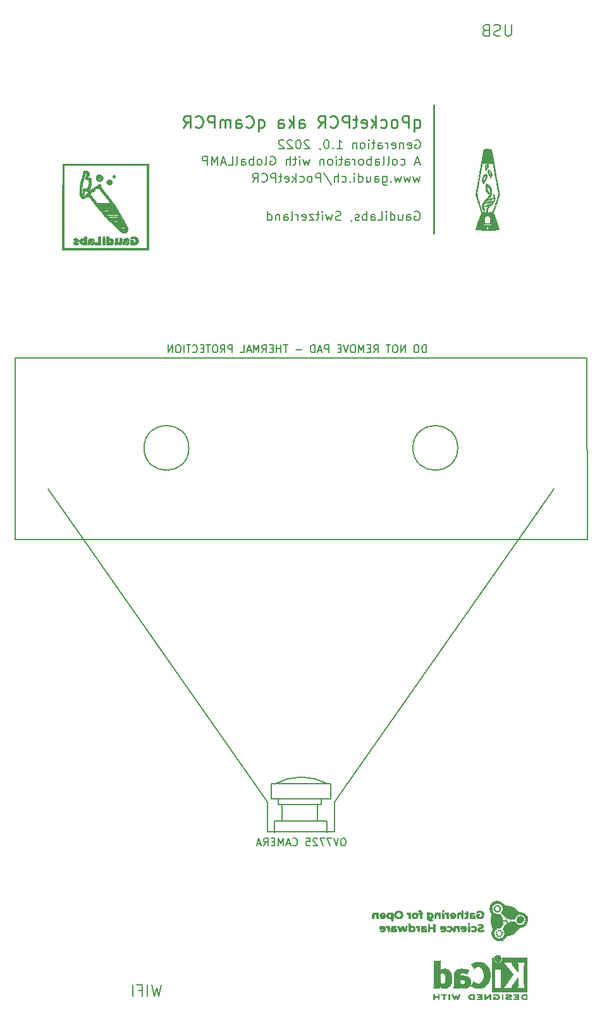
<source format=gbr>
G04 #@! TF.GenerationSoftware,KiCad,Pcbnew,5.1.5+dfsg1-2build2*
G04 #@! TF.CreationDate,2022-08-16T14:09:05+02:00*
G04 #@! TF.ProjectId,qCamPCR,7143616d-5043-4522-9e6b-696361645f70,rev?*
G04 #@! TF.SameCoordinates,Original*
G04 #@! TF.FileFunction,Legend,Bot*
G04 #@! TF.FilePolarity,Positive*
%FSLAX46Y46*%
G04 Gerber Fmt 4.6, Leading zero omitted, Abs format (unit mm)*
G04 Created by KiCad (PCBNEW 5.1.5+dfsg1-2build2) date 2022-08-16 14:09:05*
%MOMM*%
%LPD*%
G04 APERTURE LIST*
%ADD10C,0.150000*%
%ADD11C,0.150001*%
%ADD12C,0.200000*%
%ADD13C,0.260000*%
%ADD14C,0.250000*%
%ADD15C,0.010000*%
G04 APERTURE END LIST*
D10*
X105762476Y-139952380D02*
X105572000Y-139952380D01*
X105476761Y-140000000D01*
X105381523Y-140095238D01*
X105333904Y-140285714D01*
X105333904Y-140619047D01*
X105381523Y-140809523D01*
X105476761Y-140904761D01*
X105572000Y-140952380D01*
X105762476Y-140952380D01*
X105857714Y-140904761D01*
X105952952Y-140809523D01*
X106000571Y-140619047D01*
X106000571Y-140285714D01*
X105952952Y-140095238D01*
X105857714Y-140000000D01*
X105762476Y-139952380D01*
X105048190Y-139952380D02*
X104714857Y-140952380D01*
X104381523Y-139952380D01*
X104143428Y-139952380D02*
X103476761Y-139952380D01*
X103905333Y-140952380D01*
X103191047Y-139952380D02*
X102524380Y-139952380D01*
X102952952Y-140952380D01*
X102191047Y-140047619D02*
X102143428Y-140000000D01*
X102048190Y-139952380D01*
X101810095Y-139952380D01*
X101714857Y-140000000D01*
X101667238Y-140047619D01*
X101619619Y-140142857D01*
X101619619Y-140238095D01*
X101667238Y-140380952D01*
X102238666Y-140952380D01*
X101619619Y-140952380D01*
X100714857Y-139952380D02*
X101191047Y-139952380D01*
X101238666Y-140428571D01*
X101191047Y-140380952D01*
X101095809Y-140333333D01*
X100857714Y-140333333D01*
X100762476Y-140380952D01*
X100714857Y-140428571D01*
X100667238Y-140523809D01*
X100667238Y-140761904D01*
X100714857Y-140857142D01*
X100762476Y-140904761D01*
X100857714Y-140952380D01*
X101095809Y-140952380D01*
X101191047Y-140904761D01*
X101238666Y-140857142D01*
X98905333Y-140857142D02*
X98952952Y-140904761D01*
X99095809Y-140952380D01*
X99191047Y-140952380D01*
X99333904Y-140904761D01*
X99429142Y-140809523D01*
X99476761Y-140714285D01*
X99524380Y-140523809D01*
X99524380Y-140380952D01*
X99476761Y-140190476D01*
X99429142Y-140095238D01*
X99333904Y-140000000D01*
X99191047Y-139952380D01*
X99095809Y-139952380D01*
X98952952Y-140000000D01*
X98905333Y-140047619D01*
X98524380Y-140666666D02*
X98048190Y-140666666D01*
X98619619Y-140952380D02*
X98286285Y-139952380D01*
X97952952Y-140952380D01*
X97619619Y-140952380D02*
X97619619Y-139952380D01*
X97286285Y-140666666D01*
X96952952Y-139952380D01*
X96952952Y-140952380D01*
X96476761Y-140428571D02*
X96143428Y-140428571D01*
X96000571Y-140952380D02*
X96476761Y-140952380D01*
X96476761Y-139952380D01*
X96000571Y-139952380D01*
X95000571Y-140952380D02*
X95333904Y-140476190D01*
X95572000Y-140952380D02*
X95572000Y-139952380D01*
X95191047Y-139952380D01*
X95095809Y-140000000D01*
X95048190Y-140047619D01*
X95000571Y-140142857D01*
X95000571Y-140285714D01*
X95048190Y-140380952D01*
X95095809Y-140428571D01*
X95191047Y-140476190D01*
X95572000Y-140476190D01*
X94619619Y-140666666D02*
X94143428Y-140666666D01*
X94714857Y-140952380D02*
X94381523Y-139952380D01*
X94048190Y-140952380D01*
X104000000Y-134650000D02*
X96000000Y-134650000D01*
X97000000Y-135400000D02*
X102750000Y-135400000D01*
X103500000Y-137650000D02*
X96500000Y-137650000D01*
X96500000Y-137650000D02*
X96500000Y-139150000D01*
X97500000Y-135400000D02*
X97500000Y-137650000D01*
X97000000Y-134650000D02*
X97000000Y-135400000D01*
X96000000Y-132650000D02*
X96000000Y-134650000D01*
X103500000Y-137650000D02*
X103500000Y-139150000D01*
X102250000Y-135400000D02*
X102250000Y-137650000D01*
X102750000Y-134650000D02*
X102750000Y-135400000D01*
X104000000Y-132650000D02*
X104000000Y-134650000D01*
X96000000Y-132650000D02*
X104000000Y-132650000D01*
X96486784Y-132696613D02*
G75*
G02X103571999Y-132650001I3585216J-6453387D01*
G01*
D11*
X95499252Y-139106538D02*
X104501102Y-139106538D01*
X66155793Y-93198909D02*
X95499394Y-135105834D01*
X95499252Y-135105834D02*
X95499252Y-139106893D01*
X104500748Y-139106538D02*
X104500748Y-135105834D01*
X104500748Y-135105834D02*
X133844561Y-93198909D01*
D12*
X81322000Y-159578571D02*
X80964857Y-161078571D01*
X80679142Y-160007142D01*
X80393428Y-161078571D01*
X80036285Y-159578571D01*
X79464857Y-161078571D02*
X79464857Y-159578571D01*
X78250571Y-160292857D02*
X78750571Y-160292857D01*
X78750571Y-161078571D02*
X78750571Y-159578571D01*
X78036285Y-159578571D01*
X77464857Y-161078571D02*
X77464857Y-159578571D01*
D10*
X115950571Y-51342857D02*
X115722000Y-52142857D01*
X115493428Y-51571428D01*
X115264857Y-52142857D01*
X115036285Y-51342857D01*
X114693428Y-51342857D02*
X114464857Y-52142857D01*
X114236285Y-51571428D01*
X114007714Y-52142857D01*
X113779142Y-51342857D01*
X113436285Y-51342857D02*
X113207714Y-52142857D01*
X112979142Y-51571428D01*
X112750571Y-52142857D01*
X112522000Y-51342857D01*
X112064857Y-52028571D02*
X112007714Y-52085714D01*
X112064857Y-52142857D01*
X112122000Y-52085714D01*
X112064857Y-52028571D01*
X112064857Y-52142857D01*
X110979142Y-51342857D02*
X110979142Y-52314285D01*
X111036285Y-52428571D01*
X111093428Y-52485714D01*
X111207714Y-52542857D01*
X111379142Y-52542857D01*
X111493428Y-52485714D01*
X110979142Y-52085714D02*
X111093428Y-52142857D01*
X111322000Y-52142857D01*
X111436285Y-52085714D01*
X111493428Y-52028571D01*
X111550571Y-51914285D01*
X111550571Y-51571428D01*
X111493428Y-51457142D01*
X111436285Y-51400000D01*
X111322000Y-51342857D01*
X111093428Y-51342857D01*
X110979142Y-51400000D01*
X109893428Y-52142857D02*
X109893428Y-51514285D01*
X109950571Y-51400000D01*
X110064857Y-51342857D01*
X110293428Y-51342857D01*
X110407714Y-51400000D01*
X109893428Y-52085714D02*
X110007714Y-52142857D01*
X110293428Y-52142857D01*
X110407714Y-52085714D01*
X110464857Y-51971428D01*
X110464857Y-51857142D01*
X110407714Y-51742857D01*
X110293428Y-51685714D01*
X110007714Y-51685714D01*
X109893428Y-51628571D01*
X108807714Y-51342857D02*
X108807714Y-52142857D01*
X109322000Y-51342857D02*
X109322000Y-51971428D01*
X109264857Y-52085714D01*
X109150571Y-52142857D01*
X108979142Y-52142857D01*
X108864857Y-52085714D01*
X108807714Y-52028571D01*
X107722000Y-52142857D02*
X107722000Y-50942857D01*
X107722000Y-52085714D02*
X107836285Y-52142857D01*
X108064857Y-52142857D01*
X108179142Y-52085714D01*
X108236285Y-52028571D01*
X108293428Y-51914285D01*
X108293428Y-51571428D01*
X108236285Y-51457142D01*
X108179142Y-51400000D01*
X108064857Y-51342857D01*
X107836285Y-51342857D01*
X107722000Y-51400000D01*
X107150571Y-52142857D02*
X107150571Y-51342857D01*
X107150571Y-50942857D02*
X107207714Y-51000000D01*
X107150571Y-51057142D01*
X107093428Y-51000000D01*
X107150571Y-50942857D01*
X107150571Y-51057142D01*
X106579142Y-52028571D02*
X106522000Y-52085714D01*
X106579142Y-52142857D01*
X106636285Y-52085714D01*
X106579142Y-52028571D01*
X106579142Y-52142857D01*
X105493428Y-52085714D02*
X105607714Y-52142857D01*
X105836285Y-52142857D01*
X105950571Y-52085714D01*
X106007714Y-52028571D01*
X106064857Y-51914285D01*
X106064857Y-51571428D01*
X106007714Y-51457142D01*
X105950571Y-51400000D01*
X105836285Y-51342857D01*
X105607714Y-51342857D01*
X105493428Y-51400000D01*
X104979142Y-52142857D02*
X104979142Y-50942857D01*
X104464857Y-52142857D02*
X104464857Y-51514285D01*
X104522000Y-51400000D01*
X104636285Y-51342857D01*
X104807714Y-51342857D01*
X104922000Y-51400000D01*
X104979142Y-51457142D01*
X103036285Y-50885714D02*
X104064857Y-52428571D01*
X102636285Y-52142857D02*
X102636285Y-50942857D01*
X102179142Y-50942857D01*
X102064857Y-51000000D01*
X102007714Y-51057142D01*
X101950571Y-51171428D01*
X101950571Y-51342857D01*
X102007714Y-51457142D01*
X102064857Y-51514285D01*
X102179142Y-51571428D01*
X102636285Y-51571428D01*
X101264857Y-52142857D02*
X101379142Y-52085714D01*
X101436285Y-52028571D01*
X101493428Y-51914285D01*
X101493428Y-51571428D01*
X101436285Y-51457142D01*
X101379142Y-51400000D01*
X101264857Y-51342857D01*
X101093428Y-51342857D01*
X100979142Y-51400000D01*
X100922000Y-51457142D01*
X100864857Y-51571428D01*
X100864857Y-51914285D01*
X100922000Y-52028571D01*
X100979142Y-52085714D01*
X101093428Y-52142857D01*
X101264857Y-52142857D01*
X99836285Y-52085714D02*
X99950571Y-52142857D01*
X100179142Y-52142857D01*
X100293428Y-52085714D01*
X100350571Y-52028571D01*
X100407714Y-51914285D01*
X100407714Y-51571428D01*
X100350571Y-51457142D01*
X100293428Y-51400000D01*
X100179142Y-51342857D01*
X99950571Y-51342857D01*
X99836285Y-51400000D01*
X99322000Y-52142857D02*
X99322000Y-50942857D01*
X99207714Y-51685714D02*
X98864857Y-52142857D01*
X98864857Y-51342857D02*
X99322000Y-51800000D01*
X97893428Y-52085714D02*
X98007714Y-52142857D01*
X98236285Y-52142857D01*
X98350571Y-52085714D01*
X98407714Y-51971428D01*
X98407714Y-51514285D01*
X98350571Y-51400000D01*
X98236285Y-51342857D01*
X98007714Y-51342857D01*
X97893428Y-51400000D01*
X97836285Y-51514285D01*
X97836285Y-51628571D01*
X98407714Y-51742857D01*
X97493428Y-51342857D02*
X97036285Y-51342857D01*
X97322000Y-50942857D02*
X97322000Y-51971428D01*
X97264857Y-52085714D01*
X97150571Y-52142857D01*
X97036285Y-52142857D01*
X96636285Y-52142857D02*
X96636285Y-50942857D01*
X96179142Y-50942857D01*
X96064857Y-51000000D01*
X96007714Y-51057142D01*
X95950571Y-51171428D01*
X95950571Y-51342857D01*
X96007714Y-51457142D01*
X96064857Y-51514285D01*
X96179142Y-51571428D01*
X96636285Y-51571428D01*
X94750571Y-52028571D02*
X94807714Y-52085714D01*
X94979142Y-52142857D01*
X95093428Y-52142857D01*
X95264857Y-52085714D01*
X95379142Y-51971428D01*
X95436285Y-51857142D01*
X95493428Y-51628571D01*
X95493428Y-51457142D01*
X95436285Y-51228571D01*
X95379142Y-51114285D01*
X95264857Y-51000000D01*
X95093428Y-50942857D01*
X94979142Y-50942857D01*
X94807714Y-51000000D01*
X94750571Y-51057142D01*
X93550571Y-52142857D02*
X93950571Y-51571428D01*
X94236285Y-52142857D02*
X94236285Y-50942857D01*
X93779142Y-50942857D01*
X93664857Y-51000000D01*
X93607714Y-51057142D01*
X93550571Y-51171428D01*
X93550571Y-51342857D01*
X93607714Y-51457142D01*
X93664857Y-51514285D01*
X93779142Y-51571428D01*
X94236285Y-51571428D01*
D12*
X128214857Y-31078571D02*
X128214857Y-32292857D01*
X128143428Y-32435714D01*
X128072000Y-32507142D01*
X127929142Y-32578571D01*
X127643428Y-32578571D01*
X127500571Y-32507142D01*
X127429142Y-32435714D01*
X127357714Y-32292857D01*
X127357714Y-31078571D01*
X126714857Y-32507142D02*
X126500571Y-32578571D01*
X126143428Y-32578571D01*
X126000571Y-32507142D01*
X125929142Y-32435714D01*
X125857714Y-32292857D01*
X125857714Y-32150000D01*
X125929142Y-32007142D01*
X126000571Y-31935714D01*
X126143428Y-31864285D01*
X126429142Y-31792857D01*
X126572000Y-31721428D01*
X126643428Y-31650000D01*
X126714857Y-31507142D01*
X126714857Y-31364285D01*
X126643428Y-31221428D01*
X126572000Y-31150000D01*
X126429142Y-31078571D01*
X126072000Y-31078571D01*
X125857714Y-31150000D01*
X124714857Y-31792857D02*
X124500571Y-31864285D01*
X124429142Y-31935714D01*
X124357714Y-32078571D01*
X124357714Y-32292857D01*
X124429142Y-32435714D01*
X124500571Y-32507142D01*
X124643428Y-32578571D01*
X125214857Y-32578571D01*
X125214857Y-31078571D01*
X124714857Y-31078571D01*
X124572000Y-31150000D01*
X124500571Y-31221428D01*
X124429142Y-31364285D01*
X124429142Y-31507142D01*
X124500571Y-31650000D01*
X124572000Y-31721428D01*
X124714857Y-31792857D01*
X125214857Y-31792857D01*
D10*
X115264857Y-56100000D02*
X115379142Y-56042857D01*
X115550571Y-56042857D01*
X115722000Y-56100000D01*
X115836285Y-56214285D01*
X115893428Y-56328571D01*
X115950571Y-56557142D01*
X115950571Y-56728571D01*
X115893428Y-56957142D01*
X115836285Y-57071428D01*
X115722000Y-57185714D01*
X115550571Y-57242857D01*
X115436285Y-57242857D01*
X115264857Y-57185714D01*
X115207714Y-57128571D01*
X115207714Y-56728571D01*
X115436285Y-56728571D01*
X114179142Y-57242857D02*
X114179142Y-56614285D01*
X114236285Y-56500000D01*
X114350571Y-56442857D01*
X114579142Y-56442857D01*
X114693428Y-56500000D01*
X114179142Y-57185714D02*
X114293428Y-57242857D01*
X114579142Y-57242857D01*
X114693428Y-57185714D01*
X114750571Y-57071428D01*
X114750571Y-56957142D01*
X114693428Y-56842857D01*
X114579142Y-56785714D01*
X114293428Y-56785714D01*
X114179142Y-56728571D01*
X113093428Y-56442857D02*
X113093428Y-57242857D01*
X113607714Y-56442857D02*
X113607714Y-57071428D01*
X113550571Y-57185714D01*
X113436285Y-57242857D01*
X113264857Y-57242857D01*
X113150571Y-57185714D01*
X113093428Y-57128571D01*
X112007714Y-57242857D02*
X112007714Y-56042857D01*
X112007714Y-57185714D02*
X112122000Y-57242857D01*
X112350571Y-57242857D01*
X112464857Y-57185714D01*
X112522000Y-57128571D01*
X112579142Y-57014285D01*
X112579142Y-56671428D01*
X112522000Y-56557142D01*
X112464857Y-56500000D01*
X112350571Y-56442857D01*
X112122000Y-56442857D01*
X112007714Y-56500000D01*
X111436285Y-57242857D02*
X111436285Y-56442857D01*
X111436285Y-56042857D02*
X111493428Y-56100000D01*
X111436285Y-56157142D01*
X111379142Y-56100000D01*
X111436285Y-56042857D01*
X111436285Y-56157142D01*
X110293428Y-57242857D02*
X110864857Y-57242857D01*
X110864857Y-56042857D01*
X109379142Y-57242857D02*
X109379142Y-56614285D01*
X109436285Y-56500000D01*
X109550571Y-56442857D01*
X109779142Y-56442857D01*
X109893428Y-56500000D01*
X109379142Y-57185714D02*
X109493428Y-57242857D01*
X109779142Y-57242857D01*
X109893428Y-57185714D01*
X109950571Y-57071428D01*
X109950571Y-56957142D01*
X109893428Y-56842857D01*
X109779142Y-56785714D01*
X109493428Y-56785714D01*
X109379142Y-56728571D01*
X108807714Y-57242857D02*
X108807714Y-56042857D01*
X108807714Y-56500000D02*
X108693428Y-56442857D01*
X108464857Y-56442857D01*
X108350571Y-56500000D01*
X108293428Y-56557142D01*
X108236285Y-56671428D01*
X108236285Y-57014285D01*
X108293428Y-57128571D01*
X108350571Y-57185714D01*
X108464857Y-57242857D01*
X108693428Y-57242857D01*
X108807714Y-57185714D01*
X107779142Y-57185714D02*
X107664857Y-57242857D01*
X107436285Y-57242857D01*
X107322000Y-57185714D01*
X107264857Y-57071428D01*
X107264857Y-57014285D01*
X107322000Y-56900000D01*
X107436285Y-56842857D01*
X107607714Y-56842857D01*
X107722000Y-56785714D01*
X107779142Y-56671428D01*
X107779142Y-56614285D01*
X107722000Y-56500000D01*
X107607714Y-56442857D01*
X107436285Y-56442857D01*
X107322000Y-56500000D01*
X106693428Y-57185714D02*
X106693428Y-57242857D01*
X106750571Y-57357142D01*
X106807714Y-57414285D01*
X105322000Y-57185714D02*
X105150571Y-57242857D01*
X104864857Y-57242857D01*
X104750571Y-57185714D01*
X104693428Y-57128571D01*
X104636285Y-57014285D01*
X104636285Y-56900000D01*
X104693428Y-56785714D01*
X104750571Y-56728571D01*
X104864857Y-56671428D01*
X105093428Y-56614285D01*
X105207714Y-56557142D01*
X105264857Y-56500000D01*
X105322000Y-56385714D01*
X105322000Y-56271428D01*
X105264857Y-56157142D01*
X105207714Y-56100000D01*
X105093428Y-56042857D01*
X104807714Y-56042857D01*
X104636285Y-56100000D01*
X104236285Y-56442857D02*
X104007714Y-57242857D01*
X103779142Y-56671428D01*
X103550571Y-57242857D01*
X103322000Y-56442857D01*
X102864857Y-57242857D02*
X102864857Y-56442857D01*
X102864857Y-56042857D02*
X102922000Y-56100000D01*
X102864857Y-56157142D01*
X102807714Y-56100000D01*
X102864857Y-56042857D01*
X102864857Y-56157142D01*
X102464857Y-56442857D02*
X102007714Y-56442857D01*
X102293428Y-56042857D02*
X102293428Y-57071428D01*
X102236285Y-57185714D01*
X102122000Y-57242857D01*
X102007714Y-57242857D01*
X101722000Y-56442857D02*
X101093428Y-56442857D01*
X101722000Y-57242857D01*
X101093428Y-57242857D01*
X100179142Y-57185714D02*
X100293428Y-57242857D01*
X100522000Y-57242857D01*
X100636285Y-57185714D01*
X100693428Y-57071428D01*
X100693428Y-56614285D01*
X100636285Y-56500000D01*
X100522000Y-56442857D01*
X100293428Y-56442857D01*
X100179142Y-56500000D01*
X100122000Y-56614285D01*
X100122000Y-56728571D01*
X100693428Y-56842857D01*
X99607714Y-57242857D02*
X99607714Y-56442857D01*
X99607714Y-56671428D02*
X99550571Y-56557142D01*
X99493428Y-56500000D01*
X99379142Y-56442857D01*
X99264857Y-56442857D01*
X98693428Y-57242857D02*
X98807714Y-57185714D01*
X98864857Y-57071428D01*
X98864857Y-56042857D01*
X97722000Y-57242857D02*
X97722000Y-56614285D01*
X97779142Y-56500000D01*
X97893428Y-56442857D01*
X98122000Y-56442857D01*
X98236285Y-56500000D01*
X97722000Y-57185714D02*
X97836285Y-57242857D01*
X98122000Y-57242857D01*
X98236285Y-57185714D01*
X98293428Y-57071428D01*
X98293428Y-56957142D01*
X98236285Y-56842857D01*
X98122000Y-56785714D01*
X97836285Y-56785714D01*
X97722000Y-56728571D01*
X97150571Y-56442857D02*
X97150571Y-57242857D01*
X97150571Y-56557142D02*
X97093428Y-56500000D01*
X96979142Y-56442857D01*
X96807714Y-56442857D01*
X96693428Y-56500000D01*
X96636285Y-56614285D01*
X96636285Y-57242857D01*
X95550571Y-57242857D02*
X95550571Y-56042857D01*
X95550571Y-57185714D02*
X95664857Y-57242857D01*
X95893428Y-57242857D01*
X96007714Y-57185714D01*
X96064857Y-57128571D01*
X96122000Y-57014285D01*
X96122000Y-56671428D01*
X96064857Y-56557142D01*
X96007714Y-56500000D01*
X95893428Y-56442857D01*
X95664857Y-56442857D01*
X95550571Y-56500000D01*
X115864857Y-49500000D02*
X115293428Y-49500000D01*
X115979142Y-49842857D02*
X115579142Y-48642857D01*
X115179142Y-49842857D01*
X113350571Y-49785714D02*
X113464857Y-49842857D01*
X113693428Y-49842857D01*
X113807714Y-49785714D01*
X113864857Y-49728571D01*
X113922000Y-49614285D01*
X113922000Y-49271428D01*
X113864857Y-49157142D01*
X113807714Y-49100000D01*
X113693428Y-49042857D01*
X113464857Y-49042857D01*
X113350571Y-49100000D01*
X112664857Y-49842857D02*
X112779142Y-49785714D01*
X112836285Y-49728571D01*
X112893428Y-49614285D01*
X112893428Y-49271428D01*
X112836285Y-49157142D01*
X112779142Y-49100000D01*
X112664857Y-49042857D01*
X112493428Y-49042857D01*
X112379142Y-49100000D01*
X112322000Y-49157142D01*
X112264857Y-49271428D01*
X112264857Y-49614285D01*
X112322000Y-49728571D01*
X112379142Y-49785714D01*
X112493428Y-49842857D01*
X112664857Y-49842857D01*
X111579142Y-49842857D02*
X111693428Y-49785714D01*
X111750571Y-49671428D01*
X111750571Y-48642857D01*
X110950571Y-49842857D02*
X111064857Y-49785714D01*
X111122000Y-49671428D01*
X111122000Y-48642857D01*
X109979142Y-49842857D02*
X109979142Y-49214285D01*
X110036285Y-49100000D01*
X110150571Y-49042857D01*
X110379142Y-49042857D01*
X110493428Y-49100000D01*
X109979142Y-49785714D02*
X110093428Y-49842857D01*
X110379142Y-49842857D01*
X110493428Y-49785714D01*
X110550571Y-49671428D01*
X110550571Y-49557142D01*
X110493428Y-49442857D01*
X110379142Y-49385714D01*
X110093428Y-49385714D01*
X109979142Y-49328571D01*
X109407714Y-49842857D02*
X109407714Y-48642857D01*
X109407714Y-49100000D02*
X109293428Y-49042857D01*
X109064857Y-49042857D01*
X108950571Y-49100000D01*
X108893428Y-49157142D01*
X108836285Y-49271428D01*
X108836285Y-49614285D01*
X108893428Y-49728571D01*
X108950571Y-49785714D01*
X109064857Y-49842857D01*
X109293428Y-49842857D01*
X109407714Y-49785714D01*
X108150571Y-49842857D02*
X108264857Y-49785714D01*
X108322000Y-49728571D01*
X108379142Y-49614285D01*
X108379142Y-49271428D01*
X108322000Y-49157142D01*
X108264857Y-49100000D01*
X108150571Y-49042857D01*
X107979142Y-49042857D01*
X107864857Y-49100000D01*
X107807714Y-49157142D01*
X107750571Y-49271428D01*
X107750571Y-49614285D01*
X107807714Y-49728571D01*
X107864857Y-49785714D01*
X107979142Y-49842857D01*
X108150571Y-49842857D01*
X107236285Y-49842857D02*
X107236285Y-49042857D01*
X107236285Y-49271428D02*
X107179142Y-49157142D01*
X107122000Y-49100000D01*
X107007714Y-49042857D01*
X106893428Y-49042857D01*
X105979142Y-49842857D02*
X105979142Y-49214285D01*
X106036285Y-49100000D01*
X106150571Y-49042857D01*
X106379142Y-49042857D01*
X106493428Y-49100000D01*
X105979142Y-49785714D02*
X106093428Y-49842857D01*
X106379142Y-49842857D01*
X106493428Y-49785714D01*
X106550571Y-49671428D01*
X106550571Y-49557142D01*
X106493428Y-49442857D01*
X106379142Y-49385714D01*
X106093428Y-49385714D01*
X105979142Y-49328571D01*
X105579142Y-49042857D02*
X105122000Y-49042857D01*
X105407714Y-48642857D02*
X105407714Y-49671428D01*
X105350571Y-49785714D01*
X105236285Y-49842857D01*
X105122000Y-49842857D01*
X104721999Y-49842857D02*
X104721999Y-49042857D01*
X104721999Y-48642857D02*
X104779142Y-48700000D01*
X104721999Y-48757142D01*
X104664857Y-48700000D01*
X104721999Y-48642857D01*
X104721999Y-48757142D01*
X103979142Y-49842857D02*
X104093428Y-49785714D01*
X104150571Y-49728571D01*
X104207714Y-49614285D01*
X104207714Y-49271428D01*
X104150571Y-49157142D01*
X104093428Y-49100000D01*
X103979142Y-49042857D01*
X103807714Y-49042857D01*
X103693428Y-49100000D01*
X103636285Y-49157142D01*
X103579142Y-49271428D01*
X103579142Y-49614285D01*
X103636285Y-49728571D01*
X103693428Y-49785714D01*
X103807714Y-49842857D01*
X103979142Y-49842857D01*
X103064857Y-49042857D02*
X103064857Y-49842857D01*
X103064857Y-49157142D02*
X103007714Y-49100000D01*
X102893428Y-49042857D01*
X102721999Y-49042857D01*
X102607714Y-49100000D01*
X102550571Y-49214285D01*
X102550571Y-49842857D01*
X101179142Y-49042857D02*
X100950571Y-49842857D01*
X100721999Y-49271428D01*
X100493428Y-49842857D01*
X100264857Y-49042857D01*
X99807714Y-49842857D02*
X99807714Y-49042857D01*
X99807714Y-48642857D02*
X99864857Y-48700000D01*
X99807714Y-48757142D01*
X99750571Y-48700000D01*
X99807714Y-48642857D01*
X99807714Y-48757142D01*
X99407714Y-49042857D02*
X98950571Y-49042857D01*
X99236285Y-48642857D02*
X99236285Y-49671428D01*
X99179142Y-49785714D01*
X99064857Y-49842857D01*
X98950571Y-49842857D01*
X98550571Y-49842857D02*
X98550571Y-48642857D01*
X98036285Y-49842857D02*
X98036285Y-49214285D01*
X98093428Y-49100000D01*
X98207714Y-49042857D01*
X98379142Y-49042857D01*
X98493428Y-49100000D01*
X98550571Y-49157142D01*
X95921999Y-48700000D02*
X96036285Y-48642857D01*
X96207714Y-48642857D01*
X96379142Y-48700000D01*
X96493428Y-48814285D01*
X96550571Y-48928571D01*
X96607714Y-49157142D01*
X96607714Y-49328571D01*
X96550571Y-49557142D01*
X96493428Y-49671428D01*
X96379142Y-49785714D01*
X96207714Y-49842857D01*
X96093428Y-49842857D01*
X95921999Y-49785714D01*
X95864857Y-49728571D01*
X95864857Y-49328571D01*
X96093428Y-49328571D01*
X95179142Y-49842857D02*
X95293428Y-49785714D01*
X95350571Y-49671428D01*
X95350571Y-48642857D01*
X94550571Y-49842857D02*
X94664857Y-49785714D01*
X94721999Y-49728571D01*
X94779142Y-49614285D01*
X94779142Y-49271428D01*
X94721999Y-49157142D01*
X94664857Y-49100000D01*
X94550571Y-49042857D01*
X94379142Y-49042857D01*
X94264857Y-49100000D01*
X94207714Y-49157142D01*
X94150571Y-49271428D01*
X94150571Y-49614285D01*
X94207714Y-49728571D01*
X94264857Y-49785714D01*
X94379142Y-49842857D01*
X94550571Y-49842857D01*
X93636285Y-49842857D02*
X93636285Y-48642857D01*
X93636285Y-49100000D02*
X93521999Y-49042857D01*
X93293428Y-49042857D01*
X93179142Y-49100000D01*
X93121999Y-49157142D01*
X93064857Y-49271428D01*
X93064857Y-49614285D01*
X93121999Y-49728571D01*
X93179142Y-49785714D01*
X93293428Y-49842857D01*
X93521999Y-49842857D01*
X93636285Y-49785714D01*
X92036285Y-49842857D02*
X92036285Y-49214285D01*
X92093428Y-49100000D01*
X92207714Y-49042857D01*
X92436285Y-49042857D01*
X92550571Y-49100000D01*
X92036285Y-49785714D02*
X92150571Y-49842857D01*
X92436285Y-49842857D01*
X92550571Y-49785714D01*
X92607714Y-49671428D01*
X92607714Y-49557142D01*
X92550571Y-49442857D01*
X92436285Y-49385714D01*
X92150571Y-49385714D01*
X92036285Y-49328571D01*
X91293428Y-49842857D02*
X91407714Y-49785714D01*
X91464857Y-49671428D01*
X91464857Y-48642857D01*
X90264857Y-49842857D02*
X90836285Y-49842857D01*
X90836285Y-48642857D01*
X89921999Y-49500000D02*
X89350571Y-49500000D01*
X90036285Y-49842857D02*
X89636285Y-48642857D01*
X89236285Y-49842857D01*
X88836285Y-49842857D02*
X88836285Y-48642857D01*
X88436285Y-49500000D01*
X88036285Y-48642857D01*
X88036285Y-49842857D01*
X87464857Y-49842857D02*
X87464857Y-48642857D01*
X87007714Y-48642857D01*
X86893428Y-48700000D01*
X86836285Y-48757142D01*
X86779142Y-48871428D01*
X86779142Y-49042857D01*
X86836285Y-49157142D01*
X86893428Y-49214285D01*
X87007714Y-49271428D01*
X87464857Y-49271428D01*
D13*
X117832000Y-41800000D02*
X117832000Y-59000000D01*
D10*
X115322000Y-46500000D02*
X115436285Y-46442857D01*
X115607714Y-46442857D01*
X115779142Y-46500000D01*
X115893428Y-46614285D01*
X115950571Y-46728571D01*
X116007714Y-46957142D01*
X116007714Y-47128571D01*
X115950571Y-47357142D01*
X115893428Y-47471428D01*
X115779142Y-47585714D01*
X115607714Y-47642857D01*
X115493428Y-47642857D01*
X115322000Y-47585714D01*
X115264857Y-47528571D01*
X115264857Y-47128571D01*
X115493428Y-47128571D01*
X114293428Y-47585714D02*
X114407714Y-47642857D01*
X114636285Y-47642857D01*
X114750571Y-47585714D01*
X114807714Y-47471428D01*
X114807714Y-47014285D01*
X114750571Y-46900000D01*
X114636285Y-46842857D01*
X114407714Y-46842857D01*
X114293428Y-46900000D01*
X114236285Y-47014285D01*
X114236285Y-47128571D01*
X114807714Y-47242857D01*
X113722000Y-46842857D02*
X113722000Y-47642857D01*
X113722000Y-46957142D02*
X113664857Y-46900000D01*
X113550571Y-46842857D01*
X113379142Y-46842857D01*
X113264857Y-46900000D01*
X113207714Y-47014285D01*
X113207714Y-47642857D01*
X112179142Y-47585714D02*
X112293428Y-47642857D01*
X112522000Y-47642857D01*
X112636285Y-47585714D01*
X112693428Y-47471428D01*
X112693428Y-47014285D01*
X112636285Y-46900000D01*
X112522000Y-46842857D01*
X112293428Y-46842857D01*
X112179142Y-46900000D01*
X112122000Y-47014285D01*
X112122000Y-47128571D01*
X112693428Y-47242857D01*
X111607714Y-47642857D02*
X111607714Y-46842857D01*
X111607714Y-47071428D02*
X111550571Y-46957142D01*
X111493428Y-46900000D01*
X111379142Y-46842857D01*
X111264857Y-46842857D01*
X110350571Y-47642857D02*
X110350571Y-47014285D01*
X110407714Y-46900000D01*
X110522000Y-46842857D01*
X110750571Y-46842857D01*
X110864857Y-46900000D01*
X110350571Y-47585714D02*
X110464857Y-47642857D01*
X110750571Y-47642857D01*
X110864857Y-47585714D01*
X110922000Y-47471428D01*
X110922000Y-47357142D01*
X110864857Y-47242857D01*
X110750571Y-47185714D01*
X110464857Y-47185714D01*
X110350571Y-47128571D01*
X109950571Y-46842857D02*
X109493428Y-46842857D01*
X109779142Y-46442857D02*
X109779142Y-47471428D01*
X109722000Y-47585714D01*
X109607714Y-47642857D01*
X109493428Y-47642857D01*
X109093428Y-47642857D02*
X109093428Y-46842857D01*
X109093428Y-46442857D02*
X109150571Y-46500000D01*
X109093428Y-46557142D01*
X109036285Y-46500000D01*
X109093428Y-46442857D01*
X109093428Y-46557142D01*
X108350571Y-47642857D02*
X108464857Y-47585714D01*
X108522000Y-47528571D01*
X108579142Y-47414285D01*
X108579142Y-47071428D01*
X108522000Y-46957142D01*
X108464857Y-46900000D01*
X108350571Y-46842857D01*
X108179142Y-46842857D01*
X108064857Y-46900000D01*
X108007714Y-46957142D01*
X107950571Y-47071428D01*
X107950571Y-47414285D01*
X108007714Y-47528571D01*
X108064857Y-47585714D01*
X108179142Y-47642857D01*
X108350571Y-47642857D01*
X107436285Y-46842857D02*
X107436285Y-47642857D01*
X107436285Y-46957142D02*
X107379142Y-46900000D01*
X107264857Y-46842857D01*
X107093428Y-46842857D01*
X106979142Y-46900000D01*
X106922000Y-47014285D01*
X106922000Y-47642857D01*
X104807714Y-47642857D02*
X105493428Y-47642857D01*
X105150571Y-47642857D02*
X105150571Y-46442857D01*
X105264857Y-46614285D01*
X105379142Y-46728571D01*
X105493428Y-46785714D01*
X104293428Y-47528571D02*
X104236285Y-47585714D01*
X104293428Y-47642857D01*
X104350571Y-47585714D01*
X104293428Y-47528571D01*
X104293428Y-47642857D01*
X103493428Y-46442857D02*
X103379142Y-46442857D01*
X103264857Y-46500000D01*
X103207714Y-46557142D01*
X103150571Y-46671428D01*
X103093428Y-46900000D01*
X103093428Y-47185714D01*
X103150571Y-47414285D01*
X103207714Y-47528571D01*
X103264857Y-47585714D01*
X103379142Y-47642857D01*
X103493428Y-47642857D01*
X103607714Y-47585714D01*
X103664857Y-47528571D01*
X103722000Y-47414285D01*
X103779142Y-47185714D01*
X103779142Y-46900000D01*
X103722000Y-46671428D01*
X103664857Y-46557142D01*
X103607714Y-46500000D01*
X103493428Y-46442857D01*
X102522000Y-47585714D02*
X102522000Y-47642857D01*
X102579142Y-47757142D01*
X102636285Y-47814285D01*
X101150571Y-46557142D02*
X101093428Y-46500000D01*
X100979142Y-46442857D01*
X100693428Y-46442857D01*
X100579142Y-46500000D01*
X100522000Y-46557142D01*
X100464857Y-46671428D01*
X100464857Y-46785714D01*
X100522000Y-46957142D01*
X101207714Y-47642857D01*
X100464857Y-47642857D01*
X99722000Y-46442857D02*
X99607714Y-46442857D01*
X99493428Y-46500000D01*
X99436285Y-46557142D01*
X99379142Y-46671428D01*
X99322000Y-46900000D01*
X99322000Y-47185714D01*
X99379142Y-47414285D01*
X99436285Y-47528571D01*
X99493428Y-47585714D01*
X99607714Y-47642857D01*
X99722000Y-47642857D01*
X99836285Y-47585714D01*
X99893428Y-47528571D01*
X99950571Y-47414285D01*
X100007714Y-47185714D01*
X100007714Y-46900000D01*
X99950571Y-46671428D01*
X99893428Y-46557142D01*
X99836285Y-46500000D01*
X99722000Y-46442857D01*
X98864857Y-46557142D02*
X98807714Y-46500000D01*
X98693428Y-46442857D01*
X98407714Y-46442857D01*
X98293428Y-46500000D01*
X98236285Y-46557142D01*
X98179142Y-46671428D01*
X98179142Y-46785714D01*
X98236285Y-46957142D01*
X98922000Y-47642857D01*
X98179142Y-47642857D01*
X97722000Y-46557142D02*
X97664857Y-46500000D01*
X97550571Y-46442857D01*
X97264857Y-46442857D01*
X97150571Y-46500000D01*
X97093428Y-46557142D01*
X97036285Y-46671428D01*
X97036285Y-46785714D01*
X97093428Y-46957142D01*
X97779142Y-47642857D01*
X97036285Y-47642857D01*
D14*
X115207714Y-43757142D02*
X115207714Y-45357142D01*
X115207714Y-44747619D02*
X115360095Y-44823809D01*
X115664857Y-44823809D01*
X115817238Y-44747619D01*
X115893428Y-44671428D01*
X115969619Y-44519047D01*
X115969619Y-44061904D01*
X115893428Y-43909523D01*
X115817238Y-43833333D01*
X115664857Y-43757142D01*
X115360095Y-43757142D01*
X115207714Y-43833333D01*
X114445809Y-44823809D02*
X114445809Y-43223809D01*
X113836285Y-43223809D01*
X113683904Y-43300000D01*
X113607714Y-43376190D01*
X113531523Y-43528571D01*
X113531523Y-43757142D01*
X113607714Y-43909523D01*
X113683904Y-43985714D01*
X113836285Y-44061904D01*
X114445809Y-44061904D01*
X112617238Y-44823809D02*
X112769619Y-44747619D01*
X112845809Y-44671428D01*
X112922000Y-44519047D01*
X112922000Y-44061904D01*
X112845809Y-43909523D01*
X112769619Y-43833333D01*
X112617238Y-43757142D01*
X112388666Y-43757142D01*
X112236285Y-43833333D01*
X112160095Y-43909523D01*
X112083904Y-44061904D01*
X112083904Y-44519047D01*
X112160095Y-44671428D01*
X112236285Y-44747619D01*
X112388666Y-44823809D01*
X112617238Y-44823809D01*
X110712476Y-44747619D02*
X110864857Y-44823809D01*
X111169619Y-44823809D01*
X111322000Y-44747619D01*
X111398190Y-44671428D01*
X111474380Y-44519047D01*
X111474380Y-44061904D01*
X111398190Y-43909523D01*
X111322000Y-43833333D01*
X111169619Y-43757142D01*
X110864857Y-43757142D01*
X110712476Y-43833333D01*
X110026761Y-44823809D02*
X110026761Y-43223809D01*
X109874380Y-44214285D02*
X109417238Y-44823809D01*
X109417238Y-43757142D02*
X110026761Y-44366666D01*
X108122000Y-44747619D02*
X108274380Y-44823809D01*
X108579142Y-44823809D01*
X108731523Y-44747619D01*
X108807714Y-44595238D01*
X108807714Y-43985714D01*
X108731523Y-43833333D01*
X108579142Y-43757142D01*
X108274380Y-43757142D01*
X108122000Y-43833333D01*
X108045809Y-43985714D01*
X108045809Y-44138095D01*
X108807714Y-44290476D01*
X107588666Y-43757142D02*
X106979142Y-43757142D01*
X107360095Y-43223809D02*
X107360095Y-44595238D01*
X107283904Y-44747619D01*
X107131523Y-44823809D01*
X106979142Y-44823809D01*
X106445809Y-44823809D02*
X106445809Y-43223809D01*
X105836285Y-43223809D01*
X105683904Y-43300000D01*
X105607714Y-43376190D01*
X105531523Y-43528571D01*
X105531523Y-43757142D01*
X105607714Y-43909523D01*
X105683904Y-43985714D01*
X105836285Y-44061904D01*
X106445809Y-44061904D01*
X103931523Y-44671428D02*
X104007714Y-44747619D01*
X104236285Y-44823809D01*
X104388666Y-44823809D01*
X104617238Y-44747619D01*
X104769619Y-44595238D01*
X104845809Y-44442857D01*
X104922000Y-44138095D01*
X104922000Y-43909523D01*
X104845809Y-43604761D01*
X104769619Y-43452380D01*
X104617238Y-43300000D01*
X104388666Y-43223809D01*
X104236285Y-43223809D01*
X104007714Y-43300000D01*
X103931523Y-43376190D01*
X102331523Y-44823809D02*
X102864857Y-44061904D01*
X103245809Y-44823809D02*
X103245809Y-43223809D01*
X102636285Y-43223809D01*
X102483904Y-43300000D01*
X102407714Y-43376190D01*
X102331523Y-43528571D01*
X102331523Y-43757142D01*
X102407714Y-43909523D01*
X102483904Y-43985714D01*
X102636285Y-44061904D01*
X103245809Y-44061904D01*
X99741047Y-44823809D02*
X99741047Y-43985714D01*
X99817238Y-43833333D01*
X99969619Y-43757142D01*
X100274380Y-43757142D01*
X100426761Y-43833333D01*
X99741047Y-44747619D02*
X99893428Y-44823809D01*
X100274380Y-44823809D01*
X100426761Y-44747619D01*
X100502952Y-44595238D01*
X100502952Y-44442857D01*
X100426761Y-44290476D01*
X100274380Y-44214285D01*
X99893428Y-44214285D01*
X99741047Y-44138095D01*
X98979142Y-44823809D02*
X98979142Y-43223809D01*
X98826761Y-44214285D02*
X98369619Y-44823809D01*
X98369619Y-43757142D02*
X98979142Y-44366666D01*
X96998190Y-44823809D02*
X96998190Y-43985714D01*
X97074380Y-43833333D01*
X97226761Y-43757142D01*
X97531523Y-43757142D01*
X97683904Y-43833333D01*
X96998190Y-44747619D02*
X97150571Y-44823809D01*
X97531523Y-44823809D01*
X97683904Y-44747619D01*
X97760095Y-44595238D01*
X97760095Y-44442857D01*
X97683904Y-44290476D01*
X97531523Y-44214285D01*
X97150571Y-44214285D01*
X96998190Y-44138095D01*
X94331523Y-43757142D02*
X94331523Y-45357142D01*
X94331523Y-44747619D02*
X94483904Y-44823809D01*
X94788666Y-44823809D01*
X94941047Y-44747619D01*
X95017238Y-44671428D01*
X95093428Y-44519047D01*
X95093428Y-44061904D01*
X95017238Y-43909523D01*
X94941047Y-43833333D01*
X94788666Y-43757142D01*
X94483904Y-43757142D01*
X94331523Y-43833333D01*
X92655333Y-44671428D02*
X92731523Y-44747619D01*
X92960095Y-44823809D01*
X93112476Y-44823809D01*
X93341047Y-44747619D01*
X93493428Y-44595238D01*
X93569619Y-44442857D01*
X93645809Y-44138095D01*
X93645809Y-43909523D01*
X93569619Y-43604761D01*
X93493428Y-43452380D01*
X93341047Y-43300000D01*
X93112476Y-43223809D01*
X92960095Y-43223809D01*
X92731523Y-43300000D01*
X92655333Y-43376190D01*
X91283904Y-44823809D02*
X91283904Y-43985714D01*
X91360095Y-43833333D01*
X91512476Y-43757142D01*
X91817238Y-43757142D01*
X91969619Y-43833333D01*
X91283904Y-44747619D02*
X91436285Y-44823809D01*
X91817238Y-44823809D01*
X91969619Y-44747619D01*
X92045809Y-44595238D01*
X92045809Y-44442857D01*
X91969619Y-44290476D01*
X91817238Y-44214285D01*
X91436285Y-44214285D01*
X91283904Y-44138095D01*
X90522000Y-44823809D02*
X90522000Y-43757142D01*
X90522000Y-43909523D02*
X90445809Y-43833333D01*
X90293428Y-43757142D01*
X90064857Y-43757142D01*
X89912476Y-43833333D01*
X89836285Y-43985714D01*
X89836285Y-44823809D01*
X89836285Y-43985714D02*
X89760095Y-43833333D01*
X89607714Y-43757142D01*
X89379142Y-43757142D01*
X89226761Y-43833333D01*
X89150571Y-43985714D01*
X89150571Y-44823809D01*
X88388666Y-44823809D02*
X88388666Y-43223809D01*
X87779142Y-43223809D01*
X87626761Y-43300000D01*
X87550571Y-43376190D01*
X87474380Y-43528571D01*
X87474380Y-43757142D01*
X87550571Y-43909523D01*
X87626761Y-43985714D01*
X87779142Y-44061904D01*
X88388666Y-44061904D01*
X85874380Y-44671428D02*
X85950571Y-44747619D01*
X86179142Y-44823809D01*
X86331523Y-44823809D01*
X86560095Y-44747619D01*
X86712476Y-44595238D01*
X86788666Y-44442857D01*
X86864857Y-44138095D01*
X86864857Y-43909523D01*
X86788666Y-43604761D01*
X86712476Y-43452380D01*
X86560095Y-43300000D01*
X86331523Y-43223809D01*
X86179142Y-43223809D01*
X85950571Y-43300000D01*
X85874380Y-43376190D01*
X84274380Y-44823809D02*
X84807714Y-44061904D01*
X85188666Y-44823809D02*
X85188666Y-43223809D01*
X84579142Y-43223809D01*
X84426761Y-43300000D01*
X84350571Y-43376190D01*
X84274380Y-43528571D01*
X84274380Y-43757142D01*
X84350571Y-43909523D01*
X84426761Y-43985714D01*
X84579142Y-44061904D01*
X85188666Y-44061904D01*
D10*
X116753904Y-74925380D02*
X116753904Y-73925380D01*
X116515809Y-73925380D01*
X116372952Y-73973000D01*
X116277714Y-74068238D01*
X116230095Y-74163476D01*
X116182476Y-74353952D01*
X116182476Y-74496809D01*
X116230095Y-74687285D01*
X116277714Y-74782523D01*
X116372952Y-74877761D01*
X116515809Y-74925380D01*
X116753904Y-74925380D01*
X115563428Y-73925380D02*
X115372952Y-73925380D01*
X115277714Y-73973000D01*
X115182476Y-74068238D01*
X115134857Y-74258714D01*
X115134857Y-74592047D01*
X115182476Y-74782523D01*
X115277714Y-74877761D01*
X115372952Y-74925380D01*
X115563428Y-74925380D01*
X115658666Y-74877761D01*
X115753904Y-74782523D01*
X115801523Y-74592047D01*
X115801523Y-74258714D01*
X115753904Y-74068238D01*
X115658666Y-73973000D01*
X115563428Y-73925380D01*
X113944380Y-74925380D02*
X113944380Y-73925380D01*
X113372952Y-74925380D01*
X113372952Y-73925380D01*
X112706285Y-73925380D02*
X112515809Y-73925380D01*
X112420571Y-73973000D01*
X112325333Y-74068238D01*
X112277714Y-74258714D01*
X112277714Y-74592047D01*
X112325333Y-74782523D01*
X112420571Y-74877761D01*
X112515809Y-74925380D01*
X112706285Y-74925380D01*
X112801523Y-74877761D01*
X112896761Y-74782523D01*
X112944380Y-74592047D01*
X112944380Y-74258714D01*
X112896761Y-74068238D01*
X112801523Y-73973000D01*
X112706285Y-73925380D01*
X111992000Y-73925380D02*
X111420571Y-73925380D01*
X111706285Y-74925380D02*
X111706285Y-73925380D01*
X109753904Y-74925380D02*
X110087238Y-74449190D01*
X110325333Y-74925380D02*
X110325333Y-73925380D01*
X109944380Y-73925380D01*
X109849142Y-73973000D01*
X109801523Y-74020619D01*
X109753904Y-74115857D01*
X109753904Y-74258714D01*
X109801523Y-74353952D01*
X109849142Y-74401571D01*
X109944380Y-74449190D01*
X110325333Y-74449190D01*
X109325333Y-74401571D02*
X108992000Y-74401571D01*
X108849142Y-74925380D02*
X109325333Y-74925380D01*
X109325333Y-73925380D01*
X108849142Y-73925380D01*
X108420571Y-74925380D02*
X108420571Y-73925380D01*
X108087238Y-74639666D01*
X107753904Y-73925380D01*
X107753904Y-74925380D01*
X107087238Y-73925380D02*
X106896761Y-73925380D01*
X106801523Y-73973000D01*
X106706285Y-74068238D01*
X106658666Y-74258714D01*
X106658666Y-74592047D01*
X106706285Y-74782523D01*
X106801523Y-74877761D01*
X106896761Y-74925380D01*
X107087238Y-74925380D01*
X107182476Y-74877761D01*
X107277714Y-74782523D01*
X107325333Y-74592047D01*
X107325333Y-74258714D01*
X107277714Y-74068238D01*
X107182476Y-73973000D01*
X107087238Y-73925380D01*
X106372952Y-73925380D02*
X106039619Y-74925380D01*
X105706285Y-73925380D01*
X105372952Y-74401571D02*
X105039619Y-74401571D01*
X104896761Y-74925380D02*
X105372952Y-74925380D01*
X105372952Y-73925380D01*
X104896761Y-73925380D01*
X103706285Y-74925380D02*
X103706285Y-73925380D01*
X103325333Y-73925380D01*
X103230095Y-73973000D01*
X103182476Y-74020619D01*
X103134857Y-74115857D01*
X103134857Y-74258714D01*
X103182476Y-74353952D01*
X103230095Y-74401571D01*
X103325333Y-74449190D01*
X103706285Y-74449190D01*
X102753904Y-74639666D02*
X102277714Y-74639666D01*
X102849142Y-74925380D02*
X102515809Y-73925380D01*
X102182476Y-74925380D01*
X101849142Y-74925380D02*
X101849142Y-73925380D01*
X101611047Y-73925380D01*
X101468190Y-73973000D01*
X101372952Y-74068238D01*
X101325333Y-74163476D01*
X101277714Y-74353952D01*
X101277714Y-74496809D01*
X101325333Y-74687285D01*
X101372952Y-74782523D01*
X101468190Y-74877761D01*
X101611047Y-74925380D01*
X101849142Y-74925380D01*
X100087238Y-74544428D02*
X99325333Y-74544428D01*
X98230095Y-73925380D02*
X97658666Y-73925380D01*
X97944380Y-74925380D02*
X97944380Y-73925380D01*
X97325333Y-74925380D02*
X97325333Y-73925380D01*
X97325333Y-74401571D02*
X96753904Y-74401571D01*
X96753904Y-74925380D02*
X96753904Y-73925380D01*
X96277714Y-74401571D02*
X95944380Y-74401571D01*
X95801523Y-74925380D02*
X96277714Y-74925380D01*
X96277714Y-73925380D01*
X95801523Y-73925380D01*
X94801523Y-74925380D02*
X95134857Y-74449190D01*
X95372952Y-74925380D02*
X95372952Y-73925380D01*
X94992000Y-73925380D01*
X94896761Y-73973000D01*
X94849142Y-74020619D01*
X94801523Y-74115857D01*
X94801523Y-74258714D01*
X94849142Y-74353952D01*
X94896761Y-74401571D01*
X94992000Y-74449190D01*
X95372952Y-74449190D01*
X94372952Y-74925380D02*
X94372952Y-73925380D01*
X94039619Y-74639666D01*
X93706285Y-73925380D01*
X93706285Y-74925380D01*
X93277714Y-74639666D02*
X92801523Y-74639666D01*
X93372952Y-74925380D02*
X93039619Y-73925380D01*
X92706285Y-74925380D01*
X91896761Y-74925380D02*
X92372952Y-74925380D01*
X92372952Y-73925380D01*
X90801523Y-74925380D02*
X90801523Y-73925380D01*
X90420571Y-73925380D01*
X90325333Y-73973000D01*
X90277714Y-74020619D01*
X90230095Y-74115857D01*
X90230095Y-74258714D01*
X90277714Y-74353952D01*
X90325333Y-74401571D01*
X90420571Y-74449190D01*
X90801523Y-74449190D01*
X89230095Y-74925380D02*
X89563428Y-74449190D01*
X89801523Y-74925380D02*
X89801523Y-73925380D01*
X89420571Y-73925380D01*
X89325333Y-73973000D01*
X89277714Y-74020619D01*
X89230095Y-74115857D01*
X89230095Y-74258714D01*
X89277714Y-74353952D01*
X89325333Y-74401571D01*
X89420571Y-74449190D01*
X89801523Y-74449190D01*
X88611047Y-73925380D02*
X88420571Y-73925380D01*
X88325333Y-73973000D01*
X88230095Y-74068238D01*
X88182476Y-74258714D01*
X88182476Y-74592047D01*
X88230095Y-74782523D01*
X88325333Y-74877761D01*
X88420571Y-74925380D01*
X88611047Y-74925380D01*
X88706285Y-74877761D01*
X88801523Y-74782523D01*
X88849142Y-74592047D01*
X88849142Y-74258714D01*
X88801523Y-74068238D01*
X88706285Y-73973000D01*
X88611047Y-73925380D01*
X87896761Y-73925380D02*
X87325333Y-73925380D01*
X87611047Y-74925380D02*
X87611047Y-73925380D01*
X86992000Y-74401571D02*
X86658666Y-74401571D01*
X86515809Y-74925380D02*
X86992000Y-74925380D01*
X86992000Y-73925380D01*
X86515809Y-73925380D01*
X85515809Y-74830142D02*
X85563428Y-74877761D01*
X85706285Y-74925380D01*
X85801523Y-74925380D01*
X85944380Y-74877761D01*
X86039619Y-74782523D01*
X86087238Y-74687285D01*
X86134857Y-74496809D01*
X86134857Y-74353952D01*
X86087238Y-74163476D01*
X86039619Y-74068238D01*
X85944380Y-73973000D01*
X85801523Y-73925380D01*
X85706285Y-73925380D01*
X85563428Y-73973000D01*
X85515809Y-74020619D01*
X85230095Y-73925380D02*
X84658666Y-73925380D01*
X84944380Y-74925380D02*
X84944380Y-73925380D01*
X84325333Y-74925380D02*
X84325333Y-73925380D01*
X83658666Y-73925380D02*
X83468190Y-73925380D01*
X83372952Y-73973000D01*
X83277714Y-74068238D01*
X83230095Y-74258714D01*
X83230095Y-74592047D01*
X83277714Y-74782523D01*
X83372952Y-74877761D01*
X83468190Y-74925380D01*
X83658666Y-74925380D01*
X83753904Y-74877761D01*
X83849142Y-74782523D01*
X83896761Y-74592047D01*
X83896761Y-74258714D01*
X83849142Y-74068238D01*
X83753904Y-73973000D01*
X83658666Y-73925380D01*
X82801523Y-74925380D02*
X82801523Y-73925380D01*
X82230095Y-74925380D01*
X82230095Y-73925380D01*
X61709500Y-100000000D02*
X61709500Y-75695962D01*
X138354000Y-100000000D02*
X61709500Y-100000000D01*
X138290500Y-75695962D02*
X138354000Y-100000000D01*
X61709500Y-75695962D02*
X138290500Y-75695962D01*
X85000000Y-87698074D02*
G75*
G03X85000000Y-87698074I-3000000J0D01*
G01*
X121000000Y-87698074D02*
G75*
G03X121000000Y-87698074I-3000000J0D01*
G01*
D15*
G36*
X74845896Y-51169612D02*
G01*
X74829746Y-51179731D01*
X74763754Y-51269590D01*
X74767489Y-51383172D01*
X74796095Y-51438807D01*
X74889037Y-51516180D01*
X74994670Y-51512395D01*
X75086989Y-51443495D01*
X75097018Y-51422500D01*
X74981000Y-51422500D01*
X74959834Y-51443667D01*
X74938667Y-51422500D01*
X74959834Y-51401333D01*
X74981000Y-51422500D01*
X75097018Y-51422500D01*
X75134448Y-51344146D01*
X75116257Y-51248822D01*
X75050227Y-51175783D01*
X74954170Y-51143292D01*
X74845896Y-51169612D01*
G37*
X74845896Y-51169612D02*
X74829746Y-51179731D01*
X74763754Y-51269590D01*
X74767489Y-51383172D01*
X74796095Y-51438807D01*
X74889037Y-51516180D01*
X74994670Y-51512395D01*
X75086989Y-51443495D01*
X75097018Y-51422500D01*
X74981000Y-51422500D01*
X74959834Y-51443667D01*
X74938667Y-51422500D01*
X74959834Y-51401333D01*
X74981000Y-51422500D01*
X75097018Y-51422500D01*
X75134448Y-51344146D01*
X75116257Y-51248822D01*
X75050227Y-51175783D01*
X74954170Y-51143292D01*
X74845896Y-51169612D01*
G36*
X73017375Y-51105941D02*
G01*
X72833992Y-51142345D01*
X72692291Y-51237645D01*
X72599682Y-51374242D01*
X72563577Y-51534539D01*
X72591386Y-51700937D01*
X72690519Y-51855839D01*
X72698257Y-51863743D01*
X72790872Y-51944164D01*
X72867252Y-51989964D01*
X72885295Y-51994000D01*
X72978062Y-52008694D01*
X72998455Y-52015339D01*
X73070222Y-52011425D01*
X73176797Y-51974822D01*
X73203000Y-51962422D01*
X73353491Y-51847623D01*
X73447811Y-51693407D01*
X73449122Y-51685303D01*
X73266439Y-51685303D01*
X73237109Y-51725604D01*
X73224167Y-51740000D01*
X73106850Y-51811562D01*
X72961408Y-51816597D01*
X72861551Y-51780844D01*
X72788661Y-51726535D01*
X72797821Y-51686804D01*
X72887497Y-51662729D01*
X73040228Y-51655333D01*
X73181841Y-51656539D01*
X73252631Y-51664405D01*
X73266439Y-51685303D01*
X73449122Y-51685303D01*
X73475588Y-51521756D01*
X73464628Y-51462813D01*
X73287667Y-51462813D01*
X73271023Y-51499119D01*
X73210174Y-51519429D01*
X73088743Y-51527595D01*
X73008973Y-51528333D01*
X72851299Y-51523531D01*
X72767396Y-51507718D01*
X72746835Y-51478780D01*
X72747749Y-51475417D01*
X72800157Y-51441647D01*
X72923447Y-51417968D01*
X73026444Y-51409896D01*
X73173624Y-51406606D01*
X73254088Y-51417054D01*
X73285169Y-51444752D01*
X73287667Y-51462813D01*
X73464628Y-51462813D01*
X73457302Y-51423414D01*
X73361445Y-51250678D01*
X73213257Y-51143007D01*
X73020404Y-51105932D01*
X73017375Y-51105941D01*
G37*
X73017375Y-51105941D02*
X72833992Y-51142345D01*
X72692291Y-51237645D01*
X72599682Y-51374242D01*
X72563577Y-51534539D01*
X72591386Y-51700937D01*
X72690519Y-51855839D01*
X72698257Y-51863743D01*
X72790872Y-51944164D01*
X72867252Y-51989964D01*
X72885295Y-51994000D01*
X72978062Y-52008694D01*
X72998455Y-52015339D01*
X73070222Y-52011425D01*
X73176797Y-51974822D01*
X73203000Y-51962422D01*
X73353491Y-51847623D01*
X73447811Y-51693407D01*
X73449122Y-51685303D01*
X73266439Y-51685303D01*
X73237109Y-51725604D01*
X73224167Y-51740000D01*
X73106850Y-51811562D01*
X72961408Y-51816597D01*
X72861551Y-51780844D01*
X72788661Y-51726535D01*
X72797821Y-51686804D01*
X72887497Y-51662729D01*
X73040228Y-51655333D01*
X73181841Y-51656539D01*
X73252631Y-51664405D01*
X73266439Y-51685303D01*
X73449122Y-51685303D01*
X73475588Y-51521756D01*
X73464628Y-51462813D01*
X73287667Y-51462813D01*
X73271023Y-51499119D01*
X73210174Y-51519429D01*
X73088743Y-51527595D01*
X73008973Y-51528333D01*
X72851299Y-51523531D01*
X72767396Y-51507718D01*
X72746835Y-51478780D01*
X72747749Y-51475417D01*
X72800157Y-51441647D01*
X72923447Y-51417968D01*
X73026444Y-51409896D01*
X73173624Y-51406606D01*
X73254088Y-51417054D01*
X73285169Y-51444752D01*
X73287667Y-51462813D01*
X73464628Y-51462813D01*
X73457302Y-51423414D01*
X73361445Y-51250678D01*
X73213257Y-51143007D01*
X73020404Y-51105932D01*
X73017375Y-51105941D01*
G36*
X74258899Y-51756051D02*
G01*
X74107284Y-51846458D01*
X74083524Y-51868964D01*
X74000979Y-51964501D01*
X73971836Y-52049426D01*
X73979592Y-52152183D01*
X74041385Y-52318035D01*
X74153626Y-52432426D01*
X74298321Y-52485766D01*
X74457477Y-52468465D01*
X74520073Y-52440226D01*
X74643037Y-52328900D01*
X74662862Y-52280681D01*
X74496610Y-52280681D01*
X74494167Y-52290333D01*
X74436817Y-52321078D01*
X74346000Y-52332667D01*
X74249171Y-52319360D01*
X74197834Y-52290333D01*
X74217016Y-52262651D01*
X74306783Y-52248855D01*
X74346000Y-52248000D01*
X74454548Y-52256812D01*
X74496610Y-52280681D01*
X74662862Y-52280681D01*
X74703118Y-52182773D01*
X74698444Y-52025752D01*
X74698444Y-52025750D01*
X74547084Y-52025750D01*
X74530035Y-52059163D01*
X74444407Y-52075760D01*
X74346000Y-52078667D01*
X74210167Y-52071847D01*
X74148916Y-52049792D01*
X74144917Y-52025750D01*
X74197017Y-51990774D01*
X74310250Y-51973632D01*
X74346000Y-51972833D01*
X74471137Y-51984499D01*
X74540901Y-52015514D01*
X74547084Y-52025750D01*
X74698444Y-52025750D01*
X74627140Y-51881741D01*
X74568367Y-51823997D01*
X74415041Y-51748337D01*
X74258899Y-51756051D01*
G37*
X74258899Y-51756051D02*
X74107284Y-51846458D01*
X74083524Y-51868964D01*
X74000979Y-51964501D01*
X73971836Y-52049426D01*
X73979592Y-52152183D01*
X74041385Y-52318035D01*
X74153626Y-52432426D01*
X74298321Y-52485766D01*
X74457477Y-52468465D01*
X74520073Y-52440226D01*
X74643037Y-52328900D01*
X74662862Y-52280681D01*
X74496610Y-52280681D01*
X74494167Y-52290333D01*
X74436817Y-52321078D01*
X74346000Y-52332667D01*
X74249171Y-52319360D01*
X74197834Y-52290333D01*
X74217016Y-52262651D01*
X74306783Y-52248855D01*
X74346000Y-52248000D01*
X74454548Y-52256812D01*
X74496610Y-52280681D01*
X74662862Y-52280681D01*
X74703118Y-52182773D01*
X74698444Y-52025752D01*
X74698444Y-52025750D01*
X74547084Y-52025750D01*
X74530035Y-52059163D01*
X74444407Y-52075760D01*
X74346000Y-52078667D01*
X74210167Y-52071847D01*
X74148916Y-52049792D01*
X74144917Y-52025750D01*
X74197017Y-51990774D01*
X74310250Y-51973632D01*
X74346000Y-51972833D01*
X74471137Y-51984499D01*
X74540901Y-52015514D01*
X74547084Y-52025750D01*
X74698444Y-52025750D01*
X74627140Y-51881741D01*
X74568367Y-51823997D01*
X74415041Y-51748337D01*
X74258899Y-51756051D01*
G36*
X71089775Y-50568730D02*
G01*
X71067552Y-50572593D01*
X70929131Y-50598561D01*
X70707435Y-51370364D01*
X70618851Y-51687577D01*
X70551729Y-51953795D01*
X70500305Y-52198194D01*
X70458816Y-52449948D01*
X70421502Y-52738235D01*
X70400526Y-52924251D01*
X70370833Y-53202973D01*
X70350972Y-53410863D01*
X70340652Y-53561144D01*
X70339581Y-53667043D01*
X70347466Y-53741786D01*
X70364016Y-53798596D01*
X70380417Y-53834417D01*
X70434972Y-53954475D01*
X70472456Y-54057778D01*
X70522723Y-54144099D01*
X70613709Y-54238992D01*
X70639823Y-54260170D01*
X70780256Y-54367283D01*
X71171619Y-54195061D01*
X71349821Y-54117911D01*
X71466990Y-54072528D01*
X71539082Y-54055448D01*
X71582051Y-54063205D01*
X71611853Y-54092337D01*
X71616291Y-54098503D01*
X71662523Y-54159282D01*
X71750088Y-54270359D01*
X71866811Y-54416418D01*
X72000517Y-54582144D01*
X72012967Y-54597500D01*
X72146582Y-54763043D01*
X72318377Y-54977107D01*
X72514033Y-55221781D01*
X72719236Y-55479160D01*
X72919667Y-55731334D01*
X72950726Y-55770493D01*
X73145079Y-56011776D01*
X73331313Y-56233694D01*
X73521000Y-56448672D01*
X73725713Y-56669132D01*
X73957022Y-56907497D01*
X74226501Y-57176191D01*
X74545720Y-57487638D01*
X74591143Y-57531593D01*
X74919361Y-57848869D01*
X75192607Y-58112402D01*
X75416787Y-58327293D01*
X75597808Y-58498641D01*
X75741574Y-58631545D01*
X75853993Y-58731106D01*
X75940970Y-58802421D01*
X76008411Y-58850592D01*
X76062222Y-58880717D01*
X76108310Y-58897897D01*
X76152579Y-58907230D01*
X76190350Y-58912435D01*
X76338263Y-58913377D01*
X76478203Y-58887005D01*
X76491036Y-58882422D01*
X76658282Y-58776181D01*
X76766220Y-58611243D01*
X76787786Y-58518659D01*
X76483906Y-58518659D01*
X76473635Y-58530587D01*
X76409858Y-58550249D01*
X76305027Y-58549095D01*
X76194188Y-58531626D01*
X76112387Y-58502343D01*
X76092013Y-58481583D01*
X76110711Y-58446276D01*
X76201829Y-58430218D01*
X76266141Y-58428667D01*
X76407759Y-58439959D01*
X76482980Y-58471250D01*
X76483906Y-58518659D01*
X76787786Y-58518659D01*
X76808749Y-58428667D01*
X76811712Y-58377640D01*
X76807977Y-58325231D01*
X76793744Y-58263730D01*
X76784430Y-58238167D01*
X76477976Y-58238167D01*
X76477583Y-58271363D01*
X76434907Y-58290791D01*
X76335117Y-58299770D01*
X76194263Y-58301667D01*
X75973247Y-58290442D01*
X75833780Y-58256775D01*
X75804008Y-58239513D01*
X75772111Y-58209703D01*
X75780623Y-58191147D01*
X75841695Y-58181124D01*
X75967483Y-58176914D01*
X76087721Y-58176013D01*
X76274790Y-58178585D01*
X76392527Y-58189576D01*
X76456057Y-58211394D01*
X76477976Y-58238167D01*
X76784430Y-58238167D01*
X76765213Y-58185425D01*
X76718585Y-58082608D01*
X76650061Y-57947565D01*
X76646975Y-57941833D01*
X76308643Y-57941833D01*
X76308352Y-57971862D01*
X76270455Y-57990841D01*
X76181248Y-58001114D01*
X76027023Y-58005024D01*
X75937355Y-58005333D01*
X75733276Y-58001608D01*
X75598887Y-57989046D01*
X75519480Y-57965562D01*
X75489000Y-57941833D01*
X75474157Y-57912942D01*
X75495731Y-57894314D01*
X75566374Y-57883784D01*
X75698737Y-57879190D01*
X75860288Y-57878333D01*
X76062617Y-57880883D01*
X76194731Y-57889885D01*
X76270962Y-57907370D01*
X76305647Y-57935368D01*
X76308643Y-57941833D01*
X76646975Y-57941833D01*
X76555842Y-57772588D01*
X76496981Y-57666667D01*
X76145167Y-57666667D01*
X76117721Y-57686597D01*
X76009797Y-57700437D01*
X75825391Y-57707821D01*
X75684497Y-57709000D01*
X75479580Y-57705468D01*
X75315174Y-57695738D01*
X75207013Y-57681108D01*
X75171500Y-57666667D01*
X75198947Y-57646736D01*
X75306871Y-57632896D01*
X75491277Y-57625512D01*
X75632170Y-57624333D01*
X75837088Y-57627865D01*
X76001493Y-57637595D01*
X76109654Y-57652225D01*
X76145167Y-57666667D01*
X76496981Y-57666667D01*
X76432128Y-57549966D01*
X76348601Y-57402083D01*
X75986479Y-57402083D01*
X75957138Y-57427694D01*
X75861847Y-57445898D01*
X75718979Y-57456897D01*
X75546908Y-57460889D01*
X75364009Y-57458074D01*
X75188654Y-57448651D01*
X75039219Y-57432821D01*
X74934076Y-57410783D01*
X74895278Y-57390228D01*
X74881502Y-57364184D01*
X74898936Y-57346782D01*
X74959125Y-57336824D01*
X75073617Y-57333111D01*
X75253957Y-57334446D01*
X75405211Y-57337311D01*
X75658038Y-57345350D01*
X75833856Y-57357671D01*
X75940256Y-57375118D01*
X75984825Y-57398539D01*
X75986479Y-57402083D01*
X76348601Y-57402083D01*
X76275120Y-57271988D01*
X76188425Y-57119661D01*
X75839499Y-57119661D01*
X75820414Y-57136995D01*
X75759437Y-57148365D01*
X75645593Y-57154968D01*
X75467905Y-57158000D01*
X75245367Y-57158667D01*
X74989405Y-57157116D01*
X74805617Y-57151698D01*
X74681556Y-57141263D01*
X74604773Y-57124662D01*
X74562821Y-57100745D01*
X74557667Y-57095167D01*
X74545835Y-57070672D01*
X74564920Y-57053338D01*
X74625897Y-57041968D01*
X74739742Y-57035365D01*
X74917429Y-57032333D01*
X75139967Y-57031667D01*
X75395930Y-57033217D01*
X75579717Y-57038635D01*
X75703779Y-57049070D01*
X75780561Y-57065671D01*
X75822513Y-57089588D01*
X75827667Y-57095167D01*
X75839499Y-57119661D01*
X76188425Y-57119661D01*
X76081018Y-56930943D01*
X76042398Y-56863237D01*
X75685579Y-56863237D01*
X75659844Y-56881396D01*
X75595360Y-56893401D01*
X75480659Y-56900469D01*
X75304275Y-56903818D01*
X75054741Y-56904666D01*
X75053720Y-56904667D01*
X74800399Y-56903715D01*
X74617330Y-56899802D01*
X74490107Y-56891343D01*
X74404326Y-56876749D01*
X74345581Y-56854435D01*
X74299469Y-56822814D01*
X74297774Y-56821408D01*
X74197834Y-56738150D01*
X74928084Y-56736742D01*
X75166085Y-56737254D01*
X75371626Y-56739550D01*
X75531063Y-56743327D01*
X75630748Y-56748279D01*
X75658334Y-56753037D01*
X75671503Y-56802800D01*
X75684030Y-56837704D01*
X75685579Y-56863237D01*
X76042398Y-56863237D01*
X76005660Y-56798833D01*
X75877043Y-56574467D01*
X75531334Y-56574467D01*
X75491743Y-56587833D01*
X75383791Y-56597751D01*
X75223708Y-56604325D01*
X75027727Y-56607662D01*
X74812076Y-56607868D01*
X74592987Y-56605049D01*
X74386692Y-56599309D01*
X74209420Y-56590756D01*
X74077402Y-56579495D01*
X74006871Y-56565631D01*
X74004551Y-56564510D01*
X73940978Y-56523229D01*
X73928154Y-56491649D01*
X73972187Y-56468631D01*
X74079185Y-56453032D01*
X74255257Y-56443710D01*
X74506510Y-56439526D01*
X74676200Y-56439000D01*
X74970236Y-56440695D01*
X75189867Y-56446860D01*
X75345308Y-56459112D01*
X75446774Y-56479070D01*
X75504479Y-56508352D01*
X75528638Y-56548575D01*
X75531334Y-56574467D01*
X75877043Y-56574467D01*
X75818682Y-56472661D01*
X75695632Y-56259991D01*
X75351752Y-56259991D01*
X75341518Y-56278813D01*
X75290451Y-56292281D01*
X75189615Y-56300856D01*
X75030078Y-56305001D01*
X74802905Y-56305177D01*
X74533243Y-56302324D01*
X74227671Y-56296715D01*
X73998490Y-56288987D01*
X73837438Y-56278510D01*
X73736255Y-56264650D01*
X73686676Y-56246778D01*
X73678916Y-56237009D01*
X73689150Y-56218186D01*
X73740217Y-56204718D01*
X73841052Y-56196143D01*
X74000589Y-56191999D01*
X74227762Y-56191823D01*
X74497425Y-56194675D01*
X74802997Y-56200285D01*
X75032178Y-56208012D01*
X75193229Y-56218490D01*
X75294413Y-56232349D01*
X75343991Y-56250222D01*
X75351752Y-56259991D01*
X75695632Y-56259991D01*
X75639741Y-56163394D01*
X75523019Y-55963639D01*
X75182411Y-55963639D01*
X75172151Y-55982255D01*
X75121254Y-55995646D01*
X75020881Y-56004256D01*
X74862195Y-56008532D01*
X74636358Y-56008918D01*
X74342738Y-56005972D01*
X74033146Y-56000467D01*
X73800004Y-55992925D01*
X73635109Y-55982734D01*
X73530257Y-55969281D01*
X73477244Y-55951956D01*
X73467257Y-55940694D01*
X73477516Y-55922078D01*
X73528414Y-55908687D01*
X73628787Y-55900077D01*
X73787473Y-55895801D01*
X74013309Y-55895415D01*
X74306930Y-55898361D01*
X74616522Y-55903866D01*
X74849664Y-55911408D01*
X75014558Y-55921599D01*
X75119410Y-55935052D01*
X75172423Y-55952377D01*
X75182411Y-55963639D01*
X75523019Y-55963639D01*
X75474291Y-55880249D01*
X75354131Y-55677000D01*
X75044500Y-55677000D01*
X75013226Y-55692643D01*
X74899072Y-55704771D01*
X74703757Y-55713303D01*
X74428999Y-55718155D01*
X74157999Y-55719333D01*
X73831757Y-55717405D01*
X73573020Y-55711758D01*
X73386227Y-55702598D01*
X73275815Y-55690130D01*
X73245334Y-55677000D01*
X73286871Y-55661701D01*
X73408403Y-55649606D01*
X73605312Y-55640937D01*
X73872978Y-55635913D01*
X74131835Y-55634667D01*
X74441741Y-55636667D01*
X74695324Y-55642443D01*
X74885278Y-55651655D01*
X75004297Y-55663964D01*
X75044500Y-55677000D01*
X75354131Y-55677000D01*
X75327788Y-55632443D01*
X75205686Y-55429194D01*
X75202308Y-55423720D01*
X74864673Y-55423720D01*
X74848526Y-55439344D01*
X74796783Y-55450122D01*
X74699969Y-55456632D01*
X74548609Y-55459449D01*
X74333226Y-55459151D01*
X74044347Y-55456313D01*
X73984966Y-55455592D01*
X73661191Y-55450296D01*
X73414409Y-55443089D01*
X73236958Y-55433446D01*
X73121176Y-55420845D01*
X73059401Y-55404761D01*
X73044223Y-55391250D01*
X73056188Y-55372874D01*
X73111493Y-55358999D01*
X73218490Y-55349116D01*
X73385531Y-55342716D01*
X73620969Y-55339293D01*
X73913956Y-55338333D01*
X74218210Y-55339212D01*
X74448488Y-55342333D01*
X74615467Y-55348429D01*
X74729822Y-55358229D01*
X74802232Y-55372463D01*
X74843372Y-55391861D01*
X74854699Y-55402675D01*
X74864673Y-55423720D01*
X75202308Y-55423720D01*
X75113442Y-55279718D01*
X75056510Y-55193232D01*
X75050951Y-55185736D01*
X75005765Y-55126667D01*
X74642334Y-55126667D01*
X74600797Y-55141965D01*
X74479264Y-55154060D01*
X74282356Y-55162729D01*
X74014690Y-55167753D01*
X73755832Y-55169000D01*
X73445927Y-55166999D01*
X73192344Y-55161224D01*
X73002389Y-55152012D01*
X72883370Y-55139702D01*
X72843167Y-55126667D01*
X72874442Y-55111023D01*
X72988596Y-55098895D01*
X73183911Y-55090364D01*
X73458668Y-55085511D01*
X73729669Y-55084333D01*
X74055910Y-55086261D01*
X74314647Y-55091908D01*
X74501441Y-55101069D01*
X74611853Y-55113536D01*
X74642334Y-55126667D01*
X75005765Y-55126667D01*
X74985910Y-55100713D01*
X74879282Y-54960937D01*
X74825703Y-54890618D01*
X74430667Y-54890618D01*
X74390409Y-54897854D01*
X74277927Y-54904140D01*
X74105664Y-54909144D01*
X73886062Y-54912536D01*
X73631561Y-54913985D01*
X73552250Y-54913993D01*
X72673834Y-54912986D01*
X72250500Y-54361015D01*
X72109695Y-54173227D01*
X71990810Y-54006609D01*
X71902130Y-53873439D01*
X71851940Y-53785993D01*
X71844069Y-53758772D01*
X71862646Y-53682522D01*
X71881138Y-53581500D01*
X71922796Y-53437701D01*
X71993457Y-53369397D01*
X72093092Y-53369043D01*
X72215770Y-53365168D01*
X72324481Y-53306204D01*
X72390520Y-53211566D01*
X72398667Y-53162374D01*
X72430172Y-53047081D01*
X72520085Y-52990484D01*
X72641435Y-52992937D01*
X72761374Y-52997389D01*
X72852785Y-52973847D01*
X72885162Y-52964696D01*
X72923819Y-52976299D01*
X72976108Y-53016362D01*
X73049384Y-53092589D01*
X73150999Y-53212688D01*
X73288307Y-53384363D01*
X73468662Y-53615320D01*
X73484977Y-53636340D01*
X73740867Y-53966469D01*
X73948828Y-54235655D01*
X74113155Y-54449596D01*
X74238145Y-54613988D01*
X74328093Y-54734529D01*
X74387294Y-54816916D01*
X74420045Y-54866848D01*
X74430642Y-54890021D01*
X74430667Y-54890618D01*
X74825703Y-54890618D01*
X74740706Y-54779065D01*
X74579826Y-54567752D01*
X74406282Y-54339655D01*
X74341448Y-54254403D01*
X74152055Y-54005695D01*
X73958935Y-53752737D01*
X73775191Y-53512648D01*
X73613926Y-53302542D01*
X73488242Y-53139538D01*
X73469531Y-53115388D01*
X73339522Y-52944197D01*
X73256789Y-52824084D01*
X73213957Y-52741462D01*
X73203650Y-52682744D01*
X73213744Y-52644125D01*
X73227801Y-52545444D01*
X73181909Y-52444556D01*
X73124767Y-52371315D01*
X73069616Y-52361431D01*
X72997749Y-52393480D01*
X72840077Y-52484608D01*
X72649407Y-52608515D01*
X72436476Y-52756766D01*
X72212018Y-52920923D01*
X71986770Y-53092551D01*
X71771466Y-53263212D01*
X71576843Y-53424470D01*
X71413635Y-53567889D01*
X71292579Y-53685032D01*
X71224411Y-53767462D01*
X71213334Y-53795753D01*
X71178407Y-53840841D01*
X71091775Y-53901484D01*
X70980661Y-53962597D01*
X70872290Y-54009095D01*
X70797802Y-54026000D01*
X70753378Y-53991843D01*
X70747667Y-53962500D01*
X70782876Y-53910770D01*
X70831527Y-53899000D01*
X70910257Y-53861749D01*
X70937621Y-53803750D01*
X70983273Y-53562002D01*
X70998521Y-53398802D01*
X71008234Y-53338330D01*
X71047665Y-53314696D01*
X71140160Y-53318255D01*
X71181584Y-53323163D01*
X71316949Y-53343441D01*
X71429165Y-53365928D01*
X71449124Y-53371220D01*
X71507883Y-53378925D01*
X71558621Y-53356424D01*
X71608712Y-53292612D01*
X71665532Y-53176382D01*
X71736458Y-52996631D01*
X71784066Y-52866904D01*
X71855234Y-52660722D01*
X71899498Y-52498296D01*
X71923035Y-52345443D01*
X71927806Y-52251204D01*
X71616106Y-52251204D01*
X71604594Y-52380782D01*
X71567034Y-52521044D01*
X71509799Y-52675989D01*
X71387223Y-52988833D01*
X71116055Y-52976128D01*
X70844886Y-52963422D01*
X70816653Y-53267198D01*
X70795656Y-53459944D01*
X70771962Y-53579117D01*
X70739495Y-53635747D01*
X70692179Y-53640861D01*
X70628622Y-53608479D01*
X70606439Y-53548755D01*
X70603316Y-53417783D01*
X70617418Y-53226360D01*
X70646909Y-52985286D01*
X70689954Y-52705358D01*
X70744716Y-52397375D01*
X70809360Y-52072135D01*
X70882050Y-51740438D01*
X70960951Y-51413082D01*
X71044228Y-51100865D01*
X71070379Y-51009750D01*
X71122070Y-50952394D01*
X71203605Y-50936197D01*
X71270790Y-50968828D01*
X71274555Y-50974312D01*
X71272123Y-51029327D01*
X71245014Y-51142681D01*
X71198545Y-51293537D01*
X71177288Y-51355314D01*
X71056138Y-51697671D01*
X71208819Y-51737657D01*
X71345228Y-51772732D01*
X71466988Y-51803049D01*
X71472087Y-51804281D01*
X71533502Y-51826629D01*
X71570147Y-51870806D01*
X71591929Y-51958223D01*
X71607525Y-52097032D01*
X71616106Y-52251204D01*
X71927806Y-52251204D01*
X71932021Y-52167983D01*
X71933000Y-52042700D01*
X71929153Y-51825274D01*
X71913549Y-51678733D01*
X71880100Y-51589482D01*
X71822718Y-51543929D01*
X71735311Y-51528481D01*
X71702284Y-51527685D01*
X71590613Y-51515852D01*
X71516085Y-51490862D01*
X71472546Y-51424570D01*
X71488950Y-51346236D01*
X71554204Y-51289888D01*
X71584183Y-51281972D01*
X71641846Y-51263231D01*
X71669987Y-51213196D01*
X71678679Y-51108719D01*
X71679000Y-51064108D01*
X71670810Y-50928752D01*
X71634460Y-50837070D01*
X71552285Y-50748721D01*
X71533615Y-50732121D01*
X71379828Y-50617284D01*
X71241128Y-50565986D01*
X71089775Y-50568730D01*
G37*
X71089775Y-50568730D02*
X71067552Y-50572593D01*
X70929131Y-50598561D01*
X70707435Y-51370364D01*
X70618851Y-51687577D01*
X70551729Y-51953795D01*
X70500305Y-52198194D01*
X70458816Y-52449948D01*
X70421502Y-52738235D01*
X70400526Y-52924251D01*
X70370833Y-53202973D01*
X70350972Y-53410863D01*
X70340652Y-53561144D01*
X70339581Y-53667043D01*
X70347466Y-53741786D01*
X70364016Y-53798596D01*
X70380417Y-53834417D01*
X70434972Y-53954475D01*
X70472456Y-54057778D01*
X70522723Y-54144099D01*
X70613709Y-54238992D01*
X70639823Y-54260170D01*
X70780256Y-54367283D01*
X71171619Y-54195061D01*
X71349821Y-54117911D01*
X71466990Y-54072528D01*
X71539082Y-54055448D01*
X71582051Y-54063205D01*
X71611853Y-54092337D01*
X71616291Y-54098503D01*
X71662523Y-54159282D01*
X71750088Y-54270359D01*
X71866811Y-54416418D01*
X72000517Y-54582144D01*
X72012967Y-54597500D01*
X72146582Y-54763043D01*
X72318377Y-54977107D01*
X72514033Y-55221781D01*
X72719236Y-55479160D01*
X72919667Y-55731334D01*
X72950726Y-55770493D01*
X73145079Y-56011776D01*
X73331313Y-56233694D01*
X73521000Y-56448672D01*
X73725713Y-56669132D01*
X73957022Y-56907497D01*
X74226501Y-57176191D01*
X74545720Y-57487638D01*
X74591143Y-57531593D01*
X74919361Y-57848869D01*
X75192607Y-58112402D01*
X75416787Y-58327293D01*
X75597808Y-58498641D01*
X75741574Y-58631545D01*
X75853993Y-58731106D01*
X75940970Y-58802421D01*
X76008411Y-58850592D01*
X76062222Y-58880717D01*
X76108310Y-58897897D01*
X76152579Y-58907230D01*
X76190350Y-58912435D01*
X76338263Y-58913377D01*
X76478203Y-58887005D01*
X76491036Y-58882422D01*
X76658282Y-58776181D01*
X76766220Y-58611243D01*
X76787786Y-58518659D01*
X76483906Y-58518659D01*
X76473635Y-58530587D01*
X76409858Y-58550249D01*
X76305027Y-58549095D01*
X76194188Y-58531626D01*
X76112387Y-58502343D01*
X76092013Y-58481583D01*
X76110711Y-58446276D01*
X76201829Y-58430218D01*
X76266141Y-58428667D01*
X76407759Y-58439959D01*
X76482980Y-58471250D01*
X76483906Y-58518659D01*
X76787786Y-58518659D01*
X76808749Y-58428667D01*
X76811712Y-58377640D01*
X76807977Y-58325231D01*
X76793744Y-58263730D01*
X76784430Y-58238167D01*
X76477976Y-58238167D01*
X76477583Y-58271363D01*
X76434907Y-58290791D01*
X76335117Y-58299770D01*
X76194263Y-58301667D01*
X75973247Y-58290442D01*
X75833780Y-58256775D01*
X75804008Y-58239513D01*
X75772111Y-58209703D01*
X75780623Y-58191147D01*
X75841695Y-58181124D01*
X75967483Y-58176914D01*
X76087721Y-58176013D01*
X76274790Y-58178585D01*
X76392527Y-58189576D01*
X76456057Y-58211394D01*
X76477976Y-58238167D01*
X76784430Y-58238167D01*
X76765213Y-58185425D01*
X76718585Y-58082608D01*
X76650061Y-57947565D01*
X76646975Y-57941833D01*
X76308643Y-57941833D01*
X76308352Y-57971862D01*
X76270455Y-57990841D01*
X76181248Y-58001114D01*
X76027023Y-58005024D01*
X75937355Y-58005333D01*
X75733276Y-58001608D01*
X75598887Y-57989046D01*
X75519480Y-57965562D01*
X75489000Y-57941833D01*
X75474157Y-57912942D01*
X75495731Y-57894314D01*
X75566374Y-57883784D01*
X75698737Y-57879190D01*
X75860288Y-57878333D01*
X76062617Y-57880883D01*
X76194731Y-57889885D01*
X76270962Y-57907370D01*
X76305647Y-57935368D01*
X76308643Y-57941833D01*
X76646975Y-57941833D01*
X76555842Y-57772588D01*
X76496981Y-57666667D01*
X76145167Y-57666667D01*
X76117721Y-57686597D01*
X76009797Y-57700437D01*
X75825391Y-57707821D01*
X75684497Y-57709000D01*
X75479580Y-57705468D01*
X75315174Y-57695738D01*
X75207013Y-57681108D01*
X75171500Y-57666667D01*
X75198947Y-57646736D01*
X75306871Y-57632896D01*
X75491277Y-57625512D01*
X75632170Y-57624333D01*
X75837088Y-57627865D01*
X76001493Y-57637595D01*
X76109654Y-57652225D01*
X76145167Y-57666667D01*
X76496981Y-57666667D01*
X76432128Y-57549966D01*
X76348601Y-57402083D01*
X75986479Y-57402083D01*
X75957138Y-57427694D01*
X75861847Y-57445898D01*
X75718979Y-57456897D01*
X75546908Y-57460889D01*
X75364009Y-57458074D01*
X75188654Y-57448651D01*
X75039219Y-57432821D01*
X74934076Y-57410783D01*
X74895278Y-57390228D01*
X74881502Y-57364184D01*
X74898936Y-57346782D01*
X74959125Y-57336824D01*
X75073617Y-57333111D01*
X75253957Y-57334446D01*
X75405211Y-57337311D01*
X75658038Y-57345350D01*
X75833856Y-57357671D01*
X75940256Y-57375118D01*
X75984825Y-57398539D01*
X75986479Y-57402083D01*
X76348601Y-57402083D01*
X76275120Y-57271988D01*
X76188425Y-57119661D01*
X75839499Y-57119661D01*
X75820414Y-57136995D01*
X75759437Y-57148365D01*
X75645593Y-57154968D01*
X75467905Y-57158000D01*
X75245367Y-57158667D01*
X74989405Y-57157116D01*
X74805617Y-57151698D01*
X74681556Y-57141263D01*
X74604773Y-57124662D01*
X74562821Y-57100745D01*
X74557667Y-57095167D01*
X74545835Y-57070672D01*
X74564920Y-57053338D01*
X74625897Y-57041968D01*
X74739742Y-57035365D01*
X74917429Y-57032333D01*
X75139967Y-57031667D01*
X75395930Y-57033217D01*
X75579717Y-57038635D01*
X75703779Y-57049070D01*
X75780561Y-57065671D01*
X75822513Y-57089588D01*
X75827667Y-57095167D01*
X75839499Y-57119661D01*
X76188425Y-57119661D01*
X76081018Y-56930943D01*
X76042398Y-56863237D01*
X75685579Y-56863237D01*
X75659844Y-56881396D01*
X75595360Y-56893401D01*
X75480659Y-56900469D01*
X75304275Y-56903818D01*
X75054741Y-56904666D01*
X75053720Y-56904667D01*
X74800399Y-56903715D01*
X74617330Y-56899802D01*
X74490107Y-56891343D01*
X74404326Y-56876749D01*
X74345581Y-56854435D01*
X74299469Y-56822814D01*
X74297774Y-56821408D01*
X74197834Y-56738150D01*
X74928084Y-56736742D01*
X75166085Y-56737254D01*
X75371626Y-56739550D01*
X75531063Y-56743327D01*
X75630748Y-56748279D01*
X75658334Y-56753037D01*
X75671503Y-56802800D01*
X75684030Y-56837704D01*
X75685579Y-56863237D01*
X76042398Y-56863237D01*
X76005660Y-56798833D01*
X75877043Y-56574467D01*
X75531334Y-56574467D01*
X75491743Y-56587833D01*
X75383791Y-56597751D01*
X75223708Y-56604325D01*
X75027727Y-56607662D01*
X74812076Y-56607868D01*
X74592987Y-56605049D01*
X74386692Y-56599309D01*
X74209420Y-56590756D01*
X74077402Y-56579495D01*
X74006871Y-56565631D01*
X74004551Y-56564510D01*
X73940978Y-56523229D01*
X73928154Y-56491649D01*
X73972187Y-56468631D01*
X74079185Y-56453032D01*
X74255257Y-56443710D01*
X74506510Y-56439526D01*
X74676200Y-56439000D01*
X74970236Y-56440695D01*
X75189867Y-56446860D01*
X75345308Y-56459112D01*
X75446774Y-56479070D01*
X75504479Y-56508352D01*
X75528638Y-56548575D01*
X75531334Y-56574467D01*
X75877043Y-56574467D01*
X75818682Y-56472661D01*
X75695632Y-56259991D01*
X75351752Y-56259991D01*
X75341518Y-56278813D01*
X75290451Y-56292281D01*
X75189615Y-56300856D01*
X75030078Y-56305001D01*
X74802905Y-56305177D01*
X74533243Y-56302324D01*
X74227671Y-56296715D01*
X73998490Y-56288987D01*
X73837438Y-56278510D01*
X73736255Y-56264650D01*
X73686676Y-56246778D01*
X73678916Y-56237009D01*
X73689150Y-56218186D01*
X73740217Y-56204718D01*
X73841052Y-56196143D01*
X74000589Y-56191999D01*
X74227762Y-56191823D01*
X74497425Y-56194675D01*
X74802997Y-56200285D01*
X75032178Y-56208012D01*
X75193229Y-56218490D01*
X75294413Y-56232349D01*
X75343991Y-56250222D01*
X75351752Y-56259991D01*
X75695632Y-56259991D01*
X75639741Y-56163394D01*
X75523019Y-55963639D01*
X75182411Y-55963639D01*
X75172151Y-55982255D01*
X75121254Y-55995646D01*
X75020881Y-56004256D01*
X74862195Y-56008532D01*
X74636358Y-56008918D01*
X74342738Y-56005972D01*
X74033146Y-56000467D01*
X73800004Y-55992925D01*
X73635109Y-55982734D01*
X73530257Y-55969281D01*
X73477244Y-55951956D01*
X73467257Y-55940694D01*
X73477516Y-55922078D01*
X73528414Y-55908687D01*
X73628787Y-55900077D01*
X73787473Y-55895801D01*
X74013309Y-55895415D01*
X74306930Y-55898361D01*
X74616522Y-55903866D01*
X74849664Y-55911408D01*
X75014558Y-55921599D01*
X75119410Y-55935052D01*
X75172423Y-55952377D01*
X75182411Y-55963639D01*
X75523019Y-55963639D01*
X75474291Y-55880249D01*
X75354131Y-55677000D01*
X75044500Y-55677000D01*
X75013226Y-55692643D01*
X74899072Y-55704771D01*
X74703757Y-55713303D01*
X74428999Y-55718155D01*
X74157999Y-55719333D01*
X73831757Y-55717405D01*
X73573020Y-55711758D01*
X73386227Y-55702598D01*
X73275815Y-55690130D01*
X73245334Y-55677000D01*
X73286871Y-55661701D01*
X73408403Y-55649606D01*
X73605312Y-55640937D01*
X73872978Y-55635913D01*
X74131835Y-55634667D01*
X74441741Y-55636667D01*
X74695324Y-55642443D01*
X74885278Y-55651655D01*
X75004297Y-55663964D01*
X75044500Y-55677000D01*
X75354131Y-55677000D01*
X75327788Y-55632443D01*
X75205686Y-55429194D01*
X75202308Y-55423720D01*
X74864673Y-55423720D01*
X74848526Y-55439344D01*
X74796783Y-55450122D01*
X74699969Y-55456632D01*
X74548609Y-55459449D01*
X74333226Y-55459151D01*
X74044347Y-55456313D01*
X73984966Y-55455592D01*
X73661191Y-55450296D01*
X73414409Y-55443089D01*
X73236958Y-55433446D01*
X73121176Y-55420845D01*
X73059401Y-55404761D01*
X73044223Y-55391250D01*
X73056188Y-55372874D01*
X73111493Y-55358999D01*
X73218490Y-55349116D01*
X73385531Y-55342716D01*
X73620969Y-55339293D01*
X73913956Y-55338333D01*
X74218210Y-55339212D01*
X74448488Y-55342333D01*
X74615467Y-55348429D01*
X74729822Y-55358229D01*
X74802232Y-55372463D01*
X74843372Y-55391861D01*
X74854699Y-55402675D01*
X74864673Y-55423720D01*
X75202308Y-55423720D01*
X75113442Y-55279718D01*
X75056510Y-55193232D01*
X75050951Y-55185736D01*
X75005765Y-55126667D01*
X74642334Y-55126667D01*
X74600797Y-55141965D01*
X74479264Y-55154060D01*
X74282356Y-55162729D01*
X74014690Y-55167753D01*
X73755832Y-55169000D01*
X73445927Y-55166999D01*
X73192344Y-55161224D01*
X73002389Y-55152012D01*
X72883370Y-55139702D01*
X72843167Y-55126667D01*
X72874442Y-55111023D01*
X72988596Y-55098895D01*
X73183911Y-55090364D01*
X73458668Y-55085511D01*
X73729669Y-55084333D01*
X74055910Y-55086261D01*
X74314647Y-55091908D01*
X74501441Y-55101069D01*
X74611853Y-55113536D01*
X74642334Y-55126667D01*
X75005765Y-55126667D01*
X74985910Y-55100713D01*
X74879282Y-54960937D01*
X74825703Y-54890618D01*
X74430667Y-54890618D01*
X74390409Y-54897854D01*
X74277927Y-54904140D01*
X74105664Y-54909144D01*
X73886062Y-54912536D01*
X73631561Y-54913985D01*
X73552250Y-54913993D01*
X72673834Y-54912986D01*
X72250500Y-54361015D01*
X72109695Y-54173227D01*
X71990810Y-54006609D01*
X71902130Y-53873439D01*
X71851940Y-53785993D01*
X71844069Y-53758772D01*
X71862646Y-53682522D01*
X71881138Y-53581500D01*
X71922796Y-53437701D01*
X71993457Y-53369397D01*
X72093092Y-53369043D01*
X72215770Y-53365168D01*
X72324481Y-53306204D01*
X72390520Y-53211566D01*
X72398667Y-53162374D01*
X72430172Y-53047081D01*
X72520085Y-52990484D01*
X72641435Y-52992937D01*
X72761374Y-52997389D01*
X72852785Y-52973847D01*
X72885162Y-52964696D01*
X72923819Y-52976299D01*
X72976108Y-53016362D01*
X73049384Y-53092589D01*
X73150999Y-53212688D01*
X73288307Y-53384363D01*
X73468662Y-53615320D01*
X73484977Y-53636340D01*
X73740867Y-53966469D01*
X73948828Y-54235655D01*
X74113155Y-54449596D01*
X74238145Y-54613988D01*
X74328093Y-54734529D01*
X74387294Y-54816916D01*
X74420045Y-54866848D01*
X74430642Y-54890021D01*
X74430667Y-54890618D01*
X74825703Y-54890618D01*
X74740706Y-54779065D01*
X74579826Y-54567752D01*
X74406282Y-54339655D01*
X74341448Y-54254403D01*
X74152055Y-54005695D01*
X73958935Y-53752737D01*
X73775191Y-53512648D01*
X73613926Y-53302542D01*
X73488242Y-53139538D01*
X73469531Y-53115388D01*
X73339522Y-52944197D01*
X73256789Y-52824084D01*
X73213957Y-52741462D01*
X73203650Y-52682744D01*
X73213744Y-52644125D01*
X73227801Y-52545444D01*
X73181909Y-52444556D01*
X73124767Y-52371315D01*
X73069616Y-52361431D01*
X72997749Y-52393480D01*
X72840077Y-52484608D01*
X72649407Y-52608515D01*
X72436476Y-52756766D01*
X72212018Y-52920923D01*
X71986770Y-53092551D01*
X71771466Y-53263212D01*
X71576843Y-53424470D01*
X71413635Y-53567889D01*
X71292579Y-53685032D01*
X71224411Y-53767462D01*
X71213334Y-53795753D01*
X71178407Y-53840841D01*
X71091775Y-53901484D01*
X70980661Y-53962597D01*
X70872290Y-54009095D01*
X70797802Y-54026000D01*
X70753378Y-53991843D01*
X70747667Y-53962500D01*
X70782876Y-53910770D01*
X70831527Y-53899000D01*
X70910257Y-53861749D01*
X70937621Y-53803750D01*
X70983273Y-53562002D01*
X70998521Y-53398802D01*
X71008234Y-53338330D01*
X71047665Y-53314696D01*
X71140160Y-53318255D01*
X71181584Y-53323163D01*
X71316949Y-53343441D01*
X71429165Y-53365928D01*
X71449124Y-53371220D01*
X71507883Y-53378925D01*
X71558621Y-53356424D01*
X71608712Y-53292612D01*
X71665532Y-53176382D01*
X71736458Y-52996631D01*
X71784066Y-52866904D01*
X71855234Y-52660722D01*
X71899498Y-52498296D01*
X71923035Y-52345443D01*
X71927806Y-52251204D01*
X71616106Y-52251204D01*
X71604594Y-52380782D01*
X71567034Y-52521044D01*
X71509799Y-52675989D01*
X71387223Y-52988833D01*
X71116055Y-52976128D01*
X70844886Y-52963422D01*
X70816653Y-53267198D01*
X70795656Y-53459944D01*
X70771962Y-53579117D01*
X70739495Y-53635747D01*
X70692179Y-53640861D01*
X70628622Y-53608479D01*
X70606439Y-53548755D01*
X70603316Y-53417783D01*
X70617418Y-53226360D01*
X70646909Y-52985286D01*
X70689954Y-52705358D01*
X70744716Y-52397375D01*
X70809360Y-52072135D01*
X70882050Y-51740438D01*
X70960951Y-51413082D01*
X71044228Y-51100865D01*
X71070379Y-51009750D01*
X71122070Y-50952394D01*
X71203605Y-50936197D01*
X71270790Y-50968828D01*
X71274555Y-50974312D01*
X71272123Y-51029327D01*
X71245014Y-51142681D01*
X71198545Y-51293537D01*
X71177288Y-51355314D01*
X71056138Y-51697671D01*
X71208819Y-51737657D01*
X71345228Y-51772732D01*
X71466988Y-51803049D01*
X71472087Y-51804281D01*
X71533502Y-51826629D01*
X71570147Y-51870806D01*
X71591929Y-51958223D01*
X71607525Y-52097032D01*
X71616106Y-52251204D01*
X71927806Y-52251204D01*
X71932021Y-52167983D01*
X71933000Y-52042700D01*
X71929153Y-51825274D01*
X71913549Y-51678733D01*
X71880100Y-51589482D01*
X71822718Y-51543929D01*
X71735311Y-51528481D01*
X71702284Y-51527685D01*
X71590613Y-51515852D01*
X71516085Y-51490862D01*
X71472546Y-51424570D01*
X71488950Y-51346236D01*
X71554204Y-51289888D01*
X71584183Y-51281972D01*
X71641846Y-51263231D01*
X71669987Y-51213196D01*
X71678679Y-51108719D01*
X71679000Y-51064108D01*
X71670810Y-50928752D01*
X71634460Y-50837070D01*
X71552285Y-50748721D01*
X71533615Y-50732121D01*
X71379828Y-50617284D01*
X71241128Y-50565986D01*
X71089775Y-50568730D01*
G36*
X69657584Y-59640682D02*
G01*
X69583844Y-59686851D01*
X69562339Y-59785063D01*
X69562334Y-59787223D01*
X69569313Y-59870542D01*
X69607379Y-59887182D01*
X69675061Y-59865379D01*
X69779923Y-59841065D01*
X69821407Y-59863000D01*
X69797090Y-59918668D01*
X69704548Y-59995557D01*
X69700751Y-59998022D01*
X69578580Y-60108778D01*
X69522654Y-60231000D01*
X69536375Y-60347986D01*
X69611708Y-60435433D01*
X69731954Y-60482527D01*
X69889572Y-60500157D01*
X70042090Y-60486511D01*
X70123250Y-60457276D01*
X70175350Y-60398839D01*
X70198233Y-60320305D01*
X70191072Y-60250752D01*
X70153039Y-60219262D01*
X70129901Y-60223485D01*
X69976988Y-60272849D01*
X69888862Y-60277148D01*
X69858775Y-60236602D01*
X69858667Y-60232422D01*
X69882191Y-60173235D01*
X69905049Y-60164333D01*
X69968246Y-60141512D01*
X70061649Y-60085680D01*
X70074382Y-60076784D01*
X70175460Y-59971359D01*
X70203188Y-59863280D01*
X70167817Y-59763275D01*
X70079598Y-59682069D01*
X69948785Y-59630390D01*
X69785628Y-59618964D01*
X69657584Y-59640682D01*
G37*
X69657584Y-59640682D02*
X69583844Y-59686851D01*
X69562339Y-59785063D01*
X69562334Y-59787223D01*
X69569313Y-59870542D01*
X69607379Y-59887182D01*
X69675061Y-59865379D01*
X69779923Y-59841065D01*
X69821407Y-59863000D01*
X69797090Y-59918668D01*
X69704548Y-59995557D01*
X69700751Y-59998022D01*
X69578580Y-60108778D01*
X69522654Y-60231000D01*
X69536375Y-60347986D01*
X69611708Y-60435433D01*
X69731954Y-60482527D01*
X69889572Y-60500157D01*
X70042090Y-60486511D01*
X70123250Y-60457276D01*
X70175350Y-60398839D01*
X70198233Y-60320305D01*
X70191072Y-60250752D01*
X70153039Y-60219262D01*
X70129901Y-60223485D01*
X69976988Y-60272849D01*
X69888862Y-60277148D01*
X69858775Y-60236602D01*
X69858667Y-60232422D01*
X69882191Y-60173235D01*
X69905049Y-60164333D01*
X69968246Y-60141512D01*
X70061649Y-60085680D01*
X70074382Y-60076784D01*
X70175460Y-59971359D01*
X70203188Y-59863280D01*
X70167817Y-59763275D01*
X70079598Y-59682069D01*
X69948785Y-59630390D01*
X69785628Y-59618964D01*
X69657584Y-59640682D01*
G36*
X71019971Y-59407576D02*
G01*
X70971647Y-59434688D01*
X70959537Y-59500740D01*
X70959334Y-59522001D01*
X70950468Y-59604489D01*
X70906218Y-59629548D01*
X70831744Y-59622943D01*
X70645502Y-59631883D01*
X70493215Y-59707801D01*
X70385190Y-59836377D01*
X70331734Y-60003293D01*
X70343152Y-60194230D01*
X70366398Y-60269458D01*
X70453803Y-60381626D01*
X70615303Y-60458020D01*
X70847721Y-60497470D01*
X71000307Y-60503000D01*
X71298000Y-60503000D01*
X71298000Y-60058500D01*
X70959334Y-60058500D01*
X70950936Y-60159219D01*
X70915103Y-60200335D01*
X70861967Y-60206667D01*
X70762450Y-60185755D01*
X70713800Y-60155867D01*
X70660791Y-60062951D01*
X70682481Y-59981378D01*
X70768976Y-59925936D01*
X70878130Y-59910333D01*
X70934427Y-59928352D01*
X70956993Y-59996832D01*
X70959334Y-60058500D01*
X71298000Y-60058500D01*
X71298000Y-59402333D01*
X71128667Y-59402333D01*
X71019971Y-59407576D01*
G37*
X71019971Y-59407576D02*
X70971647Y-59434688D01*
X70959537Y-59500740D01*
X70959334Y-59522001D01*
X70950468Y-59604489D01*
X70906218Y-59629548D01*
X70831744Y-59622943D01*
X70645502Y-59631883D01*
X70493215Y-59707801D01*
X70385190Y-59836377D01*
X70331734Y-60003293D01*
X70343152Y-60194230D01*
X70366398Y-60269458D01*
X70453803Y-60381626D01*
X70615303Y-60458020D01*
X70847721Y-60497470D01*
X71000307Y-60503000D01*
X71298000Y-60503000D01*
X71298000Y-60058500D01*
X70959334Y-60058500D01*
X70950936Y-60159219D01*
X70915103Y-60200335D01*
X70861967Y-60206667D01*
X70762450Y-60185755D01*
X70713800Y-60155867D01*
X70660791Y-60062951D01*
X70682481Y-59981378D01*
X70768976Y-59925936D01*
X70878130Y-59910333D01*
X70934427Y-59928352D01*
X70956993Y-59996832D01*
X70959334Y-60058500D01*
X71298000Y-60058500D01*
X71298000Y-59402333D01*
X71128667Y-59402333D01*
X71019971Y-59407576D01*
G36*
X71681533Y-59666085D02*
G01*
X71572869Y-59746034D01*
X71519820Y-59880513D01*
X71509667Y-60019200D01*
X71501750Y-60146972D01*
X71481439Y-60234551D01*
X71464138Y-60257121D01*
X71438410Y-60306525D01*
X71448561Y-60391633D01*
X71479172Y-60472832D01*
X71533907Y-60495459D01*
X71610506Y-60485111D01*
X71707407Y-60467721D01*
X71783132Y-60462462D01*
X71873955Y-60469418D01*
X71997340Y-60486015D01*
X72122749Y-60492769D01*
X72204385Y-60462035D01*
X72245774Y-60423556D01*
X72304483Y-60321026D01*
X72045155Y-60321026D01*
X72039980Y-60331812D01*
X71973036Y-60373590D01*
X71886319Y-60349418D01*
X71856800Y-60325200D01*
X71809443Y-60245302D01*
X71826183Y-60183782D01*
X71885484Y-60164333D01*
X71971805Y-60191046D01*
X72033610Y-60252579D01*
X72045155Y-60321026D01*
X72304483Y-60321026D01*
X72310773Y-60310042D01*
X72293431Y-60207860D01*
X72195700Y-60120438D01*
X72036116Y-60055889D01*
X71905470Y-60013721D01*
X71844400Y-59979848D01*
X71839640Y-59945078D01*
X71851350Y-59927866D01*
X71914949Y-59877580D01*
X71995992Y-59878995D01*
X72117756Y-59931761D01*
X72231273Y-59983299D01*
X72290857Y-59983501D01*
X72312437Y-59928860D01*
X72314000Y-59888544D01*
X72275383Y-59777470D01*
X72172743Y-59689498D01*
X72025899Y-59635938D01*
X71857199Y-59627840D01*
X71681533Y-59666085D01*
G37*
X71681533Y-59666085D02*
X71572869Y-59746034D01*
X71519820Y-59880513D01*
X71509667Y-60019200D01*
X71501750Y-60146972D01*
X71481439Y-60234551D01*
X71464138Y-60257121D01*
X71438410Y-60306525D01*
X71448561Y-60391633D01*
X71479172Y-60472832D01*
X71533907Y-60495459D01*
X71610506Y-60485111D01*
X71707407Y-60467721D01*
X71783132Y-60462462D01*
X71873955Y-60469418D01*
X71997340Y-60486015D01*
X72122749Y-60492769D01*
X72204385Y-60462035D01*
X72245774Y-60423556D01*
X72304483Y-60321026D01*
X72045155Y-60321026D01*
X72039980Y-60331812D01*
X71973036Y-60373590D01*
X71886319Y-60349418D01*
X71856800Y-60325200D01*
X71809443Y-60245302D01*
X71826183Y-60183782D01*
X71885484Y-60164333D01*
X71971805Y-60191046D01*
X72033610Y-60252579D01*
X72045155Y-60321026D01*
X72304483Y-60321026D01*
X72310773Y-60310042D01*
X72293431Y-60207860D01*
X72195700Y-60120438D01*
X72036116Y-60055889D01*
X71905470Y-60013721D01*
X71844400Y-59979848D01*
X71839640Y-59945078D01*
X71851350Y-59927866D01*
X71914949Y-59877580D01*
X71995992Y-59878995D01*
X72117756Y-59931761D01*
X72231273Y-59983299D01*
X72290857Y-59983501D01*
X72312437Y-59928860D01*
X72314000Y-59888544D01*
X72275383Y-59777470D01*
X72172743Y-59689498D01*
X72025899Y-59635938D01*
X71857199Y-59627840D01*
X71681533Y-59666085D01*
G36*
X72822000Y-60206667D02*
G01*
X72398667Y-60206667D01*
X72398667Y-60503000D01*
X72772612Y-60503000D01*
X72942967Y-60499997D01*
X73079657Y-60491972D01*
X73161650Y-60480400D01*
X73174778Y-60474778D01*
X73185596Y-60423853D01*
X73194497Y-60305588D01*
X73200592Y-60137303D01*
X73202993Y-59936317D01*
X73203000Y-59924444D01*
X73203000Y-59402333D01*
X72822000Y-59402333D01*
X72822000Y-60206667D01*
G37*
X72822000Y-60206667D02*
X72398667Y-60206667D01*
X72398667Y-60503000D01*
X72772612Y-60503000D01*
X72942967Y-60499997D01*
X73079657Y-60491972D01*
X73161650Y-60480400D01*
X73174778Y-60474778D01*
X73185596Y-60423853D01*
X73194497Y-60305588D01*
X73200592Y-60137303D01*
X73202993Y-59936317D01*
X73203000Y-59924444D01*
X73203000Y-59402333D01*
X72822000Y-59402333D01*
X72822000Y-60206667D01*
G36*
X73497192Y-59391817D02*
G01*
X73466480Y-59467092D01*
X73499781Y-59551039D01*
X73528741Y-59600795D01*
X73488867Y-59613959D01*
X73483351Y-59614000D01*
X73452311Y-59624697D01*
X73432139Y-59666320D01*
X73420626Y-59753164D01*
X73415562Y-59899525D01*
X73414667Y-60058500D01*
X73414667Y-60503000D01*
X73753334Y-60503000D01*
X73753334Y-60058500D01*
X73752520Y-59860578D01*
X73747924Y-59732139D01*
X73736318Y-59657998D01*
X73714472Y-59622974D01*
X73679157Y-59611883D01*
X73658084Y-59610658D01*
X73604666Y-59600891D01*
X73615750Y-59585963D01*
X73656669Y-59531834D01*
X73668667Y-59462305D01*
X73647591Y-59381355D01*
X73582672Y-59360000D01*
X73497192Y-59391817D01*
G37*
X73497192Y-59391817D02*
X73466480Y-59467092D01*
X73499781Y-59551039D01*
X73528741Y-59600795D01*
X73488867Y-59613959D01*
X73483351Y-59614000D01*
X73452311Y-59624697D01*
X73432139Y-59666320D01*
X73420626Y-59753164D01*
X73415562Y-59899525D01*
X73414667Y-60058500D01*
X73414667Y-60503000D01*
X73753334Y-60503000D01*
X73753334Y-60058500D01*
X73752520Y-59860578D01*
X73747924Y-59732139D01*
X73736318Y-59657998D01*
X73714472Y-59622974D01*
X73679157Y-59611883D01*
X73658084Y-59610658D01*
X73604666Y-59600891D01*
X73615750Y-59585963D01*
X73656669Y-59531834D01*
X73668667Y-59462305D01*
X73647591Y-59381355D01*
X73582672Y-59360000D01*
X73497192Y-59391817D01*
G36*
X73965000Y-60503000D02*
G01*
X74250750Y-60497235D01*
X74412527Y-60491593D01*
X74551648Y-60482584D01*
X74630907Y-60473234D01*
X74755767Y-60410330D01*
X74843990Y-60291090D01*
X74890534Y-60137729D01*
X74890446Y-60055779D01*
X74557667Y-60055779D01*
X74526748Y-60147799D01*
X74453266Y-60196309D01*
X74366137Y-60198352D01*
X74294277Y-60150972D01*
X74268333Y-60085367D01*
X74279298Y-59972995D01*
X74348846Y-59920944D01*
X74448734Y-59926939D01*
X74535164Y-59973978D01*
X74557667Y-60055779D01*
X74890446Y-60055779D01*
X74890356Y-59972461D01*
X74838415Y-59817502D01*
X74794166Y-59753944D01*
X74717055Y-59680275D01*
X74629795Y-59645049D01*
X74497600Y-59635251D01*
X74476666Y-59635167D01*
X74349821Y-59632075D01*
X74286045Y-59615338D01*
X74263774Y-59573762D01*
X74261334Y-59523381D01*
X74249045Y-59445903D01*
X74195635Y-59408755D01*
X74113167Y-59394299D01*
X73965000Y-59377001D01*
X73965000Y-60503000D01*
G37*
X73965000Y-60503000D02*
X74250750Y-60497235D01*
X74412527Y-60491593D01*
X74551648Y-60482584D01*
X74630907Y-60473234D01*
X74755767Y-60410330D01*
X74843990Y-60291090D01*
X74890534Y-60137729D01*
X74890446Y-60055779D01*
X74557667Y-60055779D01*
X74526748Y-60147799D01*
X74453266Y-60196309D01*
X74366137Y-60198352D01*
X74294277Y-60150972D01*
X74268333Y-60085367D01*
X74279298Y-59972995D01*
X74348846Y-59920944D01*
X74448734Y-59926939D01*
X74535164Y-59973978D01*
X74557667Y-60055779D01*
X74890446Y-60055779D01*
X74890356Y-59972461D01*
X74838415Y-59817502D01*
X74794166Y-59753944D01*
X74717055Y-59680275D01*
X74629795Y-59645049D01*
X74497600Y-59635251D01*
X74476666Y-59635167D01*
X74349821Y-59632075D01*
X74286045Y-59615338D01*
X74263774Y-59573762D01*
X74261334Y-59523381D01*
X74249045Y-59445903D01*
X74195635Y-59408755D01*
X74113167Y-59394299D01*
X73965000Y-59377001D01*
X73965000Y-60503000D01*
G36*
X75129167Y-59635167D02*
G01*
X75116435Y-59930329D01*
X75103595Y-60081571D01*
X75081991Y-60197878D01*
X75056219Y-60254792D01*
X75055342Y-60255381D01*
X75028494Y-60301081D01*
X75054010Y-60388429D01*
X75056583Y-60394135D01*
X75134266Y-60476182D01*
X75246491Y-60505996D01*
X75357720Y-60478855D01*
X75403688Y-60440278D01*
X75451829Y-60400043D01*
X75508431Y-60415928D01*
X75545291Y-60440278D01*
X75690132Y-60498188D01*
X75833597Y-60472674D01*
X75937208Y-60397307D01*
X75990828Y-60336251D01*
X76021223Y-60271034D01*
X76033537Y-60177737D01*
X76032913Y-60032443D01*
X76030534Y-59963391D01*
X76018167Y-59635167D01*
X75700667Y-59608889D01*
X75700667Y-59840815D01*
X75693952Y-60025229D01*
X75670789Y-60138862D01*
X75626649Y-60194757D01*
X75573667Y-60206667D01*
X75509651Y-60187322D01*
X75470205Y-60120595D01*
X75450802Y-59993442D01*
X75446667Y-59840815D01*
X75446667Y-59608889D01*
X75129167Y-59635167D01*
G37*
X75129167Y-59635167D02*
X75116435Y-59930329D01*
X75103595Y-60081571D01*
X75081991Y-60197878D01*
X75056219Y-60254792D01*
X75055342Y-60255381D01*
X75028494Y-60301081D01*
X75054010Y-60388429D01*
X75056583Y-60394135D01*
X75134266Y-60476182D01*
X75246491Y-60505996D01*
X75357720Y-60478855D01*
X75403688Y-60440278D01*
X75451829Y-60400043D01*
X75508431Y-60415928D01*
X75545291Y-60440278D01*
X75690132Y-60498188D01*
X75833597Y-60472674D01*
X75937208Y-60397307D01*
X75990828Y-60336251D01*
X76021223Y-60271034D01*
X76033537Y-60177737D01*
X76032913Y-60032443D01*
X76030534Y-59963391D01*
X76018167Y-59635167D01*
X75700667Y-59608889D01*
X75700667Y-59840815D01*
X75693952Y-60025229D01*
X75670789Y-60138862D01*
X75626649Y-60194757D01*
X75573667Y-60206667D01*
X75509651Y-60187322D01*
X75470205Y-60120595D01*
X75450802Y-59993442D01*
X75446667Y-59840815D01*
X75446667Y-59608889D01*
X75129167Y-59635167D01*
G36*
X76427025Y-59641562D02*
G01*
X76320210Y-59701739D01*
X76248382Y-59774586D01*
X76215706Y-59865404D01*
X76208667Y-59989606D01*
X76199523Y-60118242D01*
X76176394Y-60212931D01*
X76162750Y-60235651D01*
X76132039Y-60310483D01*
X76131000Y-60381701D01*
X76153307Y-60449099D01*
X76211650Y-60473364D01*
X76293334Y-60472478D01*
X76422947Y-60465063D01*
X76510062Y-60464575D01*
X76596670Y-60472426D01*
X76696340Y-60486015D01*
X76823430Y-60492499D01*
X76905328Y-60461185D01*
X76939756Y-60429100D01*
X77001516Y-60321026D01*
X76744155Y-60321026D01*
X76738980Y-60331812D01*
X76686360Y-60372653D01*
X76596656Y-60359263D01*
X76571963Y-60350304D01*
X76515340Y-60297440D01*
X76508007Y-60226140D01*
X76547508Y-60172843D01*
X76584484Y-60164333D01*
X76670805Y-60191046D01*
X76732610Y-60252579D01*
X76744155Y-60321026D01*
X77001516Y-60321026D01*
X77004997Y-60314935D01*
X76988065Y-60211243D01*
X76891151Y-60121340D01*
X76716447Y-60048539D01*
X76681787Y-60038797D01*
X76571796Y-60004203D01*
X76531478Y-59972383D01*
X76547041Y-59931903D01*
X76549387Y-59929025D01*
X76613273Y-59877964D01*
X76693913Y-59878690D01*
X76816176Y-59931458D01*
X76816756Y-59931761D01*
X76914789Y-59980330D01*
X76958733Y-59981842D01*
X76970274Y-59927008D01*
X76970667Y-59865840D01*
X76956188Y-59771367D01*
X76897163Y-59710840D01*
X76823860Y-59675340D01*
X76610176Y-59619102D01*
X76427025Y-59641562D01*
G37*
X76427025Y-59641562D02*
X76320210Y-59701739D01*
X76248382Y-59774586D01*
X76215706Y-59865404D01*
X76208667Y-59989606D01*
X76199523Y-60118242D01*
X76176394Y-60212931D01*
X76162750Y-60235651D01*
X76132039Y-60310483D01*
X76131000Y-60381701D01*
X76153307Y-60449099D01*
X76211650Y-60473364D01*
X76293334Y-60472478D01*
X76422947Y-60465063D01*
X76510062Y-60464575D01*
X76596670Y-60472426D01*
X76696340Y-60486015D01*
X76823430Y-60492499D01*
X76905328Y-60461185D01*
X76939756Y-60429100D01*
X77001516Y-60321026D01*
X76744155Y-60321026D01*
X76738980Y-60331812D01*
X76686360Y-60372653D01*
X76596656Y-60359263D01*
X76571963Y-60350304D01*
X76515340Y-60297440D01*
X76508007Y-60226140D01*
X76547508Y-60172843D01*
X76584484Y-60164333D01*
X76670805Y-60191046D01*
X76732610Y-60252579D01*
X76744155Y-60321026D01*
X77001516Y-60321026D01*
X77004997Y-60314935D01*
X76988065Y-60211243D01*
X76891151Y-60121340D01*
X76716447Y-60048539D01*
X76681787Y-60038797D01*
X76571796Y-60004203D01*
X76531478Y-59972383D01*
X76547041Y-59931903D01*
X76549387Y-59929025D01*
X76613273Y-59877964D01*
X76693913Y-59878690D01*
X76816176Y-59931458D01*
X76816756Y-59931761D01*
X76914789Y-59980330D01*
X76958733Y-59981842D01*
X76970274Y-59927008D01*
X76970667Y-59865840D01*
X76956188Y-59771367D01*
X76897163Y-59710840D01*
X76823860Y-59675340D01*
X76610176Y-59619102D01*
X76427025Y-59641562D01*
G36*
X77396238Y-59404321D02*
G01*
X77258644Y-59454019D01*
X77191143Y-59539421D01*
X77182334Y-59599034D01*
X77188910Y-59668694D01*
X77224744Y-59692799D01*
X77313998Y-59683442D01*
X77341084Y-59678489D01*
X77510968Y-59652232D01*
X77624529Y-59652845D01*
X77706856Y-59683941D01*
X77775000Y-59741000D01*
X77843527Y-59858957D01*
X77853372Y-59994599D01*
X77803905Y-60113551D01*
X77782250Y-60136605D01*
X77701545Y-60181903D01*
X77603442Y-60204279D01*
X77518934Y-60200903D01*
X77479015Y-60168943D01*
X77478667Y-60164333D01*
X77512955Y-60126776D01*
X77542167Y-60122000D01*
X77592580Y-60084136D01*
X77605667Y-59995000D01*
X77601043Y-59919819D01*
X77572609Y-59882329D01*
X77498527Y-59869426D01*
X77394000Y-59868000D01*
X77182334Y-59868000D01*
X77182334Y-60159396D01*
X77184791Y-60314507D01*
X77196214Y-60405216D01*
X77222678Y-60451738D01*
X77270258Y-60474287D01*
X77277584Y-60476318D01*
X77432521Y-60498162D01*
X77620181Y-60497874D01*
X77800881Y-60477501D01*
X77926758Y-60442827D01*
X78100398Y-60325850D01*
X78206792Y-60159323D01*
X78240667Y-59964073D01*
X78206349Y-59741110D01*
X78106032Y-59569445D01*
X77943670Y-59452676D01*
X77723216Y-59394403D01*
X77608175Y-59388222D01*
X77396238Y-59404321D01*
G37*
X77396238Y-59404321D02*
X77258644Y-59454019D01*
X77191143Y-59539421D01*
X77182334Y-59599034D01*
X77188910Y-59668694D01*
X77224744Y-59692799D01*
X77313998Y-59683442D01*
X77341084Y-59678489D01*
X77510968Y-59652232D01*
X77624529Y-59652845D01*
X77706856Y-59683941D01*
X77775000Y-59741000D01*
X77843527Y-59858957D01*
X77853372Y-59994599D01*
X77803905Y-60113551D01*
X77782250Y-60136605D01*
X77701545Y-60181903D01*
X77603442Y-60204279D01*
X77518934Y-60200903D01*
X77479015Y-60168943D01*
X77478667Y-60164333D01*
X77512955Y-60126776D01*
X77542167Y-60122000D01*
X77592580Y-60084136D01*
X77605667Y-59995000D01*
X77601043Y-59919819D01*
X77572609Y-59882329D01*
X77498527Y-59869426D01*
X77394000Y-59868000D01*
X77182334Y-59868000D01*
X77182334Y-60159396D01*
X77184791Y-60314507D01*
X77196214Y-60405216D01*
X77222678Y-60451738D01*
X77270258Y-60474287D01*
X77277584Y-60476318D01*
X77432521Y-60498162D01*
X77620181Y-60497874D01*
X77800881Y-60477501D01*
X77926758Y-60442827D01*
X78100398Y-60325850D01*
X78206792Y-60159323D01*
X78240667Y-59964073D01*
X78206349Y-59741110D01*
X78106032Y-59569445D01*
X77943670Y-59452676D01*
X77723216Y-59394403D01*
X77608175Y-59388222D01*
X77396238Y-59404321D01*
G36*
X68048766Y-55412417D02*
G01*
X68038031Y-61180333D01*
X79637970Y-61180333D01*
X79627235Y-55412417D01*
X79616855Y-49835000D01*
X79383667Y-49835000D01*
X79383667Y-60968667D01*
X68292334Y-60968667D01*
X68292334Y-49835000D01*
X79383667Y-49835000D01*
X79616855Y-49835000D01*
X79616500Y-49644500D01*
X68059500Y-49644500D01*
X68048766Y-55412417D01*
G37*
X68048766Y-55412417D02*
X68038031Y-61180333D01*
X79637970Y-61180333D01*
X79627235Y-55412417D01*
X79616855Y-49835000D01*
X79383667Y-49835000D01*
X79383667Y-60968667D01*
X68292334Y-60968667D01*
X68292334Y-49835000D01*
X79383667Y-49835000D01*
X79616855Y-49835000D01*
X79616500Y-49644500D01*
X68059500Y-49644500D01*
X68048766Y-55412417D01*
G36*
X124998202Y-49613038D02*
G01*
X124948700Y-49631051D01*
X124893035Y-49667632D01*
X124835464Y-49718502D01*
X124780245Y-49779384D01*
X124731634Y-49845997D01*
X124693889Y-49914064D01*
X124690016Y-49922764D01*
X124651080Y-50040444D01*
X124633399Y-50160937D01*
X124633873Y-50236654D01*
X124647276Y-50335609D01*
X124671704Y-50419676D01*
X124705972Y-50486138D01*
X124748894Y-50532280D01*
X124768074Y-50544363D01*
X124794745Y-50555812D01*
X124811530Y-50553447D01*
X124823584Y-50543276D01*
X124837519Y-50526823D01*
X124841120Y-50510599D01*
X124833222Y-50488165D01*
X124812662Y-50453081D01*
X124805115Y-50441119D01*
X124757098Y-50343589D01*
X124733677Y-50241860D01*
X124734906Y-50137043D01*
X124760836Y-50030248D01*
X124782969Y-49976696D01*
X124800759Y-49946602D01*
X124828532Y-49908081D01*
X124862099Y-49866006D01*
X124897271Y-49825250D01*
X124929856Y-49790689D01*
X124955667Y-49767195D01*
X124969648Y-49759541D01*
X124981471Y-49770904D01*
X124987947Y-49801276D01*
X124988847Y-49845083D01*
X124983940Y-49896748D01*
X124976894Y-49934749D01*
X124946654Y-50033818D01*
X124899886Y-50131700D01*
X124838989Y-50227192D01*
X124812135Y-50267162D01*
X124798534Y-50294275D01*
X124795739Y-50315274D01*
X124800229Y-50333915D01*
X124817956Y-50365338D01*
X124841465Y-50373539D01*
X124871399Y-50358339D01*
X124908401Y-50319559D01*
X124923556Y-50299821D01*
X124999879Y-50179243D01*
X125052981Y-50057122D01*
X125082532Y-49934977D01*
X125088202Y-49814325D01*
X125069661Y-49696685D01*
X125060942Y-49667109D01*
X125048414Y-49631376D01*
X125036990Y-49614225D01*
X125020384Y-49610238D01*
X124998202Y-49613038D01*
G37*
X124998202Y-49613038D02*
X124948700Y-49631051D01*
X124893035Y-49667632D01*
X124835464Y-49718502D01*
X124780245Y-49779384D01*
X124731634Y-49845997D01*
X124693889Y-49914064D01*
X124690016Y-49922764D01*
X124651080Y-50040444D01*
X124633399Y-50160937D01*
X124633873Y-50236654D01*
X124647276Y-50335609D01*
X124671704Y-50419676D01*
X124705972Y-50486138D01*
X124748894Y-50532280D01*
X124768074Y-50544363D01*
X124794745Y-50555812D01*
X124811530Y-50553447D01*
X124823584Y-50543276D01*
X124837519Y-50526823D01*
X124841120Y-50510599D01*
X124833222Y-50488165D01*
X124812662Y-50453081D01*
X124805115Y-50441119D01*
X124757098Y-50343589D01*
X124733677Y-50241860D01*
X124734906Y-50137043D01*
X124760836Y-50030248D01*
X124782969Y-49976696D01*
X124800759Y-49946602D01*
X124828532Y-49908081D01*
X124862099Y-49866006D01*
X124897271Y-49825250D01*
X124929856Y-49790689D01*
X124955667Y-49767195D01*
X124969648Y-49759541D01*
X124981471Y-49770904D01*
X124987947Y-49801276D01*
X124988847Y-49845083D01*
X124983940Y-49896748D01*
X124976894Y-49934749D01*
X124946654Y-50033818D01*
X124899886Y-50131700D01*
X124838989Y-50227192D01*
X124812135Y-50267162D01*
X124798534Y-50294275D01*
X124795739Y-50315274D01*
X124800229Y-50333915D01*
X124817956Y-50365338D01*
X124841465Y-50373539D01*
X124871399Y-50358339D01*
X124908401Y-50319559D01*
X124923556Y-50299821D01*
X124999879Y-50179243D01*
X125052981Y-50057122D01*
X125082532Y-49934977D01*
X125088202Y-49814325D01*
X125069661Y-49696685D01*
X125060942Y-49667109D01*
X125048414Y-49631376D01*
X125036990Y-49614225D01*
X125020384Y-49610238D01*
X124998202Y-49613038D01*
G36*
X125077895Y-50417327D02*
G01*
X125064497Y-50437957D01*
X125047676Y-50476645D01*
X125045707Y-50481488D01*
X125023155Y-50562393D01*
X125013323Y-50657441D01*
X125016170Y-50759154D01*
X125031651Y-50860050D01*
X125048234Y-50920935D01*
X125072132Y-50983501D01*
X125103345Y-51050168D01*
X125139356Y-51117007D01*
X125177650Y-51180092D01*
X125215710Y-51235493D01*
X125251022Y-51279285D01*
X125281068Y-51307539D01*
X125301583Y-51316436D01*
X125328798Y-51305309D01*
X125349786Y-51277634D01*
X125358001Y-51242658D01*
X125350075Y-51212713D01*
X125328243Y-51169991D01*
X125300517Y-51127415D01*
X125226160Y-51010445D01*
X125174652Y-50900765D01*
X125150904Y-50823758D01*
X125139140Y-50758093D01*
X125133813Y-50692743D01*
X125135180Y-50635632D01*
X125143449Y-50594819D01*
X125149996Y-50584019D01*
X125160262Y-50583981D01*
X125178276Y-50596969D01*
X125208062Y-50625247D01*
X125221603Y-50638764D01*
X125301583Y-50727579D01*
X125360123Y-50813694D01*
X125399659Y-50902178D01*
X125422630Y-50998099D01*
X125430157Y-51072351D01*
X125429825Y-51172492D01*
X125415403Y-51257828D01*
X125385161Y-51335413D01*
X125351752Y-51391728D01*
X125322330Y-51440186D01*
X125309632Y-51475121D01*
X125312655Y-51500798D01*
X125322846Y-51514815D01*
X125353044Y-51529886D01*
X125389064Y-51520542D01*
X125430883Y-51486793D01*
X125443239Y-51473415D01*
X125494106Y-51399009D01*
X125528777Y-51309025D01*
X125547744Y-51201783D01*
X125551944Y-51102991D01*
X125540543Y-50962134D01*
X125507317Y-50833019D01*
X125451488Y-50713689D01*
X125372276Y-50602190D01*
X125336799Y-50562436D01*
X125261428Y-50489769D01*
X125194350Y-50440442D01*
X125135214Y-50414215D01*
X125113544Y-50410122D01*
X125092650Y-50409726D01*
X125077895Y-50417327D01*
G37*
X125077895Y-50417327D02*
X125064497Y-50437957D01*
X125047676Y-50476645D01*
X125045707Y-50481488D01*
X125023155Y-50562393D01*
X125013323Y-50657441D01*
X125016170Y-50759154D01*
X125031651Y-50860050D01*
X125048234Y-50920935D01*
X125072132Y-50983501D01*
X125103345Y-51050168D01*
X125139356Y-51117007D01*
X125177650Y-51180092D01*
X125215710Y-51235493D01*
X125251022Y-51279285D01*
X125281068Y-51307539D01*
X125301583Y-51316436D01*
X125328798Y-51305309D01*
X125349786Y-51277634D01*
X125358001Y-51242658D01*
X125350075Y-51212713D01*
X125328243Y-51169991D01*
X125300517Y-51127415D01*
X125226160Y-51010445D01*
X125174652Y-50900765D01*
X125150904Y-50823758D01*
X125139140Y-50758093D01*
X125133813Y-50692743D01*
X125135180Y-50635632D01*
X125143449Y-50594819D01*
X125149996Y-50584019D01*
X125160262Y-50583981D01*
X125178276Y-50596969D01*
X125208062Y-50625247D01*
X125221603Y-50638764D01*
X125301583Y-50727579D01*
X125360123Y-50813694D01*
X125399659Y-50902178D01*
X125422630Y-50998099D01*
X125430157Y-51072351D01*
X125429825Y-51172492D01*
X125415403Y-51257828D01*
X125385161Y-51335413D01*
X125351752Y-51391728D01*
X125322330Y-51440186D01*
X125309632Y-51475121D01*
X125312655Y-51500798D01*
X125322846Y-51514815D01*
X125353044Y-51529886D01*
X125389064Y-51520542D01*
X125430883Y-51486793D01*
X125443239Y-51473415D01*
X125494106Y-51399009D01*
X125528777Y-51309025D01*
X125547744Y-51201783D01*
X125551944Y-51102991D01*
X125540543Y-50962134D01*
X125507317Y-50833019D01*
X125451488Y-50713689D01*
X125372276Y-50602190D01*
X125336799Y-50562436D01*
X125261428Y-50489769D01*
X125194350Y-50440442D01*
X125135214Y-50414215D01*
X125113544Y-50410122D01*
X125092650Y-50409726D01*
X125077895Y-50417327D01*
G36*
X124767401Y-50987175D02*
G01*
X124707948Y-51003121D01*
X124640599Y-51040906D01*
X124567298Y-51099269D01*
X124512722Y-51152491D01*
X124433731Y-51242750D01*
X124372590Y-51331535D01*
X124324112Y-51427354D01*
X124290025Y-51517561D01*
X124254545Y-51657539D01*
X124241330Y-51796996D01*
X124250663Y-51931773D01*
X124258971Y-51975559D01*
X124289631Y-52086399D01*
X124327283Y-52175609D01*
X124371431Y-52242268D01*
X124421574Y-52285457D01*
X124428912Y-52289509D01*
X124463065Y-52304741D01*
X124485510Y-52305844D01*
X124505364Y-52292716D01*
X124509601Y-52288599D01*
X124525540Y-52263833D01*
X124526306Y-52233205D01*
X124511153Y-52192389D01*
X124485106Y-52146298D01*
X124425585Y-52030488D01*
X124390733Y-51915030D01*
X124380208Y-51798068D01*
X124393663Y-51677750D01*
X124396036Y-51666706D01*
X124436829Y-51536816D01*
X124499354Y-51417387D01*
X124584629Y-51306711D01*
X124648105Y-51242903D01*
X124685160Y-51211825D01*
X124710237Y-51200526D01*
X124726063Y-51210379D01*
X124735364Y-51242757D01*
X124740195Y-51289246D01*
X124736743Y-51380979D01*
X124715312Y-51483290D01*
X124677692Y-51591271D01*
X124625672Y-51700016D01*
X124561043Y-51804618D01*
X124543045Y-51829655D01*
X124501687Y-51889563D01*
X124477716Y-51935904D01*
X124470252Y-51972335D01*
X124478411Y-52002517D01*
X124495968Y-52024996D01*
X124520254Y-52046343D01*
X124538088Y-52056957D01*
X124539826Y-52057217D01*
X124560062Y-52046856D01*
X124589600Y-52018308D01*
X124625618Y-51975376D01*
X124665295Y-51921862D01*
X124705807Y-51861569D01*
X124744332Y-51798301D01*
X124777452Y-51737049D01*
X124819623Y-51644369D01*
X124848283Y-51558239D01*
X124865394Y-51469951D01*
X124872919Y-51370800D01*
X124873689Y-51310159D01*
X124872915Y-51239558D01*
X124870583Y-51187506D01*
X124865816Y-51147449D01*
X124857735Y-51112834D01*
X124845463Y-51077108D01*
X124840884Y-51065324D01*
X124823370Y-51022634D01*
X124810107Y-50998528D01*
X124796478Y-50988099D01*
X124777866Y-50986436D01*
X124767401Y-50987175D01*
G37*
X124767401Y-50987175D02*
X124707948Y-51003121D01*
X124640599Y-51040906D01*
X124567298Y-51099269D01*
X124512722Y-51152491D01*
X124433731Y-51242750D01*
X124372590Y-51331535D01*
X124324112Y-51427354D01*
X124290025Y-51517561D01*
X124254545Y-51657539D01*
X124241330Y-51796996D01*
X124250663Y-51931773D01*
X124258971Y-51975559D01*
X124289631Y-52086399D01*
X124327283Y-52175609D01*
X124371431Y-52242268D01*
X124421574Y-52285457D01*
X124428912Y-52289509D01*
X124463065Y-52304741D01*
X124485510Y-52305844D01*
X124505364Y-52292716D01*
X124509601Y-52288599D01*
X124525540Y-52263833D01*
X124526306Y-52233205D01*
X124511153Y-52192389D01*
X124485106Y-52146298D01*
X124425585Y-52030488D01*
X124390733Y-51915030D01*
X124380208Y-51798068D01*
X124393663Y-51677750D01*
X124396036Y-51666706D01*
X124436829Y-51536816D01*
X124499354Y-51417387D01*
X124584629Y-51306711D01*
X124648105Y-51242903D01*
X124685160Y-51211825D01*
X124710237Y-51200526D01*
X124726063Y-51210379D01*
X124735364Y-51242757D01*
X124740195Y-51289246D01*
X124736743Y-51380979D01*
X124715312Y-51483290D01*
X124677692Y-51591271D01*
X124625672Y-51700016D01*
X124561043Y-51804618D01*
X124543045Y-51829655D01*
X124501687Y-51889563D01*
X124477716Y-51935904D01*
X124470252Y-51972335D01*
X124478411Y-52002517D01*
X124495968Y-52024996D01*
X124520254Y-52046343D01*
X124538088Y-52056957D01*
X124539826Y-52057217D01*
X124560062Y-52046856D01*
X124589600Y-52018308D01*
X124625618Y-51975376D01*
X124665295Y-51921862D01*
X124705807Y-51861569D01*
X124744332Y-51798301D01*
X124777452Y-51737049D01*
X124819623Y-51644369D01*
X124848283Y-51558239D01*
X124865394Y-51469951D01*
X124872919Y-51370800D01*
X124873689Y-51310159D01*
X124872915Y-51239558D01*
X124870583Y-51187506D01*
X124865816Y-51147449D01*
X124857735Y-51112834D01*
X124845463Y-51077108D01*
X124840884Y-51065324D01*
X124823370Y-51022634D01*
X124810107Y-50998528D01*
X124796478Y-50988099D01*
X124777866Y-50986436D01*
X124767401Y-50987175D01*
G36*
X124817087Y-52335465D02*
G01*
X124792808Y-52350836D01*
X124769349Y-52387343D01*
X124747621Y-52441012D01*
X124728532Y-52507868D01*
X124712993Y-52583936D01*
X124701913Y-52665241D01*
X124696201Y-52747809D01*
X124696768Y-52827664D01*
X124698547Y-52853432D01*
X124725697Y-53023305D01*
X124777310Y-53193659D01*
X124852808Y-53363118D01*
X124951614Y-53530304D01*
X125027371Y-53636203D01*
X125078144Y-53694873D01*
X125122471Y-53729522D01*
X125160840Y-53740262D01*
X125193738Y-53727207D01*
X125221653Y-53690469D01*
X125225772Y-53682229D01*
X125236586Y-53651790D01*
X125237865Y-53621332D01*
X125228095Y-53586826D01*
X125205762Y-53544246D01*
X125169353Y-53489564D01*
X125136227Y-53444012D01*
X125088683Y-53374238D01*
X125040587Y-53293698D01*
X124995457Y-53209179D01*
X124956811Y-53127462D01*
X124928166Y-53055331D01*
X124918427Y-53023999D01*
X124898332Y-52937393D01*
X124884523Y-52852588D01*
X124877731Y-52776017D01*
X124878683Y-52714110D01*
X124881223Y-52695786D01*
X124891159Y-52649374D01*
X124900485Y-52622922D01*
X124911511Y-52611450D01*
X124921142Y-52609664D01*
X124944014Y-52619263D01*
X124978331Y-52645728D01*
X125020842Y-52685564D01*
X125068299Y-52735274D01*
X125117451Y-52791363D01*
X125165048Y-52850333D01*
X125207840Y-52908690D01*
X125229483Y-52941363D01*
X125277335Y-53034604D01*
X125315405Y-53144057D01*
X125341898Y-53262126D01*
X125355022Y-53381217D01*
X125354715Y-53471720D01*
X125348698Y-53540303D01*
X125338668Y-53603889D01*
X125323271Y-53664604D01*
X125301149Y-53724573D01*
X125270948Y-53785919D01*
X125231312Y-53850768D01*
X125180886Y-53921245D01*
X125118313Y-53999474D01*
X125042239Y-54087580D01*
X124951307Y-54187688D01*
X124844162Y-54301923D01*
X124786234Y-54362755D01*
X124677467Y-54477997D01*
X124585555Y-54578861D01*
X124508707Y-54667785D01*
X124445132Y-54747210D01*
X124393038Y-54819576D01*
X124350634Y-54887323D01*
X124316129Y-54952890D01*
X124287731Y-55018718D01*
X124271194Y-55064288D01*
X124256510Y-55110577D01*
X124246654Y-55151586D01*
X124240656Y-55194648D01*
X124237546Y-55247093D01*
X124236352Y-55316256D01*
X124236281Y-55327954D01*
X124236460Y-55399022D01*
X124238463Y-55452246D01*
X124243212Y-55494878D01*
X124251623Y-55534169D01*
X124264618Y-55577369D01*
X124269900Y-55593221D01*
X124303471Y-55679000D01*
X124342697Y-55756802D01*
X124385233Y-55823426D01*
X124428729Y-55875672D01*
X124470838Y-55910337D01*
X124509212Y-55924223D01*
X124512774Y-55924345D01*
X124543616Y-55912239D01*
X124567136Y-55883540D01*
X124587974Y-55836165D01*
X124589352Y-55790031D01*
X124570597Y-55739819D01*
X124543607Y-55697250D01*
X124491305Y-55617471D01*
X124456567Y-55548120D01*
X124437121Y-55484220D01*
X124432529Y-55453790D01*
X124425762Y-55388218D01*
X124466560Y-55380058D01*
X124492157Y-55377414D01*
X124537927Y-55375127D01*
X124598933Y-55373348D01*
X124670237Y-55372225D01*
X124735668Y-55371899D01*
X124826380Y-55371397D01*
X124894878Y-55369439D01*
X124944049Y-55365343D01*
X124976778Y-55358428D01*
X124995951Y-55348011D01*
X125004453Y-55333411D01*
X125005172Y-55313948D01*
X125004498Y-55308417D01*
X125000167Y-55277732D01*
X124714526Y-55266737D01*
X124428886Y-55255742D01*
X124428886Y-55208784D01*
X124434849Y-55174584D01*
X124450425Y-55127614D01*
X124472145Y-55075646D01*
X124496542Y-55026454D01*
X124520147Y-54987808D01*
X124535259Y-54970409D01*
X124550729Y-54965388D01*
X124585065Y-54961000D01*
X124639533Y-54957174D01*
X124715397Y-54953838D01*
X124813923Y-54950924D01*
X124927452Y-54948521D01*
X125022776Y-54946424D01*
X125110615Y-54943811D01*
X125187645Y-54940835D01*
X125250541Y-54937649D01*
X125295976Y-54934406D01*
X125320626Y-54931257D01*
X125323473Y-54930352D01*
X125340645Y-54910010D01*
X125345446Y-54888635D01*
X125344630Y-54877012D01*
X125340427Y-54867720D01*
X125330207Y-54860406D01*
X125311339Y-54854712D01*
X125281192Y-54850284D01*
X125237135Y-54846766D01*
X125176537Y-54843804D01*
X125096767Y-54841041D01*
X124995194Y-54838122D01*
X124965509Y-54837310D01*
X124881518Y-54834611D01*
X124806136Y-54831399D01*
X124742911Y-54827891D01*
X124695389Y-54824302D01*
X124667119Y-54820847D01*
X124660747Y-54818775D01*
X124665673Y-54805153D01*
X124684756Y-54777720D01*
X124714496Y-54740523D01*
X124751396Y-54697608D01*
X124791957Y-54653024D01*
X124832680Y-54610817D01*
X124870068Y-54575033D01*
X124876100Y-54569652D01*
X124934646Y-54518117D01*
X125207564Y-54518117D01*
X125303699Y-54517831D01*
X125377498Y-54516610D01*
X125431730Y-54513904D01*
X125469168Y-54509167D01*
X125492583Y-54501852D01*
X125504746Y-54491411D01*
X125508428Y-54477296D01*
X125506423Y-54459081D01*
X125497500Y-54445830D01*
X125474862Y-54435619D01*
X125436170Y-54428124D01*
X125379085Y-54423020D01*
X125301266Y-54419979D01*
X125216751Y-54418772D01*
X125143601Y-54417255D01*
X125091809Y-54413931D01*
X125062749Y-54408923D01*
X125056667Y-54404474D01*
X125064574Y-54390286D01*
X125086017Y-54361901D01*
X125117576Y-54323644D01*
X125150084Y-54286277D01*
X125258531Y-54158285D01*
X125346809Y-54039671D01*
X125416416Y-53927120D01*
X125468849Y-53817318D01*
X125505606Y-53706950D01*
X125528185Y-53592700D01*
X125538083Y-53471253D01*
X125538829Y-53425779D01*
X125527302Y-53247085D01*
X125492192Y-53076974D01*
X125433466Y-52915314D01*
X125389604Y-52827247D01*
X125332086Y-52733576D01*
X125265915Y-52644333D01*
X125193847Y-52561887D01*
X125118638Y-52488606D01*
X125043045Y-52426857D01*
X124969825Y-52379008D01*
X124901736Y-52347429D01*
X124841533Y-52334486D01*
X124817087Y-52335465D01*
G37*
X124817087Y-52335465D02*
X124792808Y-52350836D01*
X124769349Y-52387343D01*
X124747621Y-52441012D01*
X124728532Y-52507868D01*
X124712993Y-52583936D01*
X124701913Y-52665241D01*
X124696201Y-52747809D01*
X124696768Y-52827664D01*
X124698547Y-52853432D01*
X124725697Y-53023305D01*
X124777310Y-53193659D01*
X124852808Y-53363118D01*
X124951614Y-53530304D01*
X125027371Y-53636203D01*
X125078144Y-53694873D01*
X125122471Y-53729522D01*
X125160840Y-53740262D01*
X125193738Y-53727207D01*
X125221653Y-53690469D01*
X125225772Y-53682229D01*
X125236586Y-53651790D01*
X125237865Y-53621332D01*
X125228095Y-53586826D01*
X125205762Y-53544246D01*
X125169353Y-53489564D01*
X125136227Y-53444012D01*
X125088683Y-53374238D01*
X125040587Y-53293698D01*
X124995457Y-53209179D01*
X124956811Y-53127462D01*
X124928166Y-53055331D01*
X124918427Y-53023999D01*
X124898332Y-52937393D01*
X124884523Y-52852588D01*
X124877731Y-52776017D01*
X124878683Y-52714110D01*
X124881223Y-52695786D01*
X124891159Y-52649374D01*
X124900485Y-52622922D01*
X124911511Y-52611450D01*
X124921142Y-52609664D01*
X124944014Y-52619263D01*
X124978331Y-52645728D01*
X125020842Y-52685564D01*
X125068299Y-52735274D01*
X125117451Y-52791363D01*
X125165048Y-52850333D01*
X125207840Y-52908690D01*
X125229483Y-52941363D01*
X125277335Y-53034604D01*
X125315405Y-53144057D01*
X125341898Y-53262126D01*
X125355022Y-53381217D01*
X125354715Y-53471720D01*
X125348698Y-53540303D01*
X125338668Y-53603889D01*
X125323271Y-53664604D01*
X125301149Y-53724573D01*
X125270948Y-53785919D01*
X125231312Y-53850768D01*
X125180886Y-53921245D01*
X125118313Y-53999474D01*
X125042239Y-54087580D01*
X124951307Y-54187688D01*
X124844162Y-54301923D01*
X124786234Y-54362755D01*
X124677467Y-54477997D01*
X124585555Y-54578861D01*
X124508707Y-54667785D01*
X124445132Y-54747210D01*
X124393038Y-54819576D01*
X124350634Y-54887323D01*
X124316129Y-54952890D01*
X124287731Y-55018718D01*
X124271194Y-55064288D01*
X124256510Y-55110577D01*
X124246654Y-55151586D01*
X124240656Y-55194648D01*
X124237546Y-55247093D01*
X124236352Y-55316256D01*
X124236281Y-55327954D01*
X124236460Y-55399022D01*
X124238463Y-55452246D01*
X124243212Y-55494878D01*
X124251623Y-55534169D01*
X124264618Y-55577369D01*
X124269900Y-55593221D01*
X124303471Y-55679000D01*
X124342697Y-55756802D01*
X124385233Y-55823426D01*
X124428729Y-55875672D01*
X124470838Y-55910337D01*
X124509212Y-55924223D01*
X124512774Y-55924345D01*
X124543616Y-55912239D01*
X124567136Y-55883540D01*
X124587974Y-55836165D01*
X124589352Y-55790031D01*
X124570597Y-55739819D01*
X124543607Y-55697250D01*
X124491305Y-55617471D01*
X124456567Y-55548120D01*
X124437121Y-55484220D01*
X124432529Y-55453790D01*
X124425762Y-55388218D01*
X124466560Y-55380058D01*
X124492157Y-55377414D01*
X124537927Y-55375127D01*
X124598933Y-55373348D01*
X124670237Y-55372225D01*
X124735668Y-55371899D01*
X124826380Y-55371397D01*
X124894878Y-55369439D01*
X124944049Y-55365343D01*
X124976778Y-55358428D01*
X124995951Y-55348011D01*
X125004453Y-55333411D01*
X125005172Y-55313948D01*
X125004498Y-55308417D01*
X125000167Y-55277732D01*
X124714526Y-55266737D01*
X124428886Y-55255742D01*
X124428886Y-55208784D01*
X124434849Y-55174584D01*
X124450425Y-55127614D01*
X124472145Y-55075646D01*
X124496542Y-55026454D01*
X124520147Y-54987808D01*
X124535259Y-54970409D01*
X124550729Y-54965388D01*
X124585065Y-54961000D01*
X124639533Y-54957174D01*
X124715397Y-54953838D01*
X124813923Y-54950924D01*
X124927452Y-54948521D01*
X125022776Y-54946424D01*
X125110615Y-54943811D01*
X125187645Y-54940835D01*
X125250541Y-54937649D01*
X125295976Y-54934406D01*
X125320626Y-54931257D01*
X125323473Y-54930352D01*
X125340645Y-54910010D01*
X125345446Y-54888635D01*
X125344630Y-54877012D01*
X125340427Y-54867720D01*
X125330207Y-54860406D01*
X125311339Y-54854712D01*
X125281192Y-54850284D01*
X125237135Y-54846766D01*
X125176537Y-54843804D01*
X125096767Y-54841041D01*
X124995194Y-54838122D01*
X124965509Y-54837310D01*
X124881518Y-54834611D01*
X124806136Y-54831399D01*
X124742911Y-54827891D01*
X124695389Y-54824302D01*
X124667119Y-54820847D01*
X124660747Y-54818775D01*
X124665673Y-54805153D01*
X124684756Y-54777720D01*
X124714496Y-54740523D01*
X124751396Y-54697608D01*
X124791957Y-54653024D01*
X124832680Y-54610817D01*
X124870068Y-54575033D01*
X124876100Y-54569652D01*
X124934646Y-54518117D01*
X125207564Y-54518117D01*
X125303699Y-54517831D01*
X125377498Y-54516610D01*
X125431730Y-54513904D01*
X125469168Y-54509167D01*
X125492583Y-54501852D01*
X125504746Y-54491411D01*
X125508428Y-54477296D01*
X125506423Y-54459081D01*
X125497500Y-54445830D01*
X125474862Y-54435619D01*
X125436170Y-54428124D01*
X125379085Y-54423020D01*
X125301266Y-54419979D01*
X125216751Y-54418772D01*
X125143601Y-54417255D01*
X125091809Y-54413931D01*
X125062749Y-54408923D01*
X125056667Y-54404474D01*
X125064574Y-54390286D01*
X125086017Y-54361901D01*
X125117576Y-54323644D01*
X125150084Y-54286277D01*
X125258531Y-54158285D01*
X125346809Y-54039671D01*
X125416416Y-53927120D01*
X125468849Y-53817318D01*
X125505606Y-53706950D01*
X125528185Y-53592700D01*
X125538083Y-53471253D01*
X125538829Y-53425779D01*
X125527302Y-53247085D01*
X125492192Y-53076974D01*
X125433466Y-52915314D01*
X125389604Y-52827247D01*
X125332086Y-52733576D01*
X125265915Y-52644333D01*
X125193847Y-52561887D01*
X125118638Y-52488606D01*
X125043045Y-52426857D01*
X124969825Y-52379008D01*
X124901736Y-52347429D01*
X124841533Y-52334486D01*
X124817087Y-52335465D01*
G36*
X124773839Y-47679778D02*
G01*
X124708151Y-47684789D01*
X124645280Y-47692402D01*
X124572513Y-47703397D01*
X124520878Y-47713551D01*
X124486499Y-47724322D01*
X124465503Y-47737173D01*
X124454016Y-47753563D01*
X124450002Y-47766006D01*
X124446616Y-47782892D01*
X124439065Y-47822403D01*
X124427737Y-47882469D01*
X124413017Y-47961020D01*
X124395292Y-48055986D01*
X124374947Y-48165296D01*
X124352368Y-48286879D01*
X124327942Y-48418667D01*
X124302054Y-48558588D01*
X124284416Y-48654057D01*
X124251847Y-48831582D01*
X124222849Y-48992003D01*
X124197586Y-49134339D01*
X124176224Y-49257613D01*
X124158927Y-49360847D01*
X124145861Y-49443061D01*
X124137191Y-49503278D01*
X124133080Y-49540519D01*
X124133006Y-49552398D01*
X124131760Y-49570281D01*
X124125971Y-49612349D01*
X124115726Y-49678108D01*
X124101110Y-49767062D01*
X124082210Y-49878717D01*
X124059114Y-50012577D01*
X124031907Y-50168147D01*
X124000677Y-50344933D01*
X123965510Y-50542438D01*
X123926493Y-50760169D01*
X123883713Y-50997629D01*
X123837255Y-51254324D01*
X123787208Y-51529759D01*
X123777928Y-51580719D01*
X123730506Y-51841146D01*
X123687405Y-52078059D01*
X123648422Y-52292644D01*
X123613357Y-52486087D01*
X123582008Y-52659575D01*
X123554175Y-52814294D01*
X123529655Y-52951431D01*
X123508248Y-53072172D01*
X123489753Y-53177704D01*
X123473967Y-53269212D01*
X123460691Y-53347885D01*
X123449722Y-53414907D01*
X123440860Y-53471465D01*
X123433903Y-53518746D01*
X123428650Y-53557936D01*
X123424899Y-53590221D01*
X123422450Y-53616789D01*
X123421101Y-53638824D01*
X123420651Y-53657515D01*
X123420899Y-53674047D01*
X123421285Y-53683169D01*
X123425150Y-53735217D01*
X123430614Y-53778340D01*
X123436741Y-53805891D01*
X123439370Y-53811325D01*
X123443053Y-53833734D01*
X123432863Y-53853414D01*
X123429221Y-53857204D01*
X123425625Y-53859415D01*
X123422484Y-53861425D01*
X123420207Y-53864610D01*
X123419203Y-53870350D01*
X123419882Y-53880019D01*
X123422651Y-53894997D01*
X123427921Y-53916659D01*
X123436100Y-53946384D01*
X123447597Y-53985549D01*
X123462822Y-54035530D01*
X123482183Y-54097706D01*
X123506089Y-54173453D01*
X123534949Y-54264149D01*
X123569172Y-54371171D01*
X123609168Y-54495897D01*
X123655345Y-54639703D01*
X123708113Y-54803966D01*
X123767879Y-54990065D01*
X123801780Y-55095675D01*
X123853153Y-55255958D01*
X123902269Y-55409614D01*
X123948590Y-55554936D01*
X123991579Y-55690216D01*
X124030697Y-55813747D01*
X124065406Y-55923823D01*
X124095168Y-56018736D01*
X124119444Y-56096780D01*
X124137698Y-56156247D01*
X124149390Y-56195430D01*
X124153983Y-56212623D01*
X124154031Y-56213125D01*
X124152228Y-56221090D01*
X124146708Y-56239301D01*
X124137135Y-56268718D01*
X124123176Y-56310296D01*
X124104496Y-56364996D01*
X124080760Y-56433775D01*
X124051634Y-56517591D01*
X124016784Y-56617401D01*
X123975874Y-56734166D01*
X123928570Y-56868841D01*
X123874538Y-57022387D01*
X123813443Y-57195760D01*
X123744950Y-57389919D01*
X123668726Y-57605821D01*
X123584435Y-57844426D01*
X123584107Y-57845354D01*
X123559171Y-57916720D01*
X123529703Y-58002294D01*
X123499005Y-58092423D01*
X123470377Y-58177457D01*
X123464129Y-58196191D01*
X123436560Y-58279120D01*
X123418109Y-58341406D01*
X123410914Y-58386526D01*
X123417110Y-58417958D01*
X123438834Y-58439180D01*
X123478223Y-58453668D01*
X123537412Y-58464901D01*
X123618539Y-58476357D01*
X123637883Y-58479022D01*
X123942336Y-58517440D01*
X124233030Y-58546009D01*
X124518996Y-58565428D01*
X124809264Y-58576395D01*
X124923885Y-58578509D01*
X125020300Y-58579599D01*
X125112733Y-58580261D01*
X125196955Y-58580494D01*
X125268740Y-58580298D01*
X125323858Y-58579671D01*
X125358001Y-58578616D01*
X125637010Y-58559649D01*
X125892144Y-58535716D01*
X126124161Y-58506735D01*
X126329708Y-58473383D01*
X126398912Y-58459773D01*
X126446881Y-58447574D01*
X126477292Y-58435059D01*
X126493826Y-58420499D01*
X126500161Y-58402170D01*
X126500664Y-58393124D01*
X126496720Y-58377534D01*
X126485237Y-58339905D01*
X126466787Y-58281963D01*
X126441943Y-58205435D01*
X126411275Y-58112048D01*
X126393650Y-58058799D01*
X125081778Y-58058799D01*
X125081778Y-58448023D01*
X124780443Y-58448023D01*
X124780443Y-58058799D01*
X125081778Y-58058799D01*
X126393650Y-58058799D01*
X126375354Y-58003528D01*
X126334753Y-57881602D01*
X126293212Y-57757465D01*
X125458446Y-57757465D01*
X125458446Y-57920688D01*
X124416331Y-57920688D01*
X124416331Y-57757465D01*
X125458446Y-57757465D01*
X126293212Y-57757465D01*
X126290043Y-57747996D01*
X126246809Y-57619353D01*
X125334285Y-57619353D01*
X124540139Y-57619353D01*
X124544822Y-57264657D01*
X124546608Y-57149232D01*
X124548990Y-57055752D01*
X124552550Y-56981048D01*
X124557873Y-56921955D01*
X124565543Y-56875303D01*
X124576143Y-56837928D01*
X124590256Y-56806661D01*
X124608466Y-56778334D01*
X124631358Y-56749782D01*
X124641951Y-56737595D01*
X124714980Y-56672840D01*
X124800109Y-56628536D01*
X124893424Y-56605788D01*
X124991012Y-56605703D01*
X125059317Y-56619587D01*
X125128606Y-56650649D01*
X125196158Y-56700460D01*
X125255184Y-56763173D01*
X125292779Y-56820721D01*
X125326612Y-56884850D01*
X125330449Y-57252101D01*
X125334285Y-57619353D01*
X126246809Y-57619353D01*
X126241796Y-57604437D01*
X126190583Y-57452652D01*
X126136976Y-57294366D01*
X126135217Y-57289184D01*
X125769668Y-56211956D01*
X126161459Y-55045956D01*
X126229466Y-54843294D01*
X126289675Y-54663263D01*
X126342445Y-54504746D01*
X126388130Y-54366623D01*
X126427090Y-54247777D01*
X126459680Y-54147089D01*
X126486258Y-54063441D01*
X126507180Y-53995713D01*
X126522804Y-53942787D01*
X126533487Y-53903546D01*
X126539585Y-53876870D01*
X126541456Y-53861640D01*
X126540752Y-53857624D01*
X126536009Y-53831091D01*
X126547653Y-53805685D01*
X126553076Y-53795968D01*
X126557457Y-53784049D01*
X126560615Y-53768829D01*
X126562373Y-53749210D01*
X126562441Y-53739651D01*
X126428299Y-53739651D01*
X126332303Y-53879033D01*
X126380239Y-53968045D01*
X126225183Y-54434554D01*
X126187049Y-54549041D01*
X126142656Y-54681909D01*
X126093814Y-54827761D01*
X126042336Y-54981200D01*
X125990033Y-55136829D01*
X125938715Y-55289250D01*
X125890195Y-55433066D01*
X125870317Y-55491879D01*
X125670508Y-56082694D01*
X125586450Y-56097669D01*
X125532335Y-56107303D01*
X125466429Y-56119027D01*
X125401664Y-56130539D01*
X125392340Y-56132196D01*
X125341835Y-56140173D01*
X125281190Y-56148249D01*
X125216147Y-56155842D01*
X125152444Y-56162367D01*
X125095823Y-56167240D01*
X125052024Y-56169878D01*
X125026788Y-56169696D01*
X125025517Y-56169502D01*
X125016057Y-56157317D01*
X125002064Y-56127051D01*
X124986221Y-56084676D01*
X124982663Y-56074046D01*
X124957697Y-55969803D01*
X124951035Y-55892774D01*
X124952767Y-55847783D01*
X124959955Y-55803541D01*
X124973873Y-55758214D01*
X124995800Y-55709968D01*
X125027011Y-55656969D01*
X125068784Y-55597383D01*
X125122395Y-55529375D01*
X125189121Y-55451113D01*
X125270237Y-55360762D01*
X125367022Y-55256489D01*
X125468784Y-55149007D01*
X125556373Y-55056923D01*
X125628453Y-54980592D01*
X125686976Y-54917719D01*
X125733893Y-54866009D01*
X125771154Y-54823168D01*
X125800711Y-54786901D01*
X125824515Y-54754912D01*
X125844517Y-54724906D01*
X125862667Y-54694590D01*
X125877049Y-54668784D01*
X125929972Y-54552105D01*
X125960820Y-54433963D01*
X125971026Y-54307947D01*
X125969678Y-54254449D01*
X125961714Y-54170386D01*
X125947156Y-54085441D01*
X125927201Y-54002309D01*
X125903048Y-53923688D01*
X125875893Y-53852276D01*
X125846935Y-53790768D01*
X125817371Y-53741862D01*
X125788399Y-53708255D01*
X125761217Y-53692643D01*
X125737022Y-53697725D01*
X125727016Y-53708038D01*
X125716477Y-53726275D01*
X125711718Y-53747519D01*
X125713385Y-53775779D01*
X125722124Y-53815065D01*
X125738580Y-53869389D01*
X125763400Y-53942759D01*
X125766059Y-53950412D01*
X125795016Y-54038408D01*
X125813271Y-54106134D01*
X125821118Y-54155894D01*
X125818852Y-54189994D01*
X125806766Y-54210738D01*
X125799884Y-54215478D01*
X125779630Y-54220731D01*
X125739488Y-54226868D01*
X125684634Y-54233238D01*
X125620244Y-54239192D01*
X125595856Y-54241098D01*
X125505812Y-54248094D01*
X125438030Y-54254169D01*
X125389695Y-54259739D01*
X125357993Y-54265215D01*
X125340109Y-54271011D01*
X125333229Y-54277539D01*
X125332890Y-54279688D01*
X125342853Y-54295936D01*
X125373582Y-54308511D01*
X125426344Y-54317703D01*
X125502401Y-54323801D01*
X125531857Y-54325145D01*
X125619930Y-54329109D01*
X125686490Y-54333536D01*
X125735135Y-54338985D01*
X125769465Y-54346015D01*
X125793077Y-54355185D01*
X125809569Y-54367055D01*
X125811100Y-54368546D01*
X125823289Y-54383667D01*
X125828851Y-54401475D01*
X125827195Y-54426555D01*
X125817728Y-54463489D01*
X125799860Y-54516864D01*
X125787515Y-54551357D01*
X125755058Y-54641097D01*
X125365057Y-54645873D01*
X125245907Y-54647622D01*
X125149803Y-54649720D01*
X125074679Y-54652274D01*
X125018470Y-54655386D01*
X124979111Y-54659163D01*
X124954538Y-54663708D01*
X124945457Y-54667158D01*
X124925869Y-54683849D01*
X124928161Y-54695968D01*
X124943635Y-54700025D01*
X124980640Y-54704931D01*
X125035624Y-54710362D01*
X125105035Y-54715996D01*
X125185320Y-54721509D01*
X125251411Y-54725417D01*
X125337567Y-54730611D01*
X125415534Y-54736156D01*
X125481763Y-54741731D01*
X125532704Y-54747015D01*
X125564809Y-54751688D01*
X125574428Y-54754633D01*
X125581853Y-54772183D01*
X125574254Y-54797307D01*
X125550274Y-54832169D01*
X125508557Y-54878934D01*
X125475385Y-54912675D01*
X125416113Y-54968982D01*
X125365684Y-55008837D01*
X125317196Y-55035350D01*
X125263745Y-55051630D01*
X125198428Y-55060786D01*
X125137505Y-55064848D01*
X125043435Y-55070185D01*
X124972256Y-55075889D01*
X124921749Y-55082486D01*
X124889694Y-55090507D01*
X124873872Y-55100478D01*
X124872063Y-55112928D01*
X124880094Y-55126107D01*
X124897761Y-55137457D01*
X124930663Y-55144205D01*
X124983353Y-55147215D01*
X124992287Y-55147383D01*
X125067218Y-55150281D01*
X125119576Y-55156613D01*
X125151728Y-55166886D01*
X125166040Y-55181606D01*
X125166897Y-55184728D01*
X125161080Y-55201257D01*
X125142527Y-55233761D01*
X125113751Y-55278265D01*
X125077268Y-55330796D01*
X125055757Y-55360410D01*
X125012229Y-55420328D01*
X124970979Y-55478724D01*
X124935811Y-55530097D01*
X124910532Y-55568949D01*
X124904437Y-55579066D01*
X124853895Y-55689177D01*
X124824672Y-55805717D01*
X124817361Y-55923935D01*
X124832556Y-56039077D01*
X124842503Y-56075246D01*
X124855361Y-56117107D01*
X124864581Y-56148710D01*
X124868170Y-56163232D01*
X124868171Y-56163243D01*
X124856676Y-56166425D01*
X124825140Y-56166343D01*
X124778352Y-56163480D01*
X124721102Y-56158318D01*
X124658179Y-56151341D01*
X124594372Y-56143031D01*
X124534470Y-56133872D01*
X124484079Y-56124517D01*
X124424667Y-56112448D01*
X124368466Y-56101726D01*
X124323932Y-56093934D01*
X124308129Y-56091559D01*
X124256428Y-56084677D01*
X123919900Y-55029977D01*
X123859817Y-54841432D01*
X123807097Y-54675430D01*
X123761340Y-54530631D01*
X123722145Y-54405696D01*
X123689113Y-54299287D01*
X123661841Y-54210064D01*
X123639930Y-54136690D01*
X123622978Y-54077825D01*
X123610586Y-54032131D01*
X123602352Y-53998269D01*
X123597877Y-53974899D01*
X123596759Y-53960684D01*
X123598163Y-53954779D01*
X123622729Y-53917412D01*
X123631900Y-53888759D01*
X123625732Y-53859773D01*
X123604285Y-53821406D01*
X123599072Y-53813221D01*
X123589701Y-53799094D01*
X123581150Y-53786268D01*
X123573582Y-53773593D01*
X123567155Y-53759920D01*
X123562032Y-53744099D01*
X123558373Y-53724981D01*
X123556339Y-53701417D01*
X123556090Y-53672256D01*
X123557788Y-53636350D01*
X123561593Y-53592549D01*
X123567667Y-53539704D01*
X123576168Y-53476665D01*
X123587260Y-53402282D01*
X123601102Y-53315407D01*
X123617855Y-53214890D01*
X123637680Y-53099582D01*
X123660737Y-52968332D01*
X123687188Y-52819992D01*
X123717194Y-52653411D01*
X123750915Y-52467442D01*
X123788511Y-52260934D01*
X123830144Y-52032737D01*
X123875975Y-51781703D01*
X123907109Y-51611127D01*
X123947089Y-51392113D01*
X123985904Y-51179657D01*
X124023309Y-50975085D01*
X124059059Y-50779727D01*
X124092912Y-50594912D01*
X124124621Y-50421968D01*
X124153944Y-50262225D01*
X124180636Y-50117010D01*
X124204454Y-49987653D01*
X124225151Y-49875482D01*
X124242486Y-49781826D01*
X124256213Y-49708014D01*
X124266088Y-49655374D01*
X124271868Y-49625235D01*
X124273318Y-49618319D01*
X124278747Y-49606704D01*
X124289626Y-49597850D01*
X124309796Y-49590849D01*
X124343099Y-49584790D01*
X124393378Y-49578765D01*
X124464474Y-49571864D01*
X124472831Y-49571095D01*
X124597533Y-49561802D01*
X124738219Y-49554961D01*
X124887402Y-49550688D01*
X125037594Y-49549100D01*
X125181305Y-49550310D01*
X125311049Y-49554434D01*
X125364279Y-49557361D01*
X125459203Y-49563339D01*
X125532198Y-49568291D01*
X125586351Y-49573342D01*
X125624752Y-49579617D01*
X125650489Y-49588242D01*
X125666652Y-49600342D01*
X125676329Y-49617043D01*
X125682609Y-49639470D01*
X125688582Y-49668748D01*
X125690131Y-49676081D01*
X125700673Y-49726667D01*
X125715006Y-49798180D01*
X125732825Y-49888977D01*
X125753826Y-49997412D01*
X125777703Y-50121843D01*
X125804154Y-50260624D01*
X125832872Y-50412111D01*
X125863555Y-50574660D01*
X125895896Y-50746626D01*
X125929592Y-50926366D01*
X125964338Y-51112234D01*
X125999830Y-51302587D01*
X126035764Y-51495781D01*
X126071834Y-51690170D01*
X126107736Y-51884111D01*
X126143166Y-52075960D01*
X126177819Y-52264071D01*
X126211391Y-52446802D01*
X126243578Y-52622507D01*
X126274074Y-52789542D01*
X126302576Y-52946262D01*
X126328778Y-53091025D01*
X126352377Y-53222185D01*
X126373067Y-53338097D01*
X126390545Y-53437119D01*
X126404506Y-53517604D01*
X126414646Y-53577910D01*
X126420659Y-53616391D01*
X126422270Y-53629798D01*
X126428299Y-53739651D01*
X126562441Y-53739651D01*
X126562553Y-53724091D01*
X126560975Y-53692375D01*
X126557461Y-53652962D01*
X126551832Y-53604754D01*
X126543909Y-53546651D01*
X126533515Y-53477555D01*
X126520470Y-53396368D01*
X126504596Y-53301989D01*
X126485714Y-53193321D01*
X126463645Y-53069264D01*
X126438211Y-52928719D01*
X126409233Y-52770588D01*
X126376533Y-52593771D01*
X126339932Y-52397171D01*
X126299252Y-52179687D01*
X126254313Y-51940222D01*
X126204937Y-51677676D01*
X126181504Y-51553198D01*
X126131891Y-51289540D01*
X126086795Y-51049483D01*
X126046027Y-50831964D01*
X126009397Y-50635918D01*
X125976715Y-50460281D01*
X125947793Y-50303988D01*
X125922438Y-50165976D01*
X125900464Y-50045179D01*
X125881678Y-49940534D01*
X125865893Y-49850975D01*
X125852918Y-49775440D01*
X125842563Y-49712863D01*
X125834638Y-49662180D01*
X125828955Y-49622327D01*
X125825323Y-49592239D01*
X125823553Y-49570853D01*
X125823454Y-49557104D01*
X125824561Y-49550578D01*
X125826506Y-49540259D01*
X125826562Y-49523185D01*
X125824440Y-49497734D01*
X125819852Y-49462287D01*
X125812509Y-49415221D01*
X125802124Y-49354916D01*
X125788408Y-49279751D01*
X125771071Y-49188105D01*
X125749827Y-49078356D01*
X125724385Y-48948885D01*
X125694459Y-48798069D01*
X125659759Y-48624287D01*
X125659553Y-48623258D01*
X125630307Y-48477377D01*
X125602424Y-48338789D01*
X125576301Y-48209448D01*
X125552339Y-48091304D01*
X125530937Y-47986311D01*
X125512492Y-47896420D01*
X125497404Y-47823582D01*
X125486073Y-47769751D01*
X125478897Y-47736878D01*
X125476336Y-47726836D01*
X125456370Y-47718378D01*
X125414935Y-47709817D01*
X125355664Y-47701544D01*
X125282195Y-47693949D01*
X125198163Y-47687422D01*
X125107203Y-47682353D01*
X125037833Y-47679779D01*
X124932735Y-47677464D01*
X124846718Y-47677400D01*
X124773839Y-47679778D01*
G37*
X124773839Y-47679778D02*
X124708151Y-47684789D01*
X124645280Y-47692402D01*
X124572513Y-47703397D01*
X124520878Y-47713551D01*
X124486499Y-47724322D01*
X124465503Y-47737173D01*
X124454016Y-47753563D01*
X124450002Y-47766006D01*
X124446616Y-47782892D01*
X124439065Y-47822403D01*
X124427737Y-47882469D01*
X124413017Y-47961020D01*
X124395292Y-48055986D01*
X124374947Y-48165296D01*
X124352368Y-48286879D01*
X124327942Y-48418667D01*
X124302054Y-48558588D01*
X124284416Y-48654057D01*
X124251847Y-48831582D01*
X124222849Y-48992003D01*
X124197586Y-49134339D01*
X124176224Y-49257613D01*
X124158927Y-49360847D01*
X124145861Y-49443061D01*
X124137191Y-49503278D01*
X124133080Y-49540519D01*
X124133006Y-49552398D01*
X124131760Y-49570281D01*
X124125971Y-49612349D01*
X124115726Y-49678108D01*
X124101110Y-49767062D01*
X124082210Y-49878717D01*
X124059114Y-50012577D01*
X124031907Y-50168147D01*
X124000677Y-50344933D01*
X123965510Y-50542438D01*
X123926493Y-50760169D01*
X123883713Y-50997629D01*
X123837255Y-51254324D01*
X123787208Y-51529759D01*
X123777928Y-51580719D01*
X123730506Y-51841146D01*
X123687405Y-52078059D01*
X123648422Y-52292644D01*
X123613357Y-52486087D01*
X123582008Y-52659575D01*
X123554175Y-52814294D01*
X123529655Y-52951431D01*
X123508248Y-53072172D01*
X123489753Y-53177704D01*
X123473967Y-53269212D01*
X123460691Y-53347885D01*
X123449722Y-53414907D01*
X123440860Y-53471465D01*
X123433903Y-53518746D01*
X123428650Y-53557936D01*
X123424899Y-53590221D01*
X123422450Y-53616789D01*
X123421101Y-53638824D01*
X123420651Y-53657515D01*
X123420899Y-53674047D01*
X123421285Y-53683169D01*
X123425150Y-53735217D01*
X123430614Y-53778340D01*
X123436741Y-53805891D01*
X123439370Y-53811325D01*
X123443053Y-53833734D01*
X123432863Y-53853414D01*
X123429221Y-53857204D01*
X123425625Y-53859415D01*
X123422484Y-53861425D01*
X123420207Y-53864610D01*
X123419203Y-53870350D01*
X123419882Y-53880019D01*
X123422651Y-53894997D01*
X123427921Y-53916659D01*
X123436100Y-53946384D01*
X123447597Y-53985549D01*
X123462822Y-54035530D01*
X123482183Y-54097706D01*
X123506089Y-54173453D01*
X123534949Y-54264149D01*
X123569172Y-54371171D01*
X123609168Y-54495897D01*
X123655345Y-54639703D01*
X123708113Y-54803966D01*
X123767879Y-54990065D01*
X123801780Y-55095675D01*
X123853153Y-55255958D01*
X123902269Y-55409614D01*
X123948590Y-55554936D01*
X123991579Y-55690216D01*
X124030697Y-55813747D01*
X124065406Y-55923823D01*
X124095168Y-56018736D01*
X124119444Y-56096780D01*
X124137698Y-56156247D01*
X124149390Y-56195430D01*
X124153983Y-56212623D01*
X124154031Y-56213125D01*
X124152228Y-56221090D01*
X124146708Y-56239301D01*
X124137135Y-56268718D01*
X124123176Y-56310296D01*
X124104496Y-56364996D01*
X124080760Y-56433775D01*
X124051634Y-56517591D01*
X124016784Y-56617401D01*
X123975874Y-56734166D01*
X123928570Y-56868841D01*
X123874538Y-57022387D01*
X123813443Y-57195760D01*
X123744950Y-57389919D01*
X123668726Y-57605821D01*
X123584435Y-57844426D01*
X123584107Y-57845354D01*
X123559171Y-57916720D01*
X123529703Y-58002294D01*
X123499005Y-58092423D01*
X123470377Y-58177457D01*
X123464129Y-58196191D01*
X123436560Y-58279120D01*
X123418109Y-58341406D01*
X123410914Y-58386526D01*
X123417110Y-58417958D01*
X123438834Y-58439180D01*
X123478223Y-58453668D01*
X123537412Y-58464901D01*
X123618539Y-58476357D01*
X123637883Y-58479022D01*
X123942336Y-58517440D01*
X124233030Y-58546009D01*
X124518996Y-58565428D01*
X124809264Y-58576395D01*
X124923885Y-58578509D01*
X125020300Y-58579599D01*
X125112733Y-58580261D01*
X125196955Y-58580494D01*
X125268740Y-58580298D01*
X125323858Y-58579671D01*
X125358001Y-58578616D01*
X125637010Y-58559649D01*
X125892144Y-58535716D01*
X126124161Y-58506735D01*
X126329708Y-58473383D01*
X126398912Y-58459773D01*
X126446881Y-58447574D01*
X126477292Y-58435059D01*
X126493826Y-58420499D01*
X126500161Y-58402170D01*
X126500664Y-58393124D01*
X126496720Y-58377534D01*
X126485237Y-58339905D01*
X126466787Y-58281963D01*
X126441943Y-58205435D01*
X126411275Y-58112048D01*
X126393650Y-58058799D01*
X125081778Y-58058799D01*
X125081778Y-58448023D01*
X124780443Y-58448023D01*
X124780443Y-58058799D01*
X125081778Y-58058799D01*
X126393650Y-58058799D01*
X126375354Y-58003528D01*
X126334753Y-57881602D01*
X126293212Y-57757465D01*
X125458446Y-57757465D01*
X125458446Y-57920688D01*
X124416331Y-57920688D01*
X124416331Y-57757465D01*
X125458446Y-57757465D01*
X126293212Y-57757465D01*
X126290043Y-57747996D01*
X126246809Y-57619353D01*
X125334285Y-57619353D01*
X124540139Y-57619353D01*
X124544822Y-57264657D01*
X124546608Y-57149232D01*
X124548990Y-57055752D01*
X124552550Y-56981048D01*
X124557873Y-56921955D01*
X124565543Y-56875303D01*
X124576143Y-56837928D01*
X124590256Y-56806661D01*
X124608466Y-56778334D01*
X124631358Y-56749782D01*
X124641951Y-56737595D01*
X124714980Y-56672840D01*
X124800109Y-56628536D01*
X124893424Y-56605788D01*
X124991012Y-56605703D01*
X125059317Y-56619587D01*
X125128606Y-56650649D01*
X125196158Y-56700460D01*
X125255184Y-56763173D01*
X125292779Y-56820721D01*
X125326612Y-56884850D01*
X125330449Y-57252101D01*
X125334285Y-57619353D01*
X126246809Y-57619353D01*
X126241796Y-57604437D01*
X126190583Y-57452652D01*
X126136976Y-57294366D01*
X126135217Y-57289184D01*
X125769668Y-56211956D01*
X126161459Y-55045956D01*
X126229466Y-54843294D01*
X126289675Y-54663263D01*
X126342445Y-54504746D01*
X126388130Y-54366623D01*
X126427090Y-54247777D01*
X126459680Y-54147089D01*
X126486258Y-54063441D01*
X126507180Y-53995713D01*
X126522804Y-53942787D01*
X126533487Y-53903546D01*
X126539585Y-53876870D01*
X126541456Y-53861640D01*
X126540752Y-53857624D01*
X126536009Y-53831091D01*
X126547653Y-53805685D01*
X126553076Y-53795968D01*
X126557457Y-53784049D01*
X126560615Y-53768829D01*
X126562373Y-53749210D01*
X126562441Y-53739651D01*
X126428299Y-53739651D01*
X126332303Y-53879033D01*
X126380239Y-53968045D01*
X126225183Y-54434554D01*
X126187049Y-54549041D01*
X126142656Y-54681909D01*
X126093814Y-54827761D01*
X126042336Y-54981200D01*
X125990033Y-55136829D01*
X125938715Y-55289250D01*
X125890195Y-55433066D01*
X125870317Y-55491879D01*
X125670508Y-56082694D01*
X125586450Y-56097669D01*
X125532335Y-56107303D01*
X125466429Y-56119027D01*
X125401664Y-56130539D01*
X125392340Y-56132196D01*
X125341835Y-56140173D01*
X125281190Y-56148249D01*
X125216147Y-56155842D01*
X125152444Y-56162367D01*
X125095823Y-56167240D01*
X125052024Y-56169878D01*
X125026788Y-56169696D01*
X125025517Y-56169502D01*
X125016057Y-56157317D01*
X125002064Y-56127051D01*
X124986221Y-56084676D01*
X124982663Y-56074046D01*
X124957697Y-55969803D01*
X124951035Y-55892774D01*
X124952767Y-55847783D01*
X124959955Y-55803541D01*
X124973873Y-55758214D01*
X124995800Y-55709968D01*
X125027011Y-55656969D01*
X125068784Y-55597383D01*
X125122395Y-55529375D01*
X125189121Y-55451113D01*
X125270237Y-55360762D01*
X125367022Y-55256489D01*
X125468784Y-55149007D01*
X125556373Y-55056923D01*
X125628453Y-54980592D01*
X125686976Y-54917719D01*
X125733893Y-54866009D01*
X125771154Y-54823168D01*
X125800711Y-54786901D01*
X125824515Y-54754912D01*
X125844517Y-54724906D01*
X125862667Y-54694590D01*
X125877049Y-54668784D01*
X125929972Y-54552105D01*
X125960820Y-54433963D01*
X125971026Y-54307947D01*
X125969678Y-54254449D01*
X125961714Y-54170386D01*
X125947156Y-54085441D01*
X125927201Y-54002309D01*
X125903048Y-53923688D01*
X125875893Y-53852276D01*
X125846935Y-53790768D01*
X125817371Y-53741862D01*
X125788399Y-53708255D01*
X125761217Y-53692643D01*
X125737022Y-53697725D01*
X125727016Y-53708038D01*
X125716477Y-53726275D01*
X125711718Y-53747519D01*
X125713385Y-53775779D01*
X125722124Y-53815065D01*
X125738580Y-53869389D01*
X125763400Y-53942759D01*
X125766059Y-53950412D01*
X125795016Y-54038408D01*
X125813271Y-54106134D01*
X125821118Y-54155894D01*
X125818852Y-54189994D01*
X125806766Y-54210738D01*
X125799884Y-54215478D01*
X125779630Y-54220731D01*
X125739488Y-54226868D01*
X125684634Y-54233238D01*
X125620244Y-54239192D01*
X125595856Y-54241098D01*
X125505812Y-54248094D01*
X125438030Y-54254169D01*
X125389695Y-54259739D01*
X125357993Y-54265215D01*
X125340109Y-54271011D01*
X125333229Y-54277539D01*
X125332890Y-54279688D01*
X125342853Y-54295936D01*
X125373582Y-54308511D01*
X125426344Y-54317703D01*
X125502401Y-54323801D01*
X125531857Y-54325145D01*
X125619930Y-54329109D01*
X125686490Y-54333536D01*
X125735135Y-54338985D01*
X125769465Y-54346015D01*
X125793077Y-54355185D01*
X125809569Y-54367055D01*
X125811100Y-54368546D01*
X125823289Y-54383667D01*
X125828851Y-54401475D01*
X125827195Y-54426555D01*
X125817728Y-54463489D01*
X125799860Y-54516864D01*
X125787515Y-54551357D01*
X125755058Y-54641097D01*
X125365057Y-54645873D01*
X125245907Y-54647622D01*
X125149803Y-54649720D01*
X125074679Y-54652274D01*
X125018470Y-54655386D01*
X124979111Y-54659163D01*
X124954538Y-54663708D01*
X124945457Y-54667158D01*
X124925869Y-54683849D01*
X124928161Y-54695968D01*
X124943635Y-54700025D01*
X124980640Y-54704931D01*
X125035624Y-54710362D01*
X125105035Y-54715996D01*
X125185320Y-54721509D01*
X125251411Y-54725417D01*
X125337567Y-54730611D01*
X125415534Y-54736156D01*
X125481763Y-54741731D01*
X125532704Y-54747015D01*
X125564809Y-54751688D01*
X125574428Y-54754633D01*
X125581853Y-54772183D01*
X125574254Y-54797307D01*
X125550274Y-54832169D01*
X125508557Y-54878934D01*
X125475385Y-54912675D01*
X125416113Y-54968982D01*
X125365684Y-55008837D01*
X125317196Y-55035350D01*
X125263745Y-55051630D01*
X125198428Y-55060786D01*
X125137505Y-55064848D01*
X125043435Y-55070185D01*
X124972256Y-55075889D01*
X124921749Y-55082486D01*
X124889694Y-55090507D01*
X124873872Y-55100478D01*
X124872063Y-55112928D01*
X124880094Y-55126107D01*
X124897761Y-55137457D01*
X124930663Y-55144205D01*
X124983353Y-55147215D01*
X124992287Y-55147383D01*
X125067218Y-55150281D01*
X125119576Y-55156613D01*
X125151728Y-55166886D01*
X125166040Y-55181606D01*
X125166897Y-55184728D01*
X125161080Y-55201257D01*
X125142527Y-55233761D01*
X125113751Y-55278265D01*
X125077268Y-55330796D01*
X125055757Y-55360410D01*
X125012229Y-55420328D01*
X124970979Y-55478724D01*
X124935811Y-55530097D01*
X124910532Y-55568949D01*
X124904437Y-55579066D01*
X124853895Y-55689177D01*
X124824672Y-55805717D01*
X124817361Y-55923935D01*
X124832556Y-56039077D01*
X124842503Y-56075246D01*
X124855361Y-56117107D01*
X124864581Y-56148710D01*
X124868170Y-56163232D01*
X124868171Y-56163243D01*
X124856676Y-56166425D01*
X124825140Y-56166343D01*
X124778352Y-56163480D01*
X124721102Y-56158318D01*
X124658179Y-56151341D01*
X124594372Y-56143031D01*
X124534470Y-56133872D01*
X124484079Y-56124517D01*
X124424667Y-56112448D01*
X124368466Y-56101726D01*
X124323932Y-56093934D01*
X124308129Y-56091559D01*
X124256428Y-56084677D01*
X123919900Y-55029977D01*
X123859817Y-54841432D01*
X123807097Y-54675430D01*
X123761340Y-54530631D01*
X123722145Y-54405696D01*
X123689113Y-54299287D01*
X123661841Y-54210064D01*
X123639930Y-54136690D01*
X123622978Y-54077825D01*
X123610586Y-54032131D01*
X123602352Y-53998269D01*
X123597877Y-53974899D01*
X123596759Y-53960684D01*
X123598163Y-53954779D01*
X123622729Y-53917412D01*
X123631900Y-53888759D01*
X123625732Y-53859773D01*
X123604285Y-53821406D01*
X123599072Y-53813221D01*
X123589701Y-53799094D01*
X123581150Y-53786268D01*
X123573582Y-53773593D01*
X123567155Y-53759920D01*
X123562032Y-53744099D01*
X123558373Y-53724981D01*
X123556339Y-53701417D01*
X123556090Y-53672256D01*
X123557788Y-53636350D01*
X123561593Y-53592549D01*
X123567667Y-53539704D01*
X123576168Y-53476665D01*
X123587260Y-53402282D01*
X123601102Y-53315407D01*
X123617855Y-53214890D01*
X123637680Y-53099582D01*
X123660737Y-52968332D01*
X123687188Y-52819992D01*
X123717194Y-52653411D01*
X123750915Y-52467442D01*
X123788511Y-52260934D01*
X123830144Y-52032737D01*
X123875975Y-51781703D01*
X123907109Y-51611127D01*
X123947089Y-51392113D01*
X123985904Y-51179657D01*
X124023309Y-50975085D01*
X124059059Y-50779727D01*
X124092912Y-50594912D01*
X124124621Y-50421968D01*
X124153944Y-50262225D01*
X124180636Y-50117010D01*
X124204454Y-49987653D01*
X124225151Y-49875482D01*
X124242486Y-49781826D01*
X124256213Y-49708014D01*
X124266088Y-49655374D01*
X124271868Y-49625235D01*
X124273318Y-49618319D01*
X124278747Y-49606704D01*
X124289626Y-49597850D01*
X124309796Y-49590849D01*
X124343099Y-49584790D01*
X124393378Y-49578765D01*
X124464474Y-49571864D01*
X124472831Y-49571095D01*
X124597533Y-49561802D01*
X124738219Y-49554961D01*
X124887402Y-49550688D01*
X125037594Y-49549100D01*
X125181305Y-49550310D01*
X125311049Y-49554434D01*
X125364279Y-49557361D01*
X125459203Y-49563339D01*
X125532198Y-49568291D01*
X125586351Y-49573342D01*
X125624752Y-49579617D01*
X125650489Y-49588242D01*
X125666652Y-49600342D01*
X125676329Y-49617043D01*
X125682609Y-49639470D01*
X125688582Y-49668748D01*
X125690131Y-49676081D01*
X125700673Y-49726667D01*
X125715006Y-49798180D01*
X125732825Y-49888977D01*
X125753826Y-49997412D01*
X125777703Y-50121843D01*
X125804154Y-50260624D01*
X125832872Y-50412111D01*
X125863555Y-50574660D01*
X125895896Y-50746626D01*
X125929592Y-50926366D01*
X125964338Y-51112234D01*
X125999830Y-51302587D01*
X126035764Y-51495781D01*
X126071834Y-51690170D01*
X126107736Y-51884111D01*
X126143166Y-52075960D01*
X126177819Y-52264071D01*
X126211391Y-52446802D01*
X126243578Y-52622507D01*
X126274074Y-52789542D01*
X126302576Y-52946262D01*
X126328778Y-53091025D01*
X126352377Y-53222185D01*
X126373067Y-53338097D01*
X126390545Y-53437119D01*
X126404506Y-53517604D01*
X126414646Y-53577910D01*
X126420659Y-53616391D01*
X126422270Y-53629798D01*
X126428299Y-53739651D01*
X126562441Y-53739651D01*
X126562553Y-53724091D01*
X126560975Y-53692375D01*
X126557461Y-53652962D01*
X126551832Y-53604754D01*
X126543909Y-53546651D01*
X126533515Y-53477555D01*
X126520470Y-53396368D01*
X126504596Y-53301989D01*
X126485714Y-53193321D01*
X126463645Y-53069264D01*
X126438211Y-52928719D01*
X126409233Y-52770588D01*
X126376533Y-52593771D01*
X126339932Y-52397171D01*
X126299252Y-52179687D01*
X126254313Y-51940222D01*
X126204937Y-51677676D01*
X126181504Y-51553198D01*
X126131891Y-51289540D01*
X126086795Y-51049483D01*
X126046027Y-50831964D01*
X126009397Y-50635918D01*
X125976715Y-50460281D01*
X125947793Y-50303988D01*
X125922438Y-50165976D01*
X125900464Y-50045179D01*
X125881678Y-49940534D01*
X125865893Y-49850975D01*
X125852918Y-49775440D01*
X125842563Y-49712863D01*
X125834638Y-49662180D01*
X125828955Y-49622327D01*
X125825323Y-49592239D01*
X125823553Y-49570853D01*
X125823454Y-49557104D01*
X125824561Y-49550578D01*
X125826506Y-49540259D01*
X125826562Y-49523185D01*
X125824440Y-49497734D01*
X125819852Y-49462287D01*
X125812509Y-49415221D01*
X125802124Y-49354916D01*
X125788408Y-49279751D01*
X125771071Y-49188105D01*
X125749827Y-49078356D01*
X125724385Y-48948885D01*
X125694459Y-48798069D01*
X125659759Y-48624287D01*
X125659553Y-48623258D01*
X125630307Y-48477377D01*
X125602424Y-48338789D01*
X125576301Y-48209448D01*
X125552339Y-48091304D01*
X125530937Y-47986311D01*
X125512492Y-47896420D01*
X125497404Y-47823582D01*
X125486073Y-47769751D01*
X125478897Y-47736878D01*
X125476336Y-47726836D01*
X125456370Y-47718378D01*
X125414935Y-47709817D01*
X125355664Y-47701544D01*
X125282195Y-47693949D01*
X125198163Y-47687422D01*
X125107203Y-47682353D01*
X125037833Y-47679779D01*
X124932735Y-47677464D01*
X124846718Y-47677400D01*
X124773839Y-47679778D01*
G36*
X126190799Y-148900550D02*
G01*
X126019888Y-148966999D01*
X125881114Y-149092109D01*
X125797853Y-149268854D01*
X125784189Y-149387444D01*
X125830125Y-149526017D01*
X125945993Y-149662237D01*
X126098885Y-149766953D01*
X126255892Y-149811011D01*
X126262431Y-149811100D01*
X126445630Y-149763679D01*
X126585347Y-149655773D01*
X126707590Y-149491526D01*
X126726805Y-149364158D01*
X126573623Y-149364158D01*
X126571713Y-149393098D01*
X126512510Y-149553379D01*
X126391720Y-149652196D01*
X126240159Y-149680586D01*
X126088644Y-149629588D01*
X126010026Y-149556457D01*
X125944795Y-149401277D01*
X125962264Y-149239958D01*
X126047940Y-149103646D01*
X126187331Y-149023486D01*
X126262431Y-149014029D01*
X126428958Y-149059737D01*
X126538240Y-149183251D01*
X126573623Y-149364158D01*
X126726805Y-149364158D01*
X126732760Y-149324693D01*
X126664840Y-149127818D01*
X126662582Y-149123427D01*
X126535522Y-148971737D01*
X126370469Y-148899787D01*
X126190799Y-148900550D01*
G37*
X126190799Y-148900550D02*
X126019888Y-148966999D01*
X125881114Y-149092109D01*
X125797853Y-149268854D01*
X125784189Y-149387444D01*
X125830125Y-149526017D01*
X125945993Y-149662237D01*
X126098885Y-149766953D01*
X126255892Y-149811011D01*
X126262431Y-149811100D01*
X126445630Y-149763679D01*
X126585347Y-149655773D01*
X126707590Y-149491526D01*
X126726805Y-149364158D01*
X126573623Y-149364158D01*
X126571713Y-149393098D01*
X126512510Y-149553379D01*
X126391720Y-149652196D01*
X126240159Y-149680586D01*
X126088644Y-149629588D01*
X126010026Y-149556457D01*
X125944795Y-149401277D01*
X125962264Y-149239958D01*
X126047940Y-149103646D01*
X126187331Y-149023486D01*
X126262431Y-149014029D01*
X126428958Y-149059737D01*
X126538240Y-149183251D01*
X126573623Y-149364158D01*
X126726805Y-149364158D01*
X126732760Y-149324693D01*
X126664840Y-149127818D01*
X126662582Y-149123427D01*
X126535522Y-148971737D01*
X126370469Y-148899787D01*
X126190799Y-148900550D01*
G36*
X129171208Y-150401962D02*
G01*
X129007765Y-150520378D01*
X128940028Y-150619534D01*
X128883106Y-150820749D01*
X128912933Y-151002212D01*
X129010142Y-151149968D01*
X129155363Y-151250059D01*
X129329229Y-151288528D01*
X129512370Y-151251420D01*
X129667356Y-151143639D01*
X129793418Y-150957332D01*
X129816637Y-150760925D01*
X129735990Y-150566767D01*
X129717247Y-150541602D01*
X129554686Y-150409692D01*
X129363094Y-150364106D01*
X129171208Y-150401962D01*
G37*
X129171208Y-150401962D02*
X129007765Y-150520378D01*
X128940028Y-150619534D01*
X128883106Y-150820749D01*
X128912933Y-151002212D01*
X129010142Y-151149968D01*
X129155363Y-151250059D01*
X129329229Y-151288528D01*
X129512370Y-151251420D01*
X129667356Y-151143639D01*
X129793418Y-150957332D01*
X129816637Y-150760925D01*
X129735990Y-150566767D01*
X129717247Y-150541602D01*
X129554686Y-150409692D01*
X129363094Y-150364106D01*
X129171208Y-150401962D01*
G36*
X126307131Y-152256718D02*
G01*
X126320057Y-152317599D01*
X126392470Y-152352339D01*
X126463369Y-152326665D01*
X126474984Y-152282020D01*
X126436784Y-152215019D01*
X126381992Y-152212429D01*
X126307131Y-152256718D01*
G37*
X126307131Y-152256718D02*
X126320057Y-152317599D01*
X126392470Y-152352339D01*
X126463369Y-152326665D01*
X126474984Y-152282020D01*
X126436784Y-152215019D01*
X126381992Y-152212429D01*
X126307131Y-152256718D01*
G36*
X126607748Y-152270786D02*
G01*
X126594544Y-152295305D01*
X126619207Y-152348637D01*
X126687536Y-152361728D01*
X126771816Y-152337243D01*
X126780528Y-152295305D01*
X126715262Y-152233599D01*
X126687536Y-152228882D01*
X126607748Y-152270786D01*
G37*
X126607748Y-152270786D02*
X126594544Y-152295305D01*
X126619207Y-152348637D01*
X126687536Y-152361728D01*
X126771816Y-152337243D01*
X126780528Y-152295305D01*
X126715262Y-152233599D01*
X126687536Y-152228882D01*
X126607748Y-152270786D01*
G36*
X126102150Y-152441970D02*
G01*
X126073871Y-152503166D01*
X126113855Y-152562659D01*
X126156155Y-152574280D01*
X126225444Y-152536022D01*
X126233593Y-152524814D01*
X126230142Y-152461821D01*
X126166259Y-152428168D01*
X126102150Y-152441970D01*
G37*
X126102150Y-152441970D02*
X126073871Y-152503166D01*
X126113855Y-152562659D01*
X126156155Y-152574280D01*
X126225444Y-152536022D01*
X126233593Y-152524814D01*
X126230142Y-152461821D01*
X126166259Y-152428168D01*
X126102150Y-152441970D01*
G36*
X126855529Y-152440805D02*
G01*
X126840953Y-152452746D01*
X126811202Y-152536539D01*
X126849959Y-152610609D01*
X126900088Y-152627418D01*
X126968240Y-152588710D01*
X126982657Y-152569650D01*
X126988864Y-152488610D01*
X126932643Y-152434240D01*
X126855529Y-152440805D01*
G37*
X126855529Y-152440805D02*
X126840953Y-152452746D01*
X126811202Y-152536539D01*
X126849959Y-152610609D01*
X126900088Y-152627418D01*
X126968240Y-152588710D01*
X126982657Y-152569650D01*
X126988864Y-152488610D01*
X126932643Y-152434240D01*
X126855529Y-152440805D01*
G36*
X126057023Y-152793046D02*
G01*
X126074263Y-152836435D01*
X126151501Y-152890732D01*
X126229966Y-152848747D01*
X126236094Y-152839595D01*
X126224251Y-152779151D01*
X126183801Y-152753323D01*
X126087480Y-152742830D01*
X126057023Y-152793046D01*
G37*
X126057023Y-152793046D02*
X126074263Y-152836435D01*
X126151501Y-152890732D01*
X126229966Y-152848747D01*
X126236094Y-152839595D01*
X126224251Y-152779151D01*
X126183801Y-152753323D01*
X126087480Y-152742830D01*
X126057023Y-152793046D01*
G36*
X126836323Y-152776205D02*
G01*
X126803726Y-152854457D01*
X126846037Y-152907517D01*
X126932057Y-152904184D01*
X126953226Y-152893108D01*
X127003085Y-152837506D01*
X126966067Y-152778417D01*
X126892872Y-152739968D01*
X126836323Y-152776205D01*
G37*
X126836323Y-152776205D02*
X126803726Y-152854457D01*
X126846037Y-152907517D01*
X126932057Y-152904184D01*
X126953226Y-152893108D01*
X127003085Y-152837506D01*
X126966067Y-152778417D01*
X126892872Y-152739968D01*
X126836323Y-152776205D01*
G36*
X126271290Y-152988851D02*
G01*
X126262431Y-153025954D01*
X126302058Y-153092794D01*
X126385847Y-153102063D01*
X126438114Y-153071680D01*
X126450472Y-153006661D01*
X126389671Y-152955077D01*
X126339002Y-152946246D01*
X126271290Y-152988851D01*
G37*
X126271290Y-152988851D02*
X126262431Y-153025954D01*
X126302058Y-153092794D01*
X126385847Y-153102063D01*
X126438114Y-153071680D01*
X126450472Y-153006661D01*
X126389671Y-152955077D01*
X126339002Y-152946246D01*
X126271290Y-152988851D01*
G36*
X126622885Y-152989643D02*
G01*
X126587814Y-153062660D01*
X126622028Y-153114546D01*
X126681114Y-153142770D01*
X126718928Y-153085685D01*
X126731098Y-152986717D01*
X126687067Y-152952484D01*
X126622885Y-152989643D01*
G37*
X126622885Y-152989643D02*
X126587814Y-153062660D01*
X126622028Y-153114546D01*
X126681114Y-153142770D01*
X126718928Y-153085685D01*
X126731098Y-152986717D01*
X126687067Y-152952484D01*
X126622885Y-152989643D01*
G36*
X118923321Y-149599231D02*
G01*
X118902808Y-149651686D01*
X118948193Y-149719580D01*
X119027096Y-149748993D01*
X119118704Y-149744447D01*
X119134671Y-149681090D01*
X119132644Y-149669286D01*
X119082063Y-149597474D01*
X118997072Y-149572957D01*
X118923321Y-149599231D01*
G37*
X118923321Y-149599231D02*
X118902808Y-149651686D01*
X118948193Y-149719580D01*
X119027096Y-149748993D01*
X119118704Y-149744447D01*
X119134671Y-149681090D01*
X119132644Y-149669286D01*
X119082063Y-149597474D01*
X118997072Y-149572957D01*
X118923321Y-149599231D01*
G36*
X110188322Y-149883461D02*
G01*
X110151276Y-149906440D01*
X110050717Y-149935111D01*
X109968864Y-149914811D01*
X109811513Y-149896020D01*
X109661881Y-149941421D01*
X109563923Y-150036505D01*
X109557754Y-150050497D01*
X109538540Y-150151903D01*
X109526289Y-150315204D01*
X109523938Y-150426534D01*
X109527509Y-150592358D01*
X109546279Y-150678141D01*
X109592331Y-150710074D01*
X109656783Y-150714447D01*
X109733303Y-150706704D01*
X109772884Y-150666014D01*
X109787613Y-150566182D01*
X109789628Y-150426616D01*
X109803523Y-150228781D01*
X109849736Y-150125459D01*
X109935061Y-150107998D01*
X110015465Y-150138978D01*
X110076244Y-150202778D01*
X110104223Y-150329274D01*
X110108457Y-150450626D01*
X110112835Y-150607613D01*
X110135124Y-150685671D01*
X110189052Y-150712066D01*
X110241302Y-150714447D01*
X110308762Y-150709510D01*
X110348362Y-150679804D01*
X110367516Y-150602989D01*
X110373641Y-150456726D01*
X110374147Y-150314244D01*
X110369210Y-150097582D01*
X110351729Y-149966075D01*
X110317702Y-149898945D01*
X110290868Y-149882084D01*
X110188322Y-149883461D01*
G37*
X110188322Y-149883461D02*
X110151276Y-149906440D01*
X110050717Y-149935111D01*
X109968864Y-149914811D01*
X109811513Y-149896020D01*
X109661881Y-149941421D01*
X109563923Y-150036505D01*
X109557754Y-150050497D01*
X109538540Y-150151903D01*
X109526289Y-150315204D01*
X109523938Y-150426534D01*
X109527509Y-150592358D01*
X109546279Y-150678141D01*
X109592331Y-150710074D01*
X109656783Y-150714447D01*
X109733303Y-150706704D01*
X109772884Y-150666014D01*
X109787613Y-150566182D01*
X109789628Y-150426616D01*
X109803523Y-150228781D01*
X109849736Y-150125459D01*
X109935061Y-150107998D01*
X110015465Y-150138978D01*
X110076244Y-150202778D01*
X110104223Y-150329274D01*
X110108457Y-150450626D01*
X110112835Y-150607613D01*
X110135124Y-150685671D01*
X110189052Y-150712066D01*
X110241302Y-150714447D01*
X110308762Y-150709510D01*
X110348362Y-150679804D01*
X110367516Y-150602989D01*
X110373641Y-150456726D01*
X110374147Y-150314244D01*
X110369210Y-150097582D01*
X110351729Y-149966075D01*
X110317702Y-149898945D01*
X110290868Y-149882084D01*
X110188322Y-149883461D01*
G36*
X110741268Y-149936436D02*
G01*
X110599374Y-150046329D01*
X110535327Y-150209216D01*
X110533561Y-150244440D01*
X110540082Y-150333971D01*
X110577896Y-150378621D01*
X110674380Y-150393968D01*
X110799251Y-150395619D01*
X110950821Y-150404534D01*
X111047019Y-150427328D01*
X111064942Y-150445176D01*
X111020304Y-150504294D01*
X110915890Y-150533043D01*
X110795950Y-150522807D01*
X110753432Y-150505812D01*
X110664291Y-150479495D01*
X110620559Y-150528627D01*
X110627622Y-150618505D01*
X110709837Y-150678924D01*
X110839445Y-150706949D01*
X110988686Y-150699647D01*
X111129798Y-150654084D01*
X111215093Y-150591462D01*
X111314358Y-150422646D01*
X111329121Y-150242421D01*
X111297223Y-150153623D01*
X111083055Y-150153623D01*
X111082416Y-150209777D01*
X111008597Y-150233300D01*
X110926001Y-150236205D01*
X110792205Y-150220884D01*
X110757808Y-150174268D01*
X110759068Y-150169782D01*
X110825620Y-150107667D01*
X110937026Y-150086872D01*
X111041602Y-150109975D01*
X111083055Y-150153623D01*
X111297223Y-150153623D01*
X111269757Y-150077166D01*
X111146642Y-149953260D01*
X110970153Y-149897080D01*
X110941586Y-149896121D01*
X110741268Y-149936436D01*
G37*
X110741268Y-149936436D02*
X110599374Y-150046329D01*
X110535327Y-150209216D01*
X110533561Y-150244440D01*
X110540082Y-150333971D01*
X110577896Y-150378621D01*
X110674380Y-150393968D01*
X110799251Y-150395619D01*
X110950821Y-150404534D01*
X111047019Y-150427328D01*
X111064942Y-150445176D01*
X111020304Y-150504294D01*
X110915890Y-150533043D01*
X110795950Y-150522807D01*
X110753432Y-150505812D01*
X110664291Y-150479495D01*
X110620559Y-150528627D01*
X110627622Y-150618505D01*
X110709837Y-150678924D01*
X110839445Y-150706949D01*
X110988686Y-150699647D01*
X111129798Y-150654084D01*
X111215093Y-150591462D01*
X111314358Y-150422646D01*
X111329121Y-150242421D01*
X111297223Y-150153623D01*
X111083055Y-150153623D01*
X111082416Y-150209777D01*
X111008597Y-150233300D01*
X110926001Y-150236205D01*
X110792205Y-150220884D01*
X110757808Y-150174268D01*
X110759068Y-150169782D01*
X110825620Y-150107667D01*
X110937026Y-150086872D01*
X111041602Y-150109975D01*
X111083055Y-150153623D01*
X111297223Y-150153623D01*
X111269757Y-150077166D01*
X111146642Y-149953260D01*
X110970153Y-149897080D01*
X110941586Y-149896121D01*
X110741268Y-149936436D01*
G36*
X112813098Y-149694768D02*
G01*
X112631514Y-149816735D01*
X112524336Y-150006662D01*
X112499670Y-150183067D01*
X112544907Y-150415945D01*
X112672971Y-150588882D01*
X112872395Y-150690955D01*
X113057620Y-150714447D01*
X113236736Y-150699697D01*
X113365858Y-150641596D01*
X113460243Y-150559121D01*
X113571976Y-150415549D01*
X113613147Y-150254889D01*
X113614165Y-150224681D01*
X113363800Y-150224681D01*
X113320632Y-150369950D01*
X113268872Y-150429709D01*
X113107130Y-150496177D01*
X112940049Y-150485200D01*
X112807940Y-150400683D01*
X112794942Y-150383795D01*
X112719829Y-150218988D01*
X112745446Y-150065476D01*
X112808425Y-149969759D01*
X112943675Y-149875159D01*
X113108309Y-149854981D01*
X113258230Y-149912472D01*
X113283773Y-149934773D01*
X113351994Y-150063677D01*
X113363800Y-150224681D01*
X113614165Y-150224681D01*
X113615569Y-150183067D01*
X113570333Y-149950188D01*
X113442268Y-149777251D01*
X113242844Y-149675178D01*
X113057620Y-149651686D01*
X112813098Y-149694768D01*
G37*
X112813098Y-149694768D02*
X112631514Y-149816735D01*
X112524336Y-150006662D01*
X112499670Y-150183067D01*
X112544907Y-150415945D01*
X112672971Y-150588882D01*
X112872395Y-150690955D01*
X113057620Y-150714447D01*
X113236736Y-150699697D01*
X113365858Y-150641596D01*
X113460243Y-150559121D01*
X113571976Y-150415549D01*
X113613147Y-150254889D01*
X113614165Y-150224681D01*
X113363800Y-150224681D01*
X113320632Y-150369950D01*
X113268872Y-150429709D01*
X113107130Y-150496177D01*
X112940049Y-150485200D01*
X112807940Y-150400683D01*
X112794942Y-150383795D01*
X112719829Y-150218988D01*
X112745446Y-150065476D01*
X112808425Y-149969759D01*
X112943675Y-149875159D01*
X113108309Y-149854981D01*
X113258230Y-149912472D01*
X113283773Y-149934773D01*
X113351994Y-150063677D01*
X113363800Y-150224681D01*
X113614165Y-150224681D01*
X113615569Y-150183067D01*
X113570333Y-149950188D01*
X113442268Y-149777251D01*
X113242844Y-149675178D01*
X113057620Y-149651686D01*
X112813098Y-149694768D01*
G36*
X114492506Y-149883461D02*
G01*
X114455460Y-149906440D01*
X114354902Y-149935111D01*
X114273048Y-149914811D01*
X114179763Y-149892265D01*
X114148710Y-149936174D01*
X114146950Y-149973145D01*
X114195299Y-150077264D01*
X114279795Y-150129928D01*
X114359856Y-150173243D01*
X114399357Y-150245265D01*
X114412014Y-150378778D01*
X114412641Y-150447442D01*
X114416898Y-150605616D01*
X114438666Y-150684707D01*
X114491437Y-150711833D01*
X114545486Y-150714447D01*
X114612947Y-150709510D01*
X114652546Y-150679804D01*
X114671700Y-150602989D01*
X114677825Y-150456726D01*
X114678331Y-150314244D01*
X114673394Y-150097582D01*
X114655913Y-149966075D01*
X114621886Y-149898945D01*
X114595052Y-149882084D01*
X114492506Y-149883461D01*
G37*
X114492506Y-149883461D02*
X114455460Y-149906440D01*
X114354902Y-149935111D01*
X114273048Y-149914811D01*
X114179763Y-149892265D01*
X114148710Y-149936174D01*
X114146950Y-149973145D01*
X114195299Y-150077264D01*
X114279795Y-150129928D01*
X114359856Y-150173243D01*
X114399357Y-150245265D01*
X114412014Y-150378778D01*
X114412641Y-150447442D01*
X114416898Y-150605616D01*
X114438666Y-150684707D01*
X114491437Y-150711833D01*
X114545486Y-150714447D01*
X114612947Y-150709510D01*
X114652546Y-150679804D01*
X114671700Y-150602989D01*
X114677825Y-150456726D01*
X114678331Y-150314244D01*
X114673394Y-150097582D01*
X114655913Y-149966075D01*
X114621886Y-149898945D01*
X114595052Y-149882084D01*
X114492506Y-149883461D01*
G36*
X115006172Y-149948716D02*
G01*
X114885073Y-150084017D01*
X114837871Y-150285387D01*
X114837745Y-150297578D01*
X114877025Y-150509094D01*
X114993269Y-150647553D01*
X115184089Y-150710590D01*
X115258993Y-150714447D01*
X115425721Y-150693561D01*
X115541896Y-150616269D01*
X115577821Y-150574436D01*
X115676412Y-150381942D01*
X115677596Y-150314778D01*
X115456990Y-150314778D01*
X115449280Y-150394211D01*
X115375020Y-150492024D01*
X115261885Y-150521702D01*
X115146736Y-150489667D01*
X115066429Y-150402346D01*
X115050298Y-150324670D01*
X115086848Y-150183601D01*
X115176273Y-150098205D01*
X115288231Y-150079836D01*
X115392382Y-150139849D01*
X115423338Y-150185074D01*
X115456990Y-150314778D01*
X115677596Y-150314778D01*
X115679700Y-150195490D01*
X115593400Y-150036615D01*
X115423226Y-149926849D01*
X115404213Y-149920187D01*
X115184705Y-149890450D01*
X115006172Y-149948716D01*
G37*
X115006172Y-149948716D02*
X114885073Y-150084017D01*
X114837871Y-150285387D01*
X114837745Y-150297578D01*
X114877025Y-150509094D01*
X114993269Y-150647553D01*
X115184089Y-150710590D01*
X115258993Y-150714447D01*
X115425721Y-150693561D01*
X115541896Y-150616269D01*
X115577821Y-150574436D01*
X115676412Y-150381942D01*
X115677596Y-150314778D01*
X115456990Y-150314778D01*
X115449280Y-150394211D01*
X115375020Y-150492024D01*
X115261885Y-150521702D01*
X115146736Y-150489667D01*
X115066429Y-150402346D01*
X115050298Y-150324670D01*
X115086848Y-150183601D01*
X115176273Y-150098205D01*
X115288231Y-150079836D01*
X115392382Y-150139849D01*
X115423338Y-150185074D01*
X115456990Y-150314778D01*
X115677596Y-150314778D01*
X115679700Y-150195490D01*
X115593400Y-150036615D01*
X115423226Y-149926849D01*
X115404213Y-149920187D01*
X115184705Y-149890450D01*
X115006172Y-149948716D01*
G36*
X115768123Y-149579154D02*
G01*
X115696117Y-149643092D01*
X115703291Y-149717572D01*
X115783073Y-149757588D01*
X115794231Y-149757962D01*
X115880781Y-149791188D01*
X115900507Y-149837669D01*
X115857971Y-149908118D01*
X115820800Y-149917376D01*
X115750351Y-149959911D01*
X115741092Y-149997083D01*
X115783628Y-150067532D01*
X115820800Y-150076790D01*
X115867082Y-150101276D01*
X115891931Y-150188075D01*
X115900350Y-150357204D01*
X115900507Y-150395619D01*
X115903320Y-150572318D01*
X115918690Y-150667717D01*
X115957016Y-150706773D01*
X116028696Y-150714440D01*
X116033352Y-150714447D01*
X116106976Y-150707697D01*
X116146726Y-150670807D01*
X116163000Y-150578825D01*
X116166194Y-150406794D01*
X116166197Y-150395619D01*
X116174264Y-150225792D01*
X116195338Y-150110656D01*
X116219335Y-150076790D01*
X116266478Y-150033751D01*
X116272473Y-149997083D01*
X116246840Y-149926325D01*
X116225096Y-149917376D01*
X116178491Y-149872298D01*
X116143905Y-149782651D01*
X116066737Y-149660589D01*
X115933699Y-149582240D01*
X115790313Y-149572257D01*
X115768123Y-149579154D01*
G37*
X115768123Y-149579154D02*
X115696117Y-149643092D01*
X115703291Y-149717572D01*
X115783073Y-149757588D01*
X115794231Y-149757962D01*
X115880781Y-149791188D01*
X115900507Y-149837669D01*
X115857971Y-149908118D01*
X115820800Y-149917376D01*
X115750351Y-149959911D01*
X115741092Y-149997083D01*
X115783628Y-150067532D01*
X115820800Y-150076790D01*
X115867082Y-150101276D01*
X115891931Y-150188075D01*
X115900350Y-150357204D01*
X115900507Y-150395619D01*
X115903320Y-150572318D01*
X115918690Y-150667717D01*
X115957016Y-150706773D01*
X116028696Y-150714440D01*
X116033352Y-150714447D01*
X116106976Y-150707697D01*
X116146726Y-150670807D01*
X116163000Y-150578825D01*
X116166194Y-150406794D01*
X116166197Y-150395619D01*
X116174264Y-150225792D01*
X116195338Y-150110656D01*
X116219335Y-150076790D01*
X116266478Y-150033751D01*
X116272473Y-149997083D01*
X116246840Y-149926325D01*
X116225096Y-149917376D01*
X116178491Y-149872298D01*
X116143905Y-149782651D01*
X116066737Y-149660589D01*
X115933699Y-149582240D01*
X115790313Y-149572257D01*
X115768123Y-149579154D01*
G36*
X118471258Y-149896385D02*
G01*
X118451134Y-149941474D01*
X118436952Y-149986194D01*
X118377617Y-149973496D01*
X118298346Y-149931021D01*
X118184838Y-149875681D01*
X118101630Y-149880063D01*
X118006087Y-149934717D01*
X117929791Y-149994919D01*
X117887800Y-150069561D01*
X117870088Y-150189954D01*
X117866615Y-150370275D01*
X117869951Y-150556797D01*
X117884799Y-150660648D01*
X117918422Y-150705347D01*
X117972892Y-150714447D01*
X118037658Y-150699846D01*
X118069322Y-150638383D01*
X118078921Y-150503567D01*
X118079168Y-150459385D01*
X118100481Y-150254485D01*
X118159767Y-150121634D01*
X118245414Y-150076790D01*
X118340334Y-150125156D01*
X118413051Y-150251773D01*
X118449393Y-150428918D01*
X118451134Y-150479122D01*
X118458324Y-150627100D01*
X118488074Y-150696473D01*
X118552655Y-150714413D01*
X118557410Y-150714447D01*
X118610362Y-150705572D01*
X118642097Y-150664695D01*
X118657960Y-150570439D01*
X118663296Y-150401425D01*
X118663687Y-150289343D01*
X118661468Y-150077537D01*
X118651249Y-149950597D01*
X118627684Y-149887145D01*
X118585431Y-149865802D01*
X118557410Y-149864238D01*
X118471258Y-149896385D01*
G37*
X118471258Y-149896385D02*
X118451134Y-149941474D01*
X118436952Y-149986194D01*
X118377617Y-149973496D01*
X118298346Y-149931021D01*
X118184838Y-149875681D01*
X118101630Y-149880063D01*
X118006087Y-149934717D01*
X117929791Y-149994919D01*
X117887800Y-150069561D01*
X117870088Y-150189954D01*
X117866615Y-150370275D01*
X117869951Y-150556797D01*
X117884799Y-150660648D01*
X117918422Y-150705347D01*
X117972892Y-150714447D01*
X118037658Y-150699846D01*
X118069322Y-150638383D01*
X118078921Y-150503567D01*
X118079168Y-150459385D01*
X118100481Y-150254485D01*
X118159767Y-150121634D01*
X118245414Y-150076790D01*
X118340334Y-150125156D01*
X118413051Y-150251773D01*
X118449393Y-150428918D01*
X118451134Y-150479122D01*
X118458324Y-150627100D01*
X118488074Y-150696473D01*
X118552655Y-150714413D01*
X118557410Y-150714447D01*
X118610362Y-150705572D01*
X118642097Y-150664695D01*
X118657960Y-150570439D01*
X118663296Y-150401425D01*
X118663687Y-150289343D01*
X118661468Y-150077537D01*
X118651249Y-149950597D01*
X118627684Y-149887145D01*
X118585431Y-149865802D01*
X118557410Y-149864238D01*
X118471258Y-149896385D01*
G36*
X118954967Y-149900928D02*
G01*
X118921402Y-149945677D01*
X118902008Y-150046630D01*
X118890403Y-150225366D01*
X118887288Y-150302627D01*
X118880739Y-150509327D01*
X118884737Y-150631844D01*
X118905794Y-150692196D01*
X118950422Y-150712398D01*
X119009084Y-150714447D01*
X119077865Y-150710727D01*
X119117743Y-150684889D01*
X119135229Y-150614916D01*
X119136836Y-150478792D01*
X119130880Y-150302627D01*
X119120421Y-150094402D01*
X119104218Y-149970873D01*
X119075889Y-149910463D01*
X119029052Y-149891595D01*
X119009084Y-149890807D01*
X118954967Y-149900928D01*
G37*
X118954967Y-149900928D02*
X118921402Y-149945677D01*
X118902008Y-150046630D01*
X118890403Y-150225366D01*
X118887288Y-150302627D01*
X118880739Y-150509327D01*
X118884737Y-150631844D01*
X118905794Y-150692196D01*
X118950422Y-150712398D01*
X119009084Y-150714447D01*
X119077865Y-150710727D01*
X119117743Y-150684889D01*
X119135229Y-150614916D01*
X119136836Y-150478792D01*
X119130880Y-150302627D01*
X119120421Y-150094402D01*
X119104218Y-149970873D01*
X119075889Y-149910463D01*
X119029052Y-149891595D01*
X119009084Y-149890807D01*
X118954967Y-149900928D01*
G36*
X119574252Y-149887181D02*
G01*
X119556294Y-149897743D01*
X119450345Y-149926134D01*
X119367766Y-149925218D01*
X119272203Y-149941146D01*
X119248665Y-150002628D01*
X119295158Y-150078958D01*
X119381051Y-150129928D01*
X119461111Y-150173243D01*
X119500612Y-150245265D01*
X119513269Y-150378778D01*
X119513896Y-150447442D01*
X119518154Y-150605616D01*
X119539922Y-150684707D01*
X119592692Y-150711833D01*
X119646741Y-150714447D01*
X119714202Y-150709510D01*
X119753801Y-150679804D01*
X119772956Y-150602989D01*
X119779080Y-150456726D01*
X119779586Y-150314244D01*
X119768730Y-150069470D01*
X119733526Y-149921619D01*
X119670018Y-149863315D01*
X119574252Y-149887181D01*
G37*
X119574252Y-149887181D02*
X119556294Y-149897743D01*
X119450345Y-149926134D01*
X119367766Y-149925218D01*
X119272203Y-149941146D01*
X119248665Y-150002628D01*
X119295158Y-150078958D01*
X119381051Y-150129928D01*
X119461111Y-150173243D01*
X119500612Y-150245265D01*
X119513269Y-150378778D01*
X119513896Y-150447442D01*
X119518154Y-150605616D01*
X119539922Y-150684707D01*
X119592692Y-150711833D01*
X119646741Y-150714447D01*
X119714202Y-150709510D01*
X119753801Y-150679804D01*
X119772956Y-150602989D01*
X119779080Y-150456726D01*
X119779586Y-150314244D01*
X119768730Y-150069470D01*
X119733526Y-149921619D01*
X119670018Y-149863315D01*
X119574252Y-149887181D01*
G36*
X120124133Y-149952618D02*
G01*
X119997930Y-150063246D01*
X119940032Y-150218935D01*
X119939000Y-150244440D01*
X119944268Y-150329504D01*
X119977122Y-150374790D01*
X120063135Y-150393095D01*
X120227883Y-150397213D01*
X120244544Y-150397309D01*
X120412211Y-150400470D01*
X120489489Y-150411833D01*
X120492253Y-150437835D01*
X120444846Y-150478547D01*
X120292576Y-150533323D01*
X120197499Y-150526884D01*
X120075841Y-150522828D01*
X120019435Y-150562334D01*
X120044533Y-150624827D01*
X120093433Y-150658643D01*
X120277106Y-150710681D01*
X120469347Y-150694543D01*
X120623060Y-150614661D01*
X120629795Y-150608171D01*
X120714758Y-150458895D01*
X120737362Y-150273226D01*
X120714299Y-150169782D01*
X120510235Y-150169782D01*
X120483822Y-150217967D01*
X120359440Y-150235995D01*
X120337536Y-150236205D01*
X120201021Y-150221725D01*
X120162954Y-150177273D01*
X120164837Y-150169782D01*
X120228220Y-150121550D01*
X120337536Y-150103359D01*
X120453818Y-150124230D01*
X120510235Y-150169782D01*
X120714299Y-150169782D01*
X120697801Y-150095790D01*
X120627152Y-149994691D01*
X120467285Y-149907982D01*
X120290098Y-149897411D01*
X120124133Y-149952618D01*
G37*
X120124133Y-149952618D02*
X119997930Y-150063246D01*
X119940032Y-150218935D01*
X119939000Y-150244440D01*
X119944268Y-150329504D01*
X119977122Y-150374790D01*
X120063135Y-150393095D01*
X120227883Y-150397213D01*
X120244544Y-150397309D01*
X120412211Y-150400470D01*
X120489489Y-150411833D01*
X120492253Y-150437835D01*
X120444846Y-150478547D01*
X120292576Y-150533323D01*
X120197499Y-150526884D01*
X120075841Y-150522828D01*
X120019435Y-150562334D01*
X120044533Y-150624827D01*
X120093433Y-150658643D01*
X120277106Y-150710681D01*
X120469347Y-150694543D01*
X120623060Y-150614661D01*
X120629795Y-150608171D01*
X120714758Y-150458895D01*
X120737362Y-150273226D01*
X120714299Y-150169782D01*
X120510235Y-150169782D01*
X120483822Y-150217967D01*
X120359440Y-150235995D01*
X120337536Y-150236205D01*
X120201021Y-150221725D01*
X120162954Y-150177273D01*
X120164837Y-150169782D01*
X120228220Y-150121550D01*
X120337536Y-150103359D01*
X120453818Y-150124230D01*
X120510235Y-150169782D01*
X120714299Y-150169782D01*
X120697801Y-150095790D01*
X120627152Y-149994691D01*
X120467285Y-149907982D01*
X120290098Y-149897411D01*
X120124133Y-149952618D01*
G36*
X121516434Y-149616610D02*
G01*
X121485788Y-149689407D01*
X121480005Y-149808629D01*
X121480005Y-150018709D01*
X121327216Y-149931021D01*
X121213709Y-149875681D01*
X121130501Y-149880063D01*
X121034957Y-149934717D01*
X120958662Y-149994919D01*
X120916671Y-150069561D01*
X120898958Y-150189954D01*
X120895486Y-150370275D01*
X120898821Y-150556797D01*
X120913669Y-150660648D01*
X120947293Y-150705347D01*
X121001762Y-150714447D01*
X121065682Y-150700355D01*
X121097454Y-150640627D01*
X121107623Y-150509080D01*
X121108038Y-150450626D01*
X121118240Y-150276787D01*
X121155326Y-150177625D01*
X121210624Y-150131903D01*
X121328353Y-150113248D01*
X121417798Y-150187666D01*
X121470105Y-150343745D01*
X121480005Y-150479122D01*
X121487194Y-150627100D01*
X121516944Y-150696473D01*
X121581525Y-150714413D01*
X121586281Y-150714447D01*
X121633692Y-150707451D01*
X121664441Y-150673938D01*
X121682107Y-150595117D01*
X121690268Y-150452199D01*
X121692504Y-150226395D01*
X121692557Y-150156497D01*
X121691224Y-149907589D01*
X121684841Y-149746156D01*
X121669827Y-149653411D01*
X121642605Y-149610564D01*
X121599595Y-149598824D01*
X121586281Y-149598548D01*
X121516434Y-149616610D01*
G37*
X121516434Y-149616610D02*
X121485788Y-149689407D01*
X121480005Y-149808629D01*
X121480005Y-150018709D01*
X121327216Y-149931021D01*
X121213709Y-149875681D01*
X121130501Y-149880063D01*
X121034957Y-149934717D01*
X120958662Y-149994919D01*
X120916671Y-150069561D01*
X120898958Y-150189954D01*
X120895486Y-150370275D01*
X120898821Y-150556797D01*
X120913669Y-150660648D01*
X120947293Y-150705347D01*
X121001762Y-150714447D01*
X121065682Y-150700355D01*
X121097454Y-150640627D01*
X121107623Y-150509080D01*
X121108038Y-150450626D01*
X121118240Y-150276787D01*
X121155326Y-150177625D01*
X121210624Y-150131903D01*
X121328353Y-150113248D01*
X121417798Y-150187666D01*
X121470105Y-150343745D01*
X121480005Y-150479122D01*
X121487194Y-150627100D01*
X121516944Y-150696473D01*
X121581525Y-150714413D01*
X121586281Y-150714447D01*
X121633692Y-150707451D01*
X121664441Y-150673938D01*
X121682107Y-150595117D01*
X121690268Y-150452199D01*
X121692504Y-150226395D01*
X121692557Y-150156497D01*
X121691224Y-149907589D01*
X121684841Y-149746156D01*
X121669827Y-149653411D01*
X121642605Y-149610564D01*
X121599595Y-149598824D01*
X121586281Y-149598548D01*
X121516434Y-149616610D01*
G36*
X122134671Y-149742809D02*
G01*
X122117662Y-149807404D01*
X122072625Y-149900122D01*
X122002263Y-149926965D01*
X121895340Y-149966887D01*
X121865250Y-150024193D01*
X121916399Y-150068701D01*
X121980388Y-150076790D01*
X122068724Y-150087722D01*
X122107992Y-150140533D01*
X122117583Y-150265249D01*
X122117662Y-150289343D01*
X122108196Y-150429330D01*
X122071316Y-150490944D01*
X122017071Y-150501895D01*
X121925682Y-150536063D01*
X121874494Y-150610740D01*
X121891058Y-150682683D01*
X121979537Y-150712394D01*
X122111336Y-150708164D01*
X122230791Y-150674736D01*
X122266448Y-150650682D01*
X122304351Y-150562493D01*
X122327191Y-150412321D01*
X122330214Y-150331853D01*
X122340147Y-150183814D01*
X122365443Y-150091786D01*
X122383352Y-150076790D01*
X122430495Y-150033751D01*
X122436490Y-149997083D01*
X122407797Y-149926369D01*
X122383352Y-149917376D01*
X122340178Y-149872870D01*
X122330214Y-149811100D01*
X122292640Y-149722290D01*
X122223938Y-149704824D01*
X122134671Y-149742809D01*
G37*
X122134671Y-149742809D02*
X122117662Y-149807404D01*
X122072625Y-149900122D01*
X122002263Y-149926965D01*
X121895340Y-149966887D01*
X121865250Y-150024193D01*
X121916399Y-150068701D01*
X121980388Y-150076790D01*
X122068724Y-150087722D01*
X122107992Y-150140533D01*
X122117583Y-150265249D01*
X122117662Y-150289343D01*
X122108196Y-150429330D01*
X122071316Y-150490944D01*
X122017071Y-150501895D01*
X121925682Y-150536063D01*
X121874494Y-150610740D01*
X121891058Y-150682683D01*
X121979537Y-150712394D01*
X122111336Y-150708164D01*
X122230791Y-150674736D01*
X122266448Y-150650682D01*
X122304351Y-150562493D01*
X122327191Y-150412321D01*
X122330214Y-150331853D01*
X122340147Y-150183814D01*
X122365443Y-150091786D01*
X122383352Y-150076790D01*
X122430495Y-150033751D01*
X122436490Y-149997083D01*
X122407797Y-149926369D01*
X122383352Y-149917376D01*
X122340178Y-149872870D01*
X122330214Y-149811100D01*
X122292640Y-149722290D01*
X122223938Y-149704824D01*
X122134671Y-149742809D01*
G36*
X122764843Y-149917380D02*
G01*
X122727816Y-149939671D01*
X122654666Y-149999473D01*
X122614847Y-150077846D01*
X122598566Y-150206203D01*
X122595904Y-150362751D01*
X122595904Y-150699399D01*
X122907215Y-150703814D01*
X123086027Y-150696425D01*
X123224374Y-150672741D01*
X123279181Y-150647572D01*
X123333530Y-150529143D01*
X123328017Y-150439034D01*
X123116488Y-150439034D01*
X123098838Y-150504934D01*
X123020888Y-150547556D01*
X122915219Y-150531990D01*
X122833257Y-150470973D01*
X122818388Y-150435472D01*
X122833872Y-150363729D01*
X122931089Y-150342489D01*
X122934269Y-150342481D01*
X123063079Y-150369511D01*
X123116488Y-150439034D01*
X123328017Y-150439034D01*
X123324820Y-150386789D01*
X123276072Y-150299970D01*
X123184254Y-150258387D01*
X123038813Y-150236980D01*
X123005953Y-150236205D01*
X122864380Y-150223096D01*
X122819812Y-150182283D01*
X122822267Y-150169782D01*
X122886544Y-150125817D01*
X123019654Y-150104100D01*
X123052532Y-150103359D01*
X123205736Y-150082373D01*
X123263394Y-150031128D01*
X123224866Y-149967195D01*
X123089509Y-149908146D01*
X123059929Y-149900586D01*
X122893310Y-149879618D01*
X122764843Y-149917380D01*
G37*
X122764843Y-149917380D02*
X122727816Y-149939671D01*
X122654666Y-149999473D01*
X122614847Y-150077846D01*
X122598566Y-150206203D01*
X122595904Y-150362751D01*
X122595904Y-150699399D01*
X122907215Y-150703814D01*
X123086027Y-150696425D01*
X123224374Y-150672741D01*
X123279181Y-150647572D01*
X123333530Y-150529143D01*
X123328017Y-150439034D01*
X123116488Y-150439034D01*
X123098838Y-150504934D01*
X123020888Y-150547556D01*
X122915219Y-150531990D01*
X122833257Y-150470973D01*
X122818388Y-150435472D01*
X122833872Y-150363729D01*
X122931089Y-150342489D01*
X122934269Y-150342481D01*
X123063079Y-150369511D01*
X123116488Y-150439034D01*
X123328017Y-150439034D01*
X123324820Y-150386789D01*
X123276072Y-150299970D01*
X123184254Y-150258387D01*
X123038813Y-150236980D01*
X123005953Y-150236205D01*
X122864380Y-150223096D01*
X122819812Y-150182283D01*
X122822267Y-150169782D01*
X122886544Y-150125817D01*
X123019654Y-150104100D01*
X123052532Y-150103359D01*
X123205736Y-150082373D01*
X123263394Y-150031128D01*
X123224866Y-149967195D01*
X123089509Y-149908146D01*
X123059929Y-149900586D01*
X122893310Y-149879618D01*
X122764843Y-149917380D01*
G36*
X123648577Y-149690079D02*
G01*
X123577836Y-149725643D01*
X123509925Y-149793361D01*
X123528956Y-149861040D01*
X123549486Y-149887309D01*
X123628363Y-149942299D01*
X123677669Y-149919628D01*
X123789707Y-149870974D01*
X123943922Y-149870541D01*
X124090153Y-149913939D01*
X124155242Y-149961414D01*
X124235014Y-150113631D01*
X124229114Y-150270122D01*
X124151648Y-150402676D01*
X124016722Y-150483082D01*
X123889656Y-150492593D01*
X123779543Y-150453975D01*
X123720319Y-150387873D01*
X123722817Y-150323461D01*
X123797871Y-150289916D01*
X123814184Y-150289343D01*
X123905602Y-150253741D01*
X123924356Y-150183067D01*
X123906532Y-150113537D01*
X123834488Y-150082807D01*
X123711804Y-150076790D01*
X123499251Y-150076790D01*
X123499251Y-150343796D01*
X123505511Y-150506807D01*
X123533698Y-150596838D01*
X123597923Y-150646896D01*
X123635556Y-150662624D01*
X123896446Y-150714547D01*
X124136991Y-150670869D01*
X124290439Y-150578399D01*
X124429638Y-150403336D01*
X124486220Y-150201272D01*
X124462811Y-149999023D01*
X124362036Y-149823405D01*
X124205333Y-149709352D01*
X124028011Y-149662370D01*
X123826298Y-149656365D01*
X123648577Y-149690079D01*
G37*
X123648577Y-149690079D02*
X123577836Y-149725643D01*
X123509925Y-149793361D01*
X123528956Y-149861040D01*
X123549486Y-149887309D01*
X123628363Y-149942299D01*
X123677669Y-149919628D01*
X123789707Y-149870974D01*
X123943922Y-149870541D01*
X124090153Y-149913939D01*
X124155242Y-149961414D01*
X124235014Y-150113631D01*
X124229114Y-150270122D01*
X124151648Y-150402676D01*
X124016722Y-150483082D01*
X123889656Y-150492593D01*
X123779543Y-150453975D01*
X123720319Y-150387873D01*
X123722817Y-150323461D01*
X123797871Y-150289916D01*
X123814184Y-150289343D01*
X123905602Y-150253741D01*
X123924356Y-150183067D01*
X123906532Y-150113537D01*
X123834488Y-150082807D01*
X123711804Y-150076790D01*
X123499251Y-150076790D01*
X123499251Y-150343796D01*
X123505511Y-150506807D01*
X123533698Y-150596838D01*
X123597923Y-150646896D01*
X123635556Y-150662624D01*
X123896446Y-150714547D01*
X124136991Y-150670869D01*
X124290439Y-150578399D01*
X124429638Y-150403336D01*
X124486220Y-150201272D01*
X124462811Y-149999023D01*
X124362036Y-149823405D01*
X124205333Y-149709352D01*
X124028011Y-149662370D01*
X123826298Y-149656365D01*
X123648577Y-149690079D01*
G36*
X112154431Y-149883461D02*
G01*
X112117384Y-149906440D01*
X112016826Y-149935111D01*
X111934973Y-149914811D01*
X111760448Y-149894303D01*
X111611107Y-149956536D01*
X111499975Y-150078674D01*
X111440076Y-150237880D01*
X111444433Y-150411318D01*
X111526070Y-150576150D01*
X111545255Y-150598151D01*
X111680129Y-150685336D01*
X111839834Y-150712801D01*
X111979390Y-150675471D01*
X112010800Y-150650682D01*
X112051349Y-150632497D01*
X112070598Y-150693892D01*
X112074565Y-150810096D01*
X112083452Y-150954886D01*
X112117700Y-151020406D01*
X112171985Y-151033276D01*
X112273023Y-151015927D01*
X112304830Y-150997850D01*
X112319897Y-150932702D01*
X112331778Y-150786023D01*
X112338908Y-150582545D01*
X112340256Y-150438233D01*
X112339445Y-150370862D01*
X112072788Y-150370862D01*
X112039653Y-150465951D01*
X112039140Y-150466470D01*
X111939756Y-150502689D01*
X111813764Y-150484487D01*
X111718979Y-150421999D01*
X111710747Y-150408903D01*
X111682937Y-150274841D01*
X111726785Y-150162064D01*
X111817401Y-150092836D01*
X111929891Y-150089420D01*
X112010800Y-150140556D01*
X112061431Y-150242397D01*
X112072788Y-150370862D01*
X112339445Y-150370862D01*
X112337250Y-150188741D01*
X112326347Y-150026505D01*
X112304716Y-149932621D01*
X112269526Y-149888191D01*
X112256977Y-149882084D01*
X112154431Y-149883461D01*
G37*
X112154431Y-149883461D02*
X112117384Y-149906440D01*
X112016826Y-149935111D01*
X111934973Y-149914811D01*
X111760448Y-149894303D01*
X111611107Y-149956536D01*
X111499975Y-150078674D01*
X111440076Y-150237880D01*
X111444433Y-150411318D01*
X111526070Y-150576150D01*
X111545255Y-150598151D01*
X111680129Y-150685336D01*
X111839834Y-150712801D01*
X111979390Y-150675471D01*
X112010800Y-150650682D01*
X112051349Y-150632497D01*
X112070598Y-150693892D01*
X112074565Y-150810096D01*
X112083452Y-150954886D01*
X112117700Y-151020406D01*
X112171985Y-151033276D01*
X112273023Y-151015927D01*
X112304830Y-150997850D01*
X112319897Y-150932702D01*
X112331778Y-150786023D01*
X112338908Y-150582545D01*
X112340256Y-150438233D01*
X112339445Y-150370862D01*
X112072788Y-150370862D01*
X112039653Y-150465951D01*
X112039140Y-150466470D01*
X111939756Y-150502689D01*
X111813764Y-150484487D01*
X111718979Y-150421999D01*
X111710747Y-150408903D01*
X111682937Y-150274841D01*
X111726785Y-150162064D01*
X111817401Y-150092836D01*
X111929891Y-150089420D01*
X112010800Y-150140556D01*
X112061431Y-150242397D01*
X112072788Y-150370862D01*
X112339445Y-150370862D01*
X112337250Y-150188741D01*
X112326347Y-150026505D01*
X112304716Y-149932621D01*
X112269526Y-149888191D01*
X112256977Y-149882084D01*
X112154431Y-149883461D01*
G36*
X116940271Y-149882084D02*
G01*
X116893370Y-149926144D01*
X116867445Y-150027339D01*
X116858013Y-150206978D01*
X116857718Y-150274390D01*
X116864573Y-150539723D01*
X116888528Y-150721290D01*
X116936564Y-150841118D01*
X117015662Y-150921236D01*
X117073660Y-150955697D01*
X117268384Y-151023100D01*
X117458470Y-151005036D01*
X117538953Y-150976836D01*
X117634303Y-150915316D01*
X117633982Y-150856309D01*
X117548162Y-150811896D01*
X117387017Y-150794156D01*
X117385123Y-150794154D01*
X117222922Y-150781194D01*
X117146131Y-150738319D01*
X117135299Y-150711613D01*
X117146648Y-150657405D01*
X117226391Y-150644040D01*
X117301576Y-150650396D01*
X117469108Y-150641565D01*
X117598746Y-150557212D01*
X117683645Y-150415027D01*
X117688518Y-150359859D01*
X117473232Y-150359859D01*
X117405626Y-150462087D01*
X117292311Y-150493795D01*
X117184850Y-150455462D01*
X117137765Y-150372601D01*
X117131712Y-150257008D01*
X117167205Y-150139974D01*
X117258475Y-150091974D01*
X117293528Y-150086724D01*
X117406441Y-150094398D01*
X117461902Y-150171180D01*
X117472160Y-150206975D01*
X117473232Y-150359859D01*
X117688518Y-150359859D01*
X117697941Y-150253190D01*
X117654004Y-150095806D01*
X117564202Y-149966980D01*
X117440904Y-149890819D01*
X117296482Y-149891427D01*
X117263581Y-149904038D01*
X117139388Y-149934663D01*
X117079635Y-149906211D01*
X116986879Y-149873676D01*
X116940271Y-149882084D01*
G37*
X116940271Y-149882084D02*
X116893370Y-149926144D01*
X116867445Y-150027339D01*
X116858013Y-150206978D01*
X116857718Y-150274390D01*
X116864573Y-150539723D01*
X116888528Y-150721290D01*
X116936564Y-150841118D01*
X117015662Y-150921236D01*
X117073660Y-150955697D01*
X117268384Y-151023100D01*
X117458470Y-151005036D01*
X117538953Y-150976836D01*
X117634303Y-150915316D01*
X117633982Y-150856309D01*
X117548162Y-150811896D01*
X117387017Y-150794156D01*
X117385123Y-150794154D01*
X117222922Y-150781194D01*
X117146131Y-150738319D01*
X117135299Y-150711613D01*
X117146648Y-150657405D01*
X117226391Y-150644040D01*
X117301576Y-150650396D01*
X117469108Y-150641565D01*
X117598746Y-150557212D01*
X117683645Y-150415027D01*
X117688518Y-150359859D01*
X117473232Y-150359859D01*
X117405626Y-150462087D01*
X117292311Y-150493795D01*
X117184850Y-150455462D01*
X117137765Y-150372601D01*
X117131712Y-150257008D01*
X117167205Y-150139974D01*
X117258475Y-150091974D01*
X117293528Y-150086724D01*
X117406441Y-150094398D01*
X117461902Y-150171180D01*
X117472160Y-150206975D01*
X117473232Y-150359859D01*
X117688518Y-150359859D01*
X117697941Y-150253190D01*
X117654004Y-150095806D01*
X117564202Y-149966980D01*
X117440904Y-149890819D01*
X117296482Y-149891427D01*
X117263581Y-149904038D01*
X117139388Y-149934663D01*
X117079635Y-149906211D01*
X116986879Y-149873676D01*
X116940271Y-149882084D01*
G36*
X122370006Y-151336669D02*
G01*
X122352143Y-151424589D01*
X122385284Y-151487277D01*
X122479442Y-151558951D01*
X122553086Y-151529933D01*
X122575712Y-151487494D01*
X122577901Y-151374139D01*
X122505129Y-151305463D01*
X122463059Y-151298966D01*
X122370006Y-151336669D01*
G37*
X122370006Y-151336669D02*
X122352143Y-151424589D01*
X122385284Y-151487277D01*
X122479442Y-151558951D01*
X122553086Y-151529933D01*
X122575712Y-151487494D01*
X122577901Y-151374139D01*
X122505129Y-151305463D01*
X122463059Y-151298966D01*
X122370006Y-151336669D01*
G36*
X110659121Y-151709715D02*
G01*
X110529352Y-151820606D01*
X110480573Y-151995417D01*
X110480423Y-152007230D01*
X110486714Y-152087777D01*
X110522798Y-152130106D01*
X110614493Y-152146483D01*
X110779189Y-152149175D01*
X110945478Y-152152322D01*
X111023952Y-152166239D01*
X111032996Y-152197646D01*
X111008434Y-152232943D01*
X110904663Y-152291527D01*
X110772291Y-152285453D01*
X110624256Y-152275124D01*
X110560271Y-152311372D01*
X110587880Y-152389500D01*
X110593667Y-152396692D01*
X110701192Y-152454502D01*
X110860468Y-152467908D01*
X111027948Y-152439545D01*
X111160085Y-152372051D01*
X111171218Y-152361728D01*
X111257480Y-152208475D01*
X111277494Y-152069468D01*
X111243325Y-151907179D01*
X111029917Y-151907179D01*
X111029278Y-151963333D01*
X110955459Y-151986857D01*
X110872863Y-151989761D01*
X110739067Y-151974440D01*
X110704670Y-151927825D01*
X110705930Y-151923338D01*
X110772482Y-151861223D01*
X110883888Y-151840428D01*
X110988464Y-151863531D01*
X111029917Y-151907179D01*
X111243325Y-151907179D01*
X111234978Y-151867536D01*
X111112479Y-151733081D01*
X110917573Y-151673346D01*
X110860625Y-151670933D01*
X110659121Y-151709715D01*
G37*
X110659121Y-151709715D02*
X110529352Y-151820606D01*
X110480573Y-151995417D01*
X110480423Y-152007230D01*
X110486714Y-152087777D01*
X110522798Y-152130106D01*
X110614493Y-152146483D01*
X110779189Y-152149175D01*
X110945478Y-152152322D01*
X111023952Y-152166239D01*
X111032996Y-152197646D01*
X111008434Y-152232943D01*
X110904663Y-152291527D01*
X110772291Y-152285453D01*
X110624256Y-152275124D01*
X110560271Y-152311372D01*
X110587880Y-152389500D01*
X110593667Y-152396692D01*
X110701192Y-152454502D01*
X110860468Y-152467908D01*
X111027948Y-152439545D01*
X111160085Y-152372051D01*
X111171218Y-152361728D01*
X111257480Y-152208475D01*
X111277494Y-152069468D01*
X111243325Y-151907179D01*
X111029917Y-151907179D01*
X111029278Y-151963333D01*
X110955459Y-151986857D01*
X110872863Y-151989761D01*
X110739067Y-151974440D01*
X110704670Y-151927825D01*
X110705930Y-151923338D01*
X110772482Y-151861223D01*
X110883888Y-151840428D01*
X110988464Y-151863531D01*
X111029917Y-151907179D01*
X111243325Y-151907179D01*
X111234978Y-151867536D01*
X111112479Y-151733081D01*
X110917573Y-151673346D01*
X110860625Y-151670933D01*
X110659121Y-151709715D01*
G36*
X111669467Y-151697571D02*
G01*
X111649461Y-151734698D01*
X111633776Y-151771668D01*
X111585695Y-151734698D01*
X111487714Y-151679567D01*
X111389426Y-151679692D01*
X111333174Y-151732207D01*
X111330632Y-151751955D01*
X111374937Y-151830437D01*
X111456230Y-151880730D01*
X111571172Y-151954503D01*
X111631715Y-152081033D01*
X111649460Y-152284667D01*
X111649461Y-152286367D01*
X111661980Y-152412717D01*
X111710526Y-152462774D01*
X111755737Y-152468004D01*
X111810075Y-152458591D01*
X111841957Y-152415670D01*
X111857256Y-152317216D01*
X111861846Y-152141207D01*
X111862013Y-152069468D01*
X111859503Y-151865702D01*
X111848057Y-151746144D01*
X111821803Y-151688770D01*
X111774867Y-151671558D01*
X111755737Y-151670933D01*
X111669467Y-151697571D01*
G37*
X111669467Y-151697571D02*
X111649461Y-151734698D01*
X111633776Y-151771668D01*
X111585695Y-151734698D01*
X111487714Y-151679567D01*
X111389426Y-151679692D01*
X111333174Y-151732207D01*
X111330632Y-151751955D01*
X111374937Y-151830437D01*
X111456230Y-151880730D01*
X111571172Y-151954503D01*
X111631715Y-152081033D01*
X111649460Y-152284667D01*
X111649461Y-152286367D01*
X111661980Y-152412717D01*
X111710526Y-152462774D01*
X111755737Y-152468004D01*
X111810075Y-152458591D01*
X111841957Y-152415670D01*
X111857256Y-152317216D01*
X111861846Y-152141207D01*
X111862013Y-152069468D01*
X111859503Y-151865702D01*
X111848057Y-151746144D01*
X111821803Y-151688770D01*
X111774867Y-151671558D01*
X111755737Y-151670933D01*
X111669467Y-151697571D01*
G36*
X112276656Y-151683779D02*
G01*
X112165604Y-151716819D01*
X112150144Y-151727497D01*
X112098814Y-151831902D01*
X112075925Y-152037056D01*
X112074565Y-152121589D01*
X112074565Y-152452956D01*
X112385876Y-152457370D01*
X112564688Y-152449981D01*
X112703035Y-152426297D01*
X112757842Y-152401128D01*
X112812191Y-152282700D01*
X112810499Y-152255030D01*
X112597820Y-152255030D01*
X112524543Y-152303732D01*
X112476237Y-152308590D01*
X112362461Y-152287206D01*
X112310825Y-152250821D01*
X112305133Y-152170847D01*
X112373450Y-152118923D01*
X112483643Y-152117802D01*
X112494321Y-152120909D01*
X112588881Y-152182309D01*
X112597820Y-152255030D01*
X112810499Y-152255030D01*
X112803481Y-152140345D01*
X112754733Y-152053527D01*
X112662915Y-152011943D01*
X112517474Y-151990536D01*
X112484614Y-151989761D01*
X112343041Y-151976653D01*
X112298473Y-151935839D01*
X112300929Y-151923338D01*
X112365205Y-151879373D01*
X112498315Y-151857656D01*
X112531194Y-151856916D01*
X112677115Y-151843114D01*
X112735810Y-151797629D01*
X112738791Y-151777209D01*
X112692040Y-151726049D01*
X112575610Y-151691413D01*
X112425236Y-151676317D01*
X112276656Y-151683779D01*
G37*
X112276656Y-151683779D02*
X112165604Y-151716819D01*
X112150144Y-151727497D01*
X112098814Y-151831902D01*
X112075925Y-152037056D01*
X112074565Y-152121589D01*
X112074565Y-152452956D01*
X112385876Y-152457370D01*
X112564688Y-152449981D01*
X112703035Y-152426297D01*
X112757842Y-152401128D01*
X112812191Y-152282700D01*
X112810499Y-152255030D01*
X112597820Y-152255030D01*
X112524543Y-152303732D01*
X112476237Y-152308590D01*
X112362461Y-152287206D01*
X112310825Y-152250821D01*
X112305133Y-152170847D01*
X112373450Y-152118923D01*
X112483643Y-152117802D01*
X112494321Y-152120909D01*
X112588881Y-152182309D01*
X112597820Y-152255030D01*
X112810499Y-152255030D01*
X112803481Y-152140345D01*
X112754733Y-152053527D01*
X112662915Y-152011943D01*
X112517474Y-151990536D01*
X112484614Y-151989761D01*
X112343041Y-151976653D01*
X112298473Y-151935839D01*
X112300929Y-151923338D01*
X112365205Y-151879373D01*
X112498315Y-151857656D01*
X112531194Y-151856916D01*
X112677115Y-151843114D01*
X112735810Y-151797629D01*
X112738791Y-151777209D01*
X112692040Y-151726049D01*
X112575610Y-151691413D01*
X112425236Y-151676317D01*
X112276656Y-151683779D01*
G36*
X114143998Y-151679778D02*
G01*
X114138953Y-151680521D01*
X114057002Y-151721535D01*
X113991262Y-151830908D01*
X113945900Y-151963192D01*
X113867120Y-152228882D01*
X113776611Y-151963192D01*
X113712877Y-151802213D01*
X113651373Y-151721620D01*
X113572977Y-151697693D01*
X113562431Y-151697502D01*
X113481080Y-151716531D01*
X113418919Y-151789462D01*
X113356849Y-151940065D01*
X113348937Y-151963192D01*
X113259114Y-152228882D01*
X113183369Y-151963192D01*
X113125790Y-151797078D01*
X113063312Y-151710851D01*
X112982151Y-151679541D01*
X112890703Y-151684251D01*
X112883491Y-151732679D01*
X112914669Y-151817114D01*
X112969679Y-151967580D01*
X113030936Y-152135891D01*
X113103666Y-152319171D01*
X113164351Y-152421084D01*
X113228506Y-152462902D01*
X113273171Y-152468004D01*
X113365589Y-152441489D01*
X113430638Y-152345412D01*
X113458453Y-152268736D01*
X113519862Y-152100929D01*
X113569011Y-152035814D01*
X113613903Y-152071758D01*
X113662541Y-152207125D01*
X113667893Y-152225975D01*
X113720567Y-152378456D01*
X113779155Y-152450722D01*
X113856951Y-152468004D01*
X113927904Y-152451643D01*
X113989006Y-152389048D01*
X114054837Y-152259950D01*
X114115736Y-152108195D01*
X114195167Y-151896405D01*
X114236736Y-151765604D01*
X114241415Y-151697857D01*
X114210178Y-151675227D01*
X114143998Y-151679778D01*
G37*
X114143998Y-151679778D02*
X114138953Y-151680521D01*
X114057002Y-151721535D01*
X113991262Y-151830908D01*
X113945900Y-151963192D01*
X113867120Y-152228882D01*
X113776611Y-151963192D01*
X113712877Y-151802213D01*
X113651373Y-151721620D01*
X113572977Y-151697693D01*
X113562431Y-151697502D01*
X113481080Y-151716531D01*
X113418919Y-151789462D01*
X113356849Y-151940065D01*
X113348937Y-151963192D01*
X113259114Y-152228882D01*
X113183369Y-151963192D01*
X113125790Y-151797078D01*
X113063312Y-151710851D01*
X112982151Y-151679541D01*
X112890703Y-151684251D01*
X112883491Y-151732679D01*
X112914669Y-151817114D01*
X112969679Y-151967580D01*
X113030936Y-152135891D01*
X113103666Y-152319171D01*
X113164351Y-152421084D01*
X113228506Y-152462902D01*
X113273171Y-152468004D01*
X113365589Y-152441489D01*
X113430638Y-152345412D01*
X113458453Y-152268736D01*
X113519862Y-152100929D01*
X113569011Y-152035814D01*
X113613903Y-152071758D01*
X113662541Y-152207125D01*
X113667893Y-152225975D01*
X113720567Y-152378456D01*
X113779155Y-152450722D01*
X113856951Y-152468004D01*
X113927904Y-152451643D01*
X113989006Y-152389048D01*
X114054837Y-152259950D01*
X114115736Y-152108195D01*
X114195167Y-151896405D01*
X114236736Y-151765604D01*
X114241415Y-151697857D01*
X114210178Y-151675227D01*
X114143998Y-151679778D01*
G36*
X114471506Y-151359100D02*
G01*
X114440757Y-151392614D01*
X114423091Y-151471435D01*
X114414929Y-151614353D01*
X114412693Y-151840157D01*
X114412641Y-151910054D01*
X114413973Y-152158963D01*
X114420357Y-152320395D01*
X114435370Y-152413140D01*
X114462593Y-152455988D01*
X114505603Y-152467727D01*
X114518917Y-152468004D01*
X114605187Y-152441365D01*
X114625193Y-152404238D01*
X114640877Y-152367269D01*
X114688959Y-152404238D01*
X114813890Y-152463578D01*
X114973716Y-152462695D01*
X115119725Y-152406977D01*
X115180130Y-152349904D01*
X115248808Y-152182996D01*
X115254821Y-152069468D01*
X115050298Y-152069468D01*
X115012721Y-152216197D01*
X114918537Y-152292284D01*
X114795566Y-152285056D01*
X114708696Y-152225087D01*
X114635709Y-152122942D01*
X114642447Y-152014804D01*
X114680201Y-151933130D01*
X114772050Y-151844949D01*
X114884705Y-151837471D01*
X114986445Y-151899011D01*
X115045550Y-152017883D01*
X115050298Y-152069468D01*
X115254821Y-152069468D01*
X115258870Y-151993028D01*
X115211963Y-151824094D01*
X115157766Y-151751719D01*
X115044274Y-151687428D01*
X114886892Y-151679800D01*
X114838938Y-151685289D01*
X114702812Y-151699203D01*
X114641820Y-151677322D01*
X114625783Y-151598150D01*
X114625193Y-151533031D01*
X114612566Y-151406982D01*
X114563656Y-151357199D01*
X114518917Y-151352104D01*
X114471506Y-151359100D01*
G37*
X114471506Y-151359100D02*
X114440757Y-151392614D01*
X114423091Y-151471435D01*
X114414929Y-151614353D01*
X114412693Y-151840157D01*
X114412641Y-151910054D01*
X114413973Y-152158963D01*
X114420357Y-152320395D01*
X114435370Y-152413140D01*
X114462593Y-152455988D01*
X114505603Y-152467727D01*
X114518917Y-152468004D01*
X114605187Y-152441365D01*
X114625193Y-152404238D01*
X114640877Y-152367269D01*
X114688959Y-152404238D01*
X114813890Y-152463578D01*
X114973716Y-152462695D01*
X115119725Y-152406977D01*
X115180130Y-152349904D01*
X115248808Y-152182996D01*
X115254821Y-152069468D01*
X115050298Y-152069468D01*
X115012721Y-152216197D01*
X114918537Y-152292284D01*
X114795566Y-152285056D01*
X114708696Y-152225087D01*
X114635709Y-152122942D01*
X114642447Y-152014804D01*
X114680201Y-151933130D01*
X114772050Y-151844949D01*
X114884705Y-151837471D01*
X114986445Y-151899011D01*
X115045550Y-152017883D01*
X115050298Y-152069468D01*
X115254821Y-152069468D01*
X115258870Y-151993028D01*
X115211963Y-151824094D01*
X115157766Y-151751719D01*
X115044274Y-151687428D01*
X114886892Y-151679800D01*
X114838938Y-151685289D01*
X114702812Y-151699203D01*
X114641820Y-151677322D01*
X114625783Y-151598150D01*
X114625193Y-151533031D01*
X114612566Y-151406982D01*
X114563656Y-151357199D01*
X114518917Y-151352104D01*
X114471506Y-151359100D01*
G36*
X115654822Y-151697571D02*
G01*
X115634816Y-151734698D01*
X115619132Y-151771668D01*
X115571051Y-151734698D01*
X115469914Y-151674860D01*
X115393243Y-151698498D01*
X115369126Y-151777209D01*
X115401518Y-151863355D01*
X115446963Y-151883485D01*
X115540486Y-151932224D01*
X115606553Y-152063518D01*
X115634523Y-152254986D01*
X115634816Y-152278527D01*
X115646232Y-152408173D01*
X115691028Y-152461213D01*
X115741092Y-152468004D01*
X115795430Y-152458591D01*
X115827312Y-152415670D01*
X115842612Y-152317216D01*
X115847202Y-152141207D01*
X115847369Y-152069468D01*
X115844859Y-151865702D01*
X115833413Y-151746144D01*
X115807159Y-151688770D01*
X115760223Y-151671558D01*
X115741092Y-151670933D01*
X115654822Y-151697571D01*
G37*
X115654822Y-151697571D02*
X115634816Y-151734698D01*
X115619132Y-151771668D01*
X115571051Y-151734698D01*
X115469914Y-151674860D01*
X115393243Y-151698498D01*
X115369126Y-151777209D01*
X115401518Y-151863355D01*
X115446963Y-151883485D01*
X115540486Y-151932224D01*
X115606553Y-152063518D01*
X115634523Y-152254986D01*
X115634816Y-152278527D01*
X115646232Y-152408173D01*
X115691028Y-152461213D01*
X115741092Y-152468004D01*
X115795430Y-152458591D01*
X115827312Y-152415670D01*
X115842612Y-152317216D01*
X115847202Y-152141207D01*
X115847369Y-152069468D01*
X115844859Y-151865702D01*
X115833413Y-151746144D01*
X115807159Y-151688770D01*
X115760223Y-151671558D01*
X115741092Y-151670933D01*
X115654822Y-151697571D01*
G36*
X116271099Y-151685168D02*
G01*
X116151189Y-151737981D01*
X116085989Y-151855788D01*
X116061482Y-152055103D01*
X116059921Y-152151808D01*
X116059921Y-152452956D01*
X116365465Y-152454605D01*
X116544171Y-152451358D01*
X116683453Y-152441253D01*
X116737431Y-152431131D01*
X116787765Y-152363231D01*
X116801711Y-152243133D01*
X116799760Y-152232463D01*
X116591302Y-152232463D01*
X116550061Y-152290362D01*
X116457379Y-152307457D01*
X116359819Y-152284056D01*
X116307048Y-152230584D01*
X116307868Y-152144921D01*
X116328408Y-152120878D01*
X116424875Y-152107660D01*
X116528945Y-152146727D01*
X116589079Y-152216205D01*
X116591302Y-152232463D01*
X116799760Y-152232463D01*
X116778933Y-152118614D01*
X116740088Y-152053527D01*
X116647735Y-152011404D01*
X116503117Y-151990321D01*
X116476066Y-151989761D01*
X116346531Y-151981337D01*
X116301125Y-151948833D01*
X116308522Y-151904512D01*
X116355437Y-151850773D01*
X116456282Y-151840938D01*
X116550120Y-151852664D01*
X116683404Y-151867884D01*
X116738637Y-151850358D01*
X116741141Y-151792011D01*
X116741098Y-151791784D01*
X116702281Y-151730271D01*
X116599720Y-151695464D01*
X116459739Y-151680835D01*
X116271099Y-151685168D01*
G37*
X116271099Y-151685168D02*
X116151189Y-151737981D01*
X116085989Y-151855788D01*
X116061482Y-152055103D01*
X116059921Y-152151808D01*
X116059921Y-152452956D01*
X116365465Y-152454605D01*
X116544171Y-152451358D01*
X116683453Y-152441253D01*
X116737431Y-152431131D01*
X116787765Y-152363231D01*
X116801711Y-152243133D01*
X116799760Y-152232463D01*
X116591302Y-152232463D01*
X116550061Y-152290362D01*
X116457379Y-152307457D01*
X116359819Y-152284056D01*
X116307048Y-152230584D01*
X116307868Y-152144921D01*
X116328408Y-152120878D01*
X116424875Y-152107660D01*
X116528945Y-152146727D01*
X116589079Y-152216205D01*
X116591302Y-152232463D01*
X116799760Y-152232463D01*
X116778933Y-152118614D01*
X116740088Y-152053527D01*
X116647735Y-152011404D01*
X116503117Y-151990321D01*
X116476066Y-151989761D01*
X116346531Y-151981337D01*
X116301125Y-151948833D01*
X116308522Y-151904512D01*
X116355437Y-151850773D01*
X116456282Y-151840938D01*
X116550120Y-151852664D01*
X116683404Y-151867884D01*
X116738637Y-151850358D01*
X116741141Y-151792011D01*
X116741098Y-151791784D01*
X116702281Y-151730271D01*
X116599720Y-151695464D01*
X116459739Y-151680835D01*
X116271099Y-151685168D01*
G36*
X117754457Y-151416844D02*
G01*
X117716415Y-151471566D01*
X117707249Y-151599284D01*
X117707201Y-151617795D01*
X117707201Y-151830347D01*
X117228959Y-151830347D01*
X117228959Y-151617795D01*
X117220046Y-151478735D01*
X117184025Y-151417276D01*
X117122682Y-151405242D01*
X117074312Y-151412535D01*
X117043347Y-151447238D01*
X117025941Y-151528587D01*
X117018246Y-151675817D01*
X117016415Y-151908164D01*
... [122872 chars truncated]
</source>
